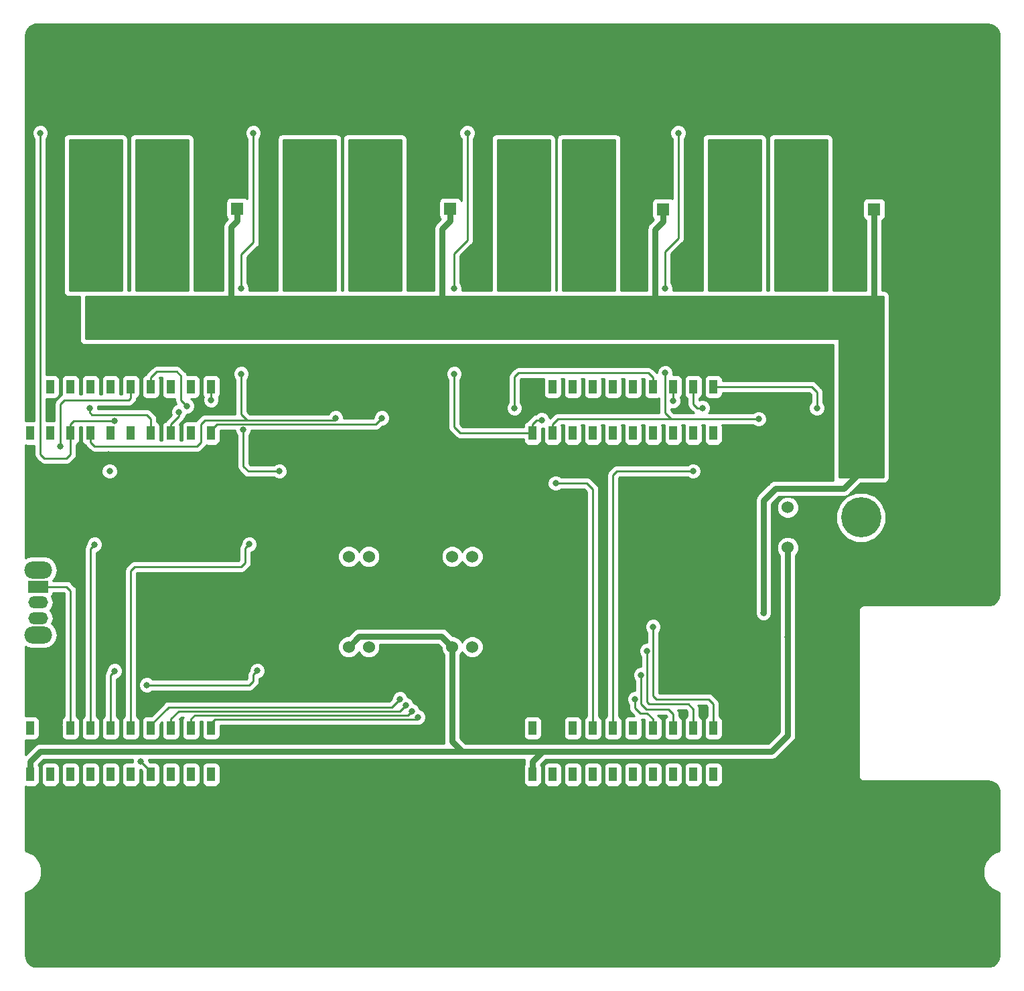
<source format=gbr>
G04 #@! TF.GenerationSoftware,KiCad,Pcbnew,(5.0.0)*
G04 #@! TF.CreationDate,2019-12-13T16:41:55-06:00*
G04 #@! TF.ProjectId,ScienceMotorController_Hardware,536369656E63654D6F746F72436F6E74,rev?*
G04 #@! TF.SameCoordinates,Original*
G04 #@! TF.FileFunction,Copper,L2,Bot,Signal*
G04 #@! TF.FilePolarity,Positive*
%FSLAX46Y46*%
G04 Gerber Fmt 4.6, Leading zero omitted, Abs format (unit mm)*
G04 Created by KiCad (PCBNEW (5.0.0)) date 12/13/19 16:41:55*
%MOMM*%
%LPD*%
G01*
G04 APERTURE LIST*
G04 #@! TA.AperFunction,ComponentPad*
%ADD10C,1.600000*%
G04 #@! TD*
G04 #@! TA.AperFunction,ComponentPad*
%ADD11R,1.600000X1.600000*%
G04 #@! TD*
G04 #@! TA.AperFunction,ComponentPad*
%ADD12C,5.080000*%
G04 #@! TD*
G04 #@! TA.AperFunction,ComponentPad*
%ADD13C,1.524000*%
G04 #@! TD*
G04 #@! TA.AperFunction,SMDPad,CuDef*
%ADD14R,0.990600X1.778000*%
G04 #@! TD*
G04 #@! TA.AperFunction,ComponentPad*
%ADD15R,2.500000X1.500000*%
G04 #@! TD*
G04 #@! TA.AperFunction,ComponentPad*
%ADD16O,2.500000X1.500000*%
G04 #@! TD*
G04 #@! TA.AperFunction,ComponentPad*
%ADD17O,3.500000X2.200000*%
G04 #@! TD*
G04 #@! TA.AperFunction,ViaPad*
%ADD18C,0.800000*%
G04 #@! TD*
G04 #@! TA.AperFunction,Conductor*
%ADD19C,0.762000*%
G04 #@! TD*
G04 #@! TA.AperFunction,Conductor*
%ADD20C,0.254000*%
G04 #@! TD*
G04 #@! TA.AperFunction,Conductor*
%ADD21C,0.250000*%
G04 #@! TD*
G04 APERTURE END LIST*
D10*
G04 #@! TO.P,C3,2*
G04 #@! TO.N,GND*
X119888000Y-64826000D03*
D11*
G04 #@! TO.P,C3,1*
G04 #@! TO.N,+12VA*
X119888000Y-68326000D03*
G04 #@! TD*
D12*
G04 #@! TO.P,Conn1,1*
G04 #@! TO.N,GND*
X144907000Y-115189000D03*
G04 #@! TO.P,Conn1,2*
G04 #@! TO.N,+12L*
X144907000Y-107315000D03*
G04 #@! TO.P,Conn1,3*
G04 #@! TO.N,+12VA*
X144907000Y-99441000D03*
G04 #@! TD*
G04 #@! TO.P,Conn2,2*
G04 #@! TO.N,M1_OUT_B*
X56261000Y-62382400D03*
G04 #@! TO.P,Conn2,1*
G04 #@! TO.N,M1_OUT_A*
X48387000Y-62382400D03*
G04 #@! TD*
G04 #@! TO.P,Conn3,2*
G04 #@! TO.N,M2_OUT_B*
X83185000Y-62382400D03*
G04 #@! TO.P,Conn3,1*
G04 #@! TO.N,M2_OUT_A*
X75311000Y-62382400D03*
G04 #@! TD*
G04 #@! TO.P,Conn4,2*
G04 #@! TO.N,M3_OUT_B*
X110363000Y-62382400D03*
G04 #@! TO.P,Conn4,1*
G04 #@! TO.N,M3_OUT_A*
X102489000Y-62382400D03*
G04 #@! TD*
G04 #@! TO.P,Conn5,1*
G04 #@! TO.N,M4_OUT_A*
X129159000Y-62382400D03*
G04 #@! TO.P,Conn5,2*
G04 #@! TO.N,M4_OUT_B*
X137033000Y-62382400D03*
G04 #@! TD*
D13*
G04 #@! TO.P,U2,3*
G04 #@! TO.N,+3V3*
X135645019Y-111151584D03*
G04 #@! TO.P,U2,2*
G04 #@! TO.N,GND*
X135645019Y-108611584D03*
G04 #@! TO.P,U2,1*
G04 #@! TO.N,+12L*
X135645019Y-106071584D03*
G04 #@! TD*
G04 #@! TO.P,Conn8,2*
G04 #@! TO.N,LS_3*
X82677000Y-123698000D03*
G04 #@! TO.P,Conn8,1*
G04 #@! TO.N,+3V3*
X80137000Y-123698000D03*
G04 #@! TD*
G04 #@! TO.P,Conn9,1*
G04 #@! TO.N,+3V3*
X93218000Y-123698000D03*
G04 #@! TO.P,Conn9,2*
G04 #@! TO.N,LS_4*
X95758000Y-123698000D03*
G04 #@! TD*
G04 #@! TO.P,Conn6,1*
G04 #@! TO.N,+3V3*
X80137000Y-112268000D03*
G04 #@! TO.P,Conn6,2*
G04 #@! TO.N,LS_1*
X82677000Y-112268000D03*
G04 #@! TD*
G04 #@! TO.P,Conn7,2*
G04 #@! TO.N,LS_2*
X95758000Y-112268000D03*
G04 #@! TO.P,Conn7,1*
G04 #@! TO.N,+3V3*
X93218000Y-112268000D03*
G04 #@! TD*
D14*
G04 #@! TO.P,U1,+3V3'*
G04 #@! TO.N,+3V3*
X103378000Y-139852400D03*
G04 #@! TO.P,U1,PM6*
G04 #@! TO.N,M4_IN_B*
X126238000Y-90779600D03*
G04 #@! TO.P,U1,PQ1*
G04 #@! TO.N,M4_IN_A*
X123698000Y-90779600D03*
G04 #@! TO.P,U1,PQ2*
G04 #@! TO.N,Net-(U1-PadPQ2)*
X116078000Y-90779600D03*
G04 #@! TO.P,U1,PK0*
G04 #@! TO.N,M4_CS*
X113538000Y-133959600D03*
G04 #@! TO.P,U1,PQ3*
G04 #@! TO.N,M3_IN_A*
X118618000Y-90779600D03*
G04 #@! TO.P,U1,PP3*
G04 #@! TO.N,M3_IN_B*
X121158000Y-90779600D03*
G04 #@! TO.P,U1,PQ0*
G04 #@! TO.N,Net-(U1-PadPQ0)*
X118618000Y-139852400D03*
G04 #@! TO.P,U1,PA4*
G04 #@! TO.N,SW_IND_2*
X123698000Y-133959600D03*
G04 #@! TO.P,U1,Rese'*
G04 #@! TO.N,N/C*
X113538000Y-90779600D03*
G04 #@! TO.P,U1,PA7*
G04 #@! TO.N,Net-(U1-PadPA7)*
X110998000Y-90779600D03*
G04 #@! TO.P,U1,PN5*
G04 #@! TO.N,Net-(U1-PadPN5)*
X123698000Y-139852400D03*
G04 #@! TO.P,U1,PK2*
G04 #@! TO.N,SW_ERR*
X118618000Y-133959600D03*
G04 #@! TO.P,U1,PK1*
G04 #@! TO.N,Net-(U1-PadPK1)*
X116078000Y-133959600D03*
G04 #@! TO.P,U1,+5V'*
G04 #@! TO.N,N/C*
X103378000Y-133959600D03*
G04 #@! TO.P,U1,GND*
G04 #@! TO.N,GND*
X105918000Y-133959600D03*
G04 #@! TO.P,U1,PB4*
G04 #@! TO.N,Net-(U1-PadPB4)*
X108458000Y-133959600D03*
G04 #@! TO.P,U1,PB5*
G04 #@! TO.N,M3_CS*
X110998000Y-133959600D03*
G04 #@! TO.P,U1,PK3*
G04 #@! TO.N,SW_IND_3*
X121158000Y-133959600D03*
G04 #@! TO.P,U1,PA5*
G04 #@! TO.N,SW_IND_1*
X126238000Y-133959600D03*
G04 #@! TO.P,U1,PD2*
G04 #@! TO.N,Net-(U1-PadPD2)*
X105918000Y-139852400D03*
G04 #@! TO.P,U1,PP0*
G04 #@! TO.N,Net-(U1-PadPP0)*
X108458000Y-139852400D03*
G04 #@! TO.P,U1,PP1*
G04 #@! TO.N,Net-(U1-PadPP1)*
X110998000Y-139852400D03*
G04 #@! TO.P,U1,PD4*
G04 #@! TO.N,Net-(U1-PadPD4)*
X113538000Y-139852400D03*
G04 #@! TO.P,U1,PD5*
G04 #@! TO.N,Net-(U1-PadPD5)*
X116078000Y-139852400D03*
G04 #@! TO.P,U1,PP4*
G04 #@! TO.N,Net-(U1-PadPP4)*
X121158000Y-139852400D03*
G04 #@! TO.P,U1,PN4*
G04 #@! TO.N,Net-(U1-PadPN4)*
X126238000Y-139852400D03*
G04 #@! TO.P,U1,PG1*
G04 #@! TO.N,M3_PWM*
X103378000Y-96672400D03*
G04 #@! TO.P,U1,PK4*
G04 #@! TO.N,M4_PWM*
X105918000Y-96672400D03*
G04 #@! TO.P,U1,PK5*
G04 #@! TO.N,Net-(U1-PadPK5)*
X108458000Y-96672400D03*
G04 #@! TO.P,U1,PM0*
G04 #@! TO.N,Net-(U1-PadPM0)*
X110998000Y-96672400D03*
G04 #@! TO.P,U1,PM1*
G04 #@! TO.N,Net-(U1-PadPM1)*
X113538000Y-96672400D03*
G04 #@! TO.P,U1,PM2*
G04 #@! TO.N,Net-(U1-PadPM2)*
X116078000Y-96672400D03*
G04 #@! TO.P,U1,PH0*
G04 #@! TO.N,Net-(U1-PadPH0)*
X118618000Y-96672400D03*
G04 #@! TO.P,U1,PH1*
G04 #@! TO.N,Net-(U1-PadPH1)*
X121158000Y-96672400D03*
G04 #@! TO.P,U1,PK6*
G04 #@! TO.N,Net-(U1-PadPK6)*
X123698000Y-96672400D03*
G04 #@! TO.P,U1,PK7*
G04 #@! TO.N,Net-(U1-PadPK7)*
X126238000Y-96672400D03*
G04 #@! TO.P,U1,GND*
G04 #@! TO.N,GND*
X103378000Y-90779600D03*
G04 #@! TO.P,U1,PM7*
G04 #@! TO.N,Net-(U1-PadPM7)*
X105918000Y-90779600D03*
G04 #@! TO.P,U1,PP5*
G04 #@! TO.N,Net-(U1-PadPP5)*
X108458000Y-90779600D03*
G04 #@! TO.P,U1,+5V*
G04 #@! TO.N,Net-(U1-Pad+5V)*
X39878000Y-133959600D03*
G04 #@! TO.P,U1,GND*
G04 #@! TO.N,GND*
X42418000Y-133959600D03*
G04 #@! TO.P,U1,PE0*
G04 #@! TO.N,MSW_5*
X44958000Y-133959600D03*
G04 #@! TO.P,U1,PE1*
G04 #@! TO.N,MSW_1*
X47498000Y-133959600D03*
G04 #@! TO.P,U1,PE2*
G04 #@! TO.N,MSW_3*
X50038000Y-133959600D03*
G04 #@! TO.P,U1,PE3*
G04 #@! TO.N,MSW_2*
X52578000Y-133959600D03*
G04 #@! TO.P,U1,PD7*
G04 #@! TO.N,LS_3*
X55118000Y-133959600D03*
G04 #@! TO.P,U1,PA6*
G04 #@! TO.N,LS_1*
X57658000Y-133959600D03*
G04 #@! TO.P,U1,PM4*
G04 #@! TO.N,LS_2*
X60198000Y-133959600D03*
G04 #@! TO.P,U1,PM5*
G04 #@! TO.N,LS_4*
X62738000Y-133959600D03*
G04 #@! TO.P,U1,+3V3*
G04 #@! TO.N,+3V3*
X39878000Y-139852400D03*
G04 #@! TO.P,U1,PE4*
G04 #@! TO.N,Net-(U1-PadPE4)*
X42418000Y-139852400D03*
G04 #@! TO.P,U1,PC4*
G04 #@! TO.N,Net-(U1-PadPC4)*
X44958000Y-139852400D03*
G04 #@! TO.P,U1,PC5*
G04 #@! TO.N,Net-(U1-PadPC5)*
X47498000Y-139852400D03*
G04 #@! TO.P,U1,PC6*
G04 #@! TO.N,Net-(U1-PadPC6)*
X50038000Y-139852400D03*
G04 #@! TO.P,U1,PE5*
G04 #@! TO.N,Net-(U1-PadPE5)*
X52578000Y-139852400D03*
G04 #@! TO.P,U1,PD3*
G04 #@! TO.N,MSW_4*
X55118000Y-139852400D03*
G04 #@! TO.P,U1,PC7*
G04 #@! TO.N,Net-(U1-PadPC7)*
X57658000Y-139852400D03*
G04 #@! TO.P,U1,PB2*
G04 #@! TO.N,Net-(U1-PadPB2)*
X60198000Y-139852400D03*
G04 #@! TO.P,U1,PB3*
G04 #@! TO.N,Net-(U1-PadPB3)*
X62738000Y-139852400D03*
G04 #@! TO.P,U1,PF1*
G04 #@! TO.N,Net-(U1-PadPF1)*
X39878000Y-96672400D03*
G04 #@! TO.P,U1,PF2*
G04 #@! TO.N,Net-(U1-PadPF2)*
X42418000Y-96672400D03*
G04 #@! TO.P,U1,PF3*
G04 #@! TO.N,M1_PWM*
X44958000Y-96672400D03*
G04 #@! TO.P,U1,PG0*
G04 #@! TO.N,M2_PWM*
X47498000Y-96672400D03*
G04 #@! TO.P,U1,PL4*
G04 #@! TO.N,Net-(U1-PadPL4)*
X50038000Y-96672400D03*
G04 #@! TO.P,U1,PL5*
G04 #@! TO.N,Net-(U1-PadPL5)*
X52578000Y-96672400D03*
G04 #@! TO.P,U1,PL0*
G04 #@! TO.N,M1_IN_A*
X55118000Y-96672400D03*
G04 #@! TO.P,U1,PL1*
G04 #@! TO.N,M1_IN_B*
X57658000Y-96672400D03*
G04 #@! TO.P,U1,PL2*
G04 #@! TO.N,Net-(U1-PadPL2)*
X60198000Y-96672400D03*
G04 #@! TO.P,U1,PL3*
G04 #@! TO.N,M2_IN_B*
X62738000Y-96672400D03*
G04 #@! TO.P,U1,GND*
G04 #@! TO.N,GND*
X39878000Y-90779600D03*
G04 #@! TO.P,U1,PM3*
G04 #@! TO.N,Net-(U1-PadPM3)*
X42418000Y-90779600D03*
G04 #@! TO.P,U1,PH2*
G04 #@! TO.N,Net-(U1-PadPH2)*
X44958000Y-90779600D03*
G04 #@! TO.P,U1,PH3*
G04 #@! TO.N,Net-(U1-PadPH3)*
X47498000Y-90779600D03*
G04 #@! TO.P,U1,Rese*
G04 #@! TO.N,Net-(U1-PadRese)*
X50038000Y-90779600D03*
G04 #@! TO.P,U1,PD1*
G04 #@! TO.N,M1_CS*
X52578000Y-90779600D03*
G04 #@! TO.P,U1,PD0*
G04 #@! TO.N,M2_CS*
X55118000Y-90779600D03*
G04 #@! TO.P,U1,PN2*
G04 #@! TO.N,Net-(U1-PadPN2)*
X57658000Y-90779600D03*
G04 #@! TO.P,U1,PN3*
G04 #@! TO.N,Net-(U1-PadPN3)*
X60198000Y-90779600D03*
G04 #@! TO.P,U1,PP2*
G04 #@! TO.N,M2_IN_A*
X62738000Y-90779600D03*
G04 #@! TD*
D11*
G04 #@! TO.P,C4,1*
G04 #@! TO.N,+12VA*
X146558000Y-68326000D03*
D10*
G04 #@! TO.P,C4,2*
G04 #@! TO.N,GND*
X146558000Y-64826000D03*
G04 #@! TD*
G04 #@! TO.P,C9,2*
G04 #@! TO.N,GND*
X92964000Y-64770000D03*
D11*
G04 #@! TO.P,C9,1*
G04 #@! TO.N,+12VA*
X92964000Y-68270000D03*
G04 #@! TD*
G04 #@! TO.P,C10,1*
G04 #@! TO.N,+12VA*
X66040000Y-68270000D03*
D10*
G04 #@! TO.P,C10,2*
G04 #@! TO.N,GND*
X66040000Y-64770000D03*
G04 #@! TD*
D15*
G04 #@! TO.P,SW5,1*
G04 #@! TO.N,MSW_5*
X40894000Y-116078000D03*
D16*
G04 #@! TO.P,SW5,2*
G04 #@! TO.N,+3V3*
X40894000Y-118078000D03*
G04 #@! TO.P,SW5,3*
G04 #@! TO.N,Net-(SW5-Pad3)*
X40894000Y-120078000D03*
D17*
G04 #@! TO.P,SW5,*
G04 #@! TO.N,*
X40894000Y-113978000D03*
X40894000Y-122178000D03*
G04 #@! TD*
D18*
G04 #@! TO.N,GND*
X87376000Y-113538000D03*
X89662000Y-113538000D03*
X87376000Y-115570000D03*
X89662000Y-115570000D03*
X46990000Y-99314000D03*
X49784000Y-99314000D03*
X45466000Y-104394000D03*
X47244000Y-104394000D03*
X49022000Y-104394000D03*
X89154000Y-98298000D03*
X90932000Y-98298000D03*
X89154000Y-100076000D03*
X90932000Y-100076000D03*
X92710000Y-100076000D03*
X92710000Y-98298000D03*
X89154000Y-101854000D03*
X90932000Y-101854000D03*
X92710000Y-101854000D03*
X77724000Y-104140000D03*
X79502000Y-104140000D03*
X77724000Y-105918000D03*
X79502000Y-105918000D03*
X127508000Y-104140000D03*
X129794000Y-104140000D03*
X127508000Y-106172000D03*
X129794000Y-106172000D03*
X138430000Y-115316000D03*
X140716000Y-115316000D03*
X138430000Y-117348000D03*
X140716000Y-117348000D03*
X103124000Y-120396000D03*
X103124000Y-123698000D03*
X103124000Y-126746000D03*
X103124000Y-129794000D03*
X120396000Y-122174000D03*
X120396000Y-125222000D03*
X89916000Y-130048000D03*
X75438000Y-128778000D03*
X56642000Y-126492000D03*
X40640000Y-129286000D03*
X41148000Y-107950000D03*
X56642000Y-110744000D03*
X50800000Y-104394000D03*
X52832000Y-104394000D03*
X75438000Y-104140000D03*
X75438000Y-105918000D03*
X43180000Y-80772000D03*
X42418000Y-47244000D03*
X69088000Y-46736000D03*
X96520000Y-46482000D03*
X122936000Y-46736000D03*
X62230000Y-73660000D03*
X69342000Y-74930000D03*
X96266000Y-76200000D03*
X116332000Y-73406000D03*
X122936000Y-75692000D03*
X142748000Y-73152000D03*
X152908000Y-77724000D03*
X89154000Y-73152000D03*
G04 #@! TO.N,+3V3*
X135636000Y-122428000D03*
G04 #@! TO.N,M1_CS*
X49911000Y-101473000D03*
X43688000Y-98298000D03*
G04 #@! TO.N,M2_CS*
X71374000Y-101473000D03*
X66802000Y-96231000D03*
X59690000Y-93218000D03*
G04 #@! TO.N,M3_CS*
X106299000Y-102997000D03*
G04 #@! TO.N,M4_CS*
X123684000Y-101459000D03*
G04 #@! TO.N,+12VA*
X55997277Y-79756000D03*
X49538145Y-79756000D03*
X47385101Y-83185000D03*
X47385101Y-79756000D03*
X49538145Y-83185000D03*
X49538145Y-82042000D03*
X49538145Y-80899000D03*
X48461623Y-83185000D03*
X48461623Y-80899000D03*
X51691189Y-84328000D03*
X52767711Y-80899000D03*
X52767711Y-82042000D03*
X52767711Y-83185000D03*
X52767711Y-84328000D03*
X50614667Y-84328000D03*
X49538145Y-84328000D03*
X48461623Y-82042000D03*
X48461623Y-84328000D03*
X47385101Y-84328000D03*
X47385101Y-82042000D03*
X50614667Y-79756000D03*
X47385101Y-80899000D03*
X48461623Y-79756000D03*
X52767711Y-79756000D03*
X50614667Y-82042000D03*
X50614667Y-80899000D03*
X50614667Y-83185000D03*
X51691189Y-80899000D03*
X51691189Y-82042000D03*
X51691189Y-83185000D03*
X51691189Y-79756000D03*
X53844233Y-83185000D03*
X53844233Y-79756000D03*
X55997277Y-83185000D03*
X55997277Y-82042000D03*
X55997277Y-80899000D03*
X54920755Y-83185000D03*
X54920755Y-80899000D03*
X57073800Y-84328000D03*
X55997277Y-84328000D03*
X54920755Y-82042000D03*
X54920755Y-84328000D03*
X53844233Y-84328000D03*
X53844233Y-82042000D03*
X57073800Y-79756000D03*
X53844233Y-80899000D03*
X54920755Y-79756000D03*
X57073800Y-82042000D03*
X57073800Y-80899000D03*
X57073800Y-83185000D03*
X83048277Y-79756000D03*
X76589145Y-79756000D03*
X74436101Y-83185000D03*
X74436101Y-79756000D03*
X76589145Y-83185000D03*
X76589145Y-82042000D03*
X76589145Y-80899000D03*
X75512623Y-83185000D03*
X75512623Y-80899000D03*
X78742189Y-84328000D03*
X79818711Y-80899000D03*
X79818711Y-82042000D03*
X79818711Y-83185000D03*
X79818711Y-84328000D03*
X77665667Y-84328000D03*
X76589145Y-84328000D03*
X75512623Y-82042000D03*
X75512623Y-84328000D03*
X74436101Y-84328000D03*
X74436101Y-82042000D03*
X77665667Y-79756000D03*
X74436101Y-80899000D03*
X75512623Y-79756000D03*
X79818711Y-79756000D03*
X77665667Y-82042000D03*
X77665667Y-80899000D03*
X77665667Y-83185000D03*
X78742189Y-80899000D03*
X78742189Y-82042000D03*
X78742189Y-83185000D03*
X78742189Y-79756000D03*
X80895233Y-83185000D03*
X80895233Y-79756000D03*
X83048277Y-83185000D03*
X83048277Y-82042000D03*
X83048277Y-80899000D03*
X81971755Y-83185000D03*
X81971755Y-80899000D03*
X84124800Y-84328000D03*
X83048277Y-84328000D03*
X81971755Y-82042000D03*
X81971755Y-84328000D03*
X80895233Y-84328000D03*
X80895233Y-82042000D03*
X84124800Y-79756000D03*
X80895233Y-80899000D03*
X81971755Y-79756000D03*
X84124800Y-82042000D03*
X84124800Y-80899000D03*
X84124800Y-83185000D03*
X136769277Y-79756000D03*
X130310145Y-79756000D03*
X128157101Y-83185000D03*
X128157101Y-79756000D03*
X130310145Y-83185000D03*
X130310145Y-82042000D03*
X130310145Y-80899000D03*
X129233623Y-83185000D03*
X129233623Y-80899000D03*
X132463189Y-84328000D03*
X133539711Y-80899000D03*
X133539711Y-82042000D03*
X133539711Y-83185000D03*
X133539711Y-84328000D03*
X131386667Y-84328000D03*
X130310145Y-84328000D03*
X129233623Y-82042000D03*
X129233623Y-84328000D03*
X128157101Y-84328000D03*
X128157101Y-82042000D03*
X131386667Y-79756000D03*
X128157101Y-80899000D03*
X129233623Y-79756000D03*
X133539711Y-79756000D03*
X131386667Y-82042000D03*
X131386667Y-80899000D03*
X131386667Y-83185000D03*
X132463189Y-80899000D03*
X132463189Y-82042000D03*
X132463189Y-83185000D03*
X132463189Y-79756000D03*
X134616233Y-83185000D03*
X134616233Y-79756000D03*
X136769277Y-83185000D03*
X136769277Y-82042000D03*
X136769277Y-80899000D03*
X135692755Y-83185000D03*
X135692755Y-80899000D03*
X137845800Y-84328000D03*
X136769277Y-84328000D03*
X135692755Y-82042000D03*
X135692755Y-84328000D03*
X134616233Y-84328000D03*
X134616233Y-82042000D03*
X137845800Y-79756000D03*
X134616233Y-80899000D03*
X135692755Y-79756000D03*
X137845800Y-82042000D03*
X137845800Y-80899000D03*
X137845800Y-83185000D03*
X110099277Y-79756000D03*
X107946233Y-83185000D03*
X107946233Y-79756000D03*
X110099277Y-83185000D03*
X110099277Y-82042000D03*
X110099277Y-80899000D03*
X109022755Y-83185000D03*
X109022755Y-80899000D03*
X111175800Y-84328000D03*
X110099277Y-84328000D03*
X109022755Y-82042000D03*
X109022755Y-84328000D03*
X107946233Y-84328000D03*
X107946233Y-82042000D03*
X111175800Y-79756000D03*
X107946233Y-80899000D03*
X109022755Y-79756000D03*
X111175800Y-82042000D03*
X111175800Y-80899000D03*
X111175800Y-83185000D03*
X101487101Y-83185000D03*
X103640145Y-79756000D03*
X101487101Y-79756000D03*
X103640145Y-83185000D03*
X103640145Y-82042000D03*
X103640145Y-80899000D03*
X102563623Y-83185000D03*
X102563623Y-80899000D03*
X105793189Y-84328000D03*
X106869711Y-80899000D03*
X106869711Y-82042000D03*
X106869711Y-83185000D03*
X106869711Y-84328000D03*
X104716667Y-84328000D03*
X103640145Y-84328000D03*
X102563623Y-82042000D03*
X102563623Y-84328000D03*
X101487101Y-84328000D03*
X101487101Y-82042000D03*
X104716667Y-79756000D03*
X101487101Y-80899000D03*
X102563623Y-79756000D03*
X106869711Y-79756000D03*
X104716667Y-82042000D03*
X104716667Y-80899000D03*
X104716667Y-83185000D03*
X105793189Y-80899000D03*
X105793189Y-82042000D03*
X105793189Y-83185000D03*
X105793189Y-79756000D03*
X132588000Y-119380000D03*
G04 #@! TO.N,M1_OUT_B*
X55905400Y-74803000D03*
X55905400Y-75946000D03*
X55905400Y-77089000D03*
X53670200Y-73660000D03*
X53670200Y-77089000D03*
X55905400Y-73660000D03*
X54787800Y-74803000D03*
X54787800Y-77089000D03*
X58140600Y-73660000D03*
X58140600Y-77089000D03*
X58140600Y-75946000D03*
X58140600Y-74803000D03*
X57023000Y-77089000D03*
X57023000Y-74803000D03*
X57023000Y-75946000D03*
X59258200Y-73660000D03*
X54787800Y-73660000D03*
X53670200Y-74803000D03*
X57023000Y-73660000D03*
X53670200Y-75946000D03*
X53670200Y-78232000D03*
X54787800Y-78232000D03*
X54787800Y-75946000D03*
X55905400Y-78232000D03*
X57023000Y-78232000D03*
X59258200Y-78232000D03*
X59258200Y-77089000D03*
X59258200Y-75946000D03*
X59258200Y-74803000D03*
X58140600Y-78232000D03*
G04 #@! TO.N,M1_OUT_A*
X45339000Y-77089000D03*
X47574200Y-73660000D03*
X45339000Y-73660000D03*
X47574200Y-77089000D03*
X47574200Y-75946000D03*
X47574200Y-74803000D03*
X46456600Y-77089000D03*
X46456600Y-74803000D03*
X49809400Y-78232000D03*
X50927000Y-74803000D03*
X50927000Y-75946000D03*
X50927000Y-77089000D03*
X50927000Y-78232000D03*
X48691800Y-78232000D03*
X47574200Y-78232000D03*
X46456600Y-75946000D03*
X46456600Y-78232000D03*
X45339000Y-78232000D03*
X45339000Y-75946000D03*
X48691800Y-73660000D03*
X45339000Y-74803000D03*
X46456600Y-73660000D03*
X50927000Y-73660000D03*
X48691800Y-75946000D03*
X48691800Y-74803000D03*
X48691800Y-77089000D03*
X49809400Y-74803000D03*
X49809400Y-75946000D03*
X49809400Y-77089000D03*
X49809400Y-73660000D03*
G04 #@! TO.N,M2_OUT_A*
X72390000Y-77089000D03*
X74625200Y-73660000D03*
X72390000Y-73660000D03*
X74625200Y-77089000D03*
X74625200Y-75946000D03*
X74625200Y-74803000D03*
X73507600Y-77089000D03*
X73507600Y-74803000D03*
X76860400Y-78232000D03*
X77978000Y-74803000D03*
X77978000Y-75946000D03*
X77978000Y-77089000D03*
X77978000Y-78232000D03*
X75742800Y-78232000D03*
X74625200Y-78232000D03*
X73507600Y-75946000D03*
X73507600Y-78232000D03*
X72390000Y-78232000D03*
X72390000Y-75946000D03*
X75742800Y-73660000D03*
X72390000Y-74803000D03*
X73507600Y-73660000D03*
X77978000Y-73660000D03*
X75742800Y-75946000D03*
X75742800Y-74803000D03*
X75742800Y-77089000D03*
X76860400Y-74803000D03*
X76860400Y-75946000D03*
X76860400Y-77089000D03*
X76860400Y-73660000D03*
G04 #@! TO.N,M2_OUT_B*
X82956400Y-74803000D03*
X82956400Y-75946000D03*
X82956400Y-77089000D03*
X80721200Y-73660000D03*
X80721200Y-77089000D03*
X82956400Y-73660000D03*
X81838800Y-74803000D03*
X81838800Y-77089000D03*
X85191600Y-73660000D03*
X85191600Y-77089000D03*
X85191600Y-75946000D03*
X85191600Y-74803000D03*
X84074000Y-77089000D03*
X84074000Y-74803000D03*
X84074000Y-75946000D03*
X86309200Y-73660000D03*
X81838800Y-73660000D03*
X80721200Y-74803000D03*
X84074000Y-73660000D03*
X80721200Y-75946000D03*
X80721200Y-78232000D03*
X81838800Y-78232000D03*
X81838800Y-75946000D03*
X82956400Y-78232000D03*
X84074000Y-78232000D03*
X86309200Y-78232000D03*
X86309200Y-77089000D03*
X86309200Y-75946000D03*
X86309200Y-74803000D03*
X85191600Y-78232000D03*
G04 #@! TO.N,M3_OUT_A*
X103911400Y-73660000D03*
X102793800Y-74803000D03*
X102793800Y-75946000D03*
X102793800Y-77089000D03*
X103911400Y-74803000D03*
X103911400Y-75946000D03*
X103911400Y-77089000D03*
X100558600Y-74803000D03*
X100558600Y-75946000D03*
X100558600Y-77089000D03*
X101676200Y-74803000D03*
X101676200Y-75946000D03*
X101676200Y-77089000D03*
X103911400Y-78232000D03*
X105029000Y-74803000D03*
X105029000Y-75946000D03*
X105029000Y-77089000D03*
X105029000Y-78232000D03*
X102793800Y-78232000D03*
X101676200Y-78232000D03*
X100558600Y-78232000D03*
X99441000Y-78232000D03*
X99441000Y-77089000D03*
X99441000Y-75946000D03*
X99441000Y-74803000D03*
X105029000Y-73660000D03*
X102793800Y-73660000D03*
X101676200Y-73660000D03*
X99441000Y-73660000D03*
X100558600Y-73660000D03*
G04 #@! TO.N,M3_OUT_B*
X107772200Y-77089000D03*
X110007400Y-73660000D03*
X107772200Y-73660000D03*
X110007400Y-77089000D03*
X110007400Y-75946000D03*
X110007400Y-74803000D03*
X108889800Y-77089000D03*
X108889800Y-74803000D03*
X112242600Y-78232000D03*
X113360200Y-74803000D03*
X113360200Y-75946000D03*
X113360200Y-77089000D03*
X113360200Y-78232000D03*
X111125000Y-78232000D03*
X110007400Y-78232000D03*
X108889800Y-75946000D03*
X108889800Y-78232000D03*
X107772200Y-78232000D03*
X107772200Y-75946000D03*
X111125000Y-73660000D03*
X107772200Y-74803000D03*
X108889800Y-73660000D03*
X113360200Y-73660000D03*
X111125000Y-75946000D03*
X111125000Y-74803000D03*
X111125000Y-77089000D03*
X112242600Y-74803000D03*
X112242600Y-75946000D03*
X112242600Y-77089000D03*
X112242600Y-73660000D03*
G04 #@! TO.N,M4_OUT_B*
X136677400Y-74803000D03*
X136677400Y-75946000D03*
X136677400Y-77089000D03*
X134442200Y-73660000D03*
X134442200Y-77089000D03*
X136677400Y-73660000D03*
X135559800Y-74803000D03*
X135559800Y-77089000D03*
X138912600Y-73660000D03*
X138912600Y-77089000D03*
X138912600Y-75946000D03*
X138912600Y-74803000D03*
X137795000Y-77089000D03*
X137795000Y-74803000D03*
X137795000Y-75946000D03*
X140030200Y-73660000D03*
X135559800Y-73660000D03*
X134442200Y-74803000D03*
X137795000Y-73660000D03*
X134442200Y-75946000D03*
X134442200Y-78232000D03*
X135559800Y-78232000D03*
X135559800Y-75946000D03*
X136677400Y-78232000D03*
X137795000Y-78232000D03*
X140030200Y-78232000D03*
X140030200Y-77089000D03*
X140030200Y-75946000D03*
X140030200Y-74803000D03*
X138912600Y-78232000D03*
G04 #@! TO.N,M4_OUT_A*
X126111000Y-77089000D03*
X128346200Y-73660000D03*
X126111000Y-73660000D03*
X128346200Y-77089000D03*
X128346200Y-75946000D03*
X128346200Y-74803000D03*
X127228600Y-77089000D03*
X127228600Y-74803000D03*
X130581400Y-78232000D03*
X131699000Y-74803000D03*
X131699000Y-75946000D03*
X131699000Y-77089000D03*
X131699000Y-78232000D03*
X129463800Y-78232000D03*
X128346200Y-78232000D03*
X127228600Y-75946000D03*
X127228600Y-78232000D03*
X126111000Y-78232000D03*
X126111000Y-75946000D03*
X129463800Y-73660000D03*
X126111000Y-74803000D03*
X127228600Y-73660000D03*
X131699000Y-73660000D03*
X129463800Y-75946000D03*
X129463800Y-74803000D03*
X129463800Y-77089000D03*
X130581400Y-74803000D03*
X130581400Y-75946000D03*
X130581400Y-77089000D03*
X130581400Y-73660000D03*
G04 #@! TO.N,LS_1*
X87376000Y-131064000D03*
G04 #@! TO.N,LS_2*
X88138000Y-131826000D03*
G04 #@! TO.N,M1_IN_A*
X47371000Y-93472000D03*
G04 #@! TO.N,M1_PWM*
X50546000Y-95088000D03*
X41148000Y-58674000D03*
G04 #@! TO.N,M1_IN_B*
X58674000Y-93980000D03*
G04 #@! TO.N,M2_IN_A*
X62738000Y-92456000D03*
G04 #@! TO.N,M2_PWM*
X78486000Y-94742000D03*
X68072000Y-58674000D03*
X66548000Y-89154000D03*
X66548000Y-78359000D03*
G04 #@! TO.N,M2_IN_B*
X84328000Y-94742000D03*
G04 #@! TO.N,M3_IN_A*
X101092000Y-93472000D03*
G04 #@! TO.N,M3_PWM*
X104521000Y-94996000D03*
X95123000Y-58674000D03*
X93472000Y-89154000D03*
X93472000Y-78359000D03*
G04 #@! TO.N,M3_IN_B*
X121158000Y-92583000D03*
G04 #@! TO.N,M4_IN_A*
X124841000Y-93472000D03*
G04 #@! TO.N,M4_PWM*
X131953000Y-94869000D03*
X121793000Y-58674000D03*
X120142000Y-89027000D03*
X120142000Y-78359000D03*
G04 #@! TO.N,M4_IN_B*
X139319000Y-93472000D03*
G04 #@! TO.N,MSW_1*
X48006000Y-110744000D03*
G04 #@! TO.N,MSW_2*
X67564000Y-110720000D03*
G04 #@! TO.N,MSW_3*
X50546000Y-126746000D03*
G04 #@! TO.N,MSW_4*
X68580000Y-126722000D03*
X53848000Y-138176000D03*
X54610000Y-128524000D03*
G04 #@! TO.N,SW_IND_1*
X118618000Y-121158000D03*
G04 #@! TO.N,SW_IND_2*
X117856000Y-124206000D03*
G04 #@! TO.N,SW_IND_3*
X117094000Y-127254000D03*
G04 #@! TO.N,LS_3*
X86614000Y-130302000D03*
G04 #@! TO.N,LS_4*
X88900000Y-132588000D03*
G04 #@! TO.N,SW_ERR*
X116332000Y-130302000D03*
G04 #@! TD*
D19*
G04 #@! TO.N,+3V3*
X39878000Y-139852400D02*
X39878000Y-139458700D01*
X93218000Y-135636000D02*
X93218000Y-123698000D01*
X94488000Y-136906000D02*
X93218000Y-135636000D01*
X101854000Y-136906000D02*
X94488000Y-136906000D01*
X39878000Y-138201400D02*
X39878000Y-139852400D01*
X94488000Y-136906000D02*
X41173400Y-136906000D01*
X41173400Y-136906000D02*
X39878000Y-138201400D01*
X103378000Y-138176000D02*
X104648000Y-136906000D01*
X103378000Y-139852400D02*
X103378000Y-138176000D01*
X101854000Y-136906000D02*
X104648000Y-136906000D01*
X92456001Y-122936001D02*
X93218000Y-123698000D01*
X91874999Y-122354999D02*
X92456001Y-122936001D01*
X81480001Y-122354999D02*
X91874999Y-122354999D01*
X80137000Y-123698000D02*
X81480001Y-122354999D01*
X133613019Y-136906000D02*
X135645019Y-134874000D01*
X133604000Y-136906000D02*
X133613019Y-136906000D01*
X135645019Y-134874000D02*
X135645019Y-111151584D01*
X104648000Y-136906000D02*
X133604000Y-136906000D01*
D20*
G04 #@! TO.N,M1_CS*
X52578000Y-90779600D02*
X52578000Y-91922600D01*
X52578000Y-91922600D02*
X52578000Y-92202000D01*
X52578000Y-92202000D02*
X52324000Y-92456000D01*
X43688000Y-92964000D02*
X44196000Y-92456000D01*
X43688000Y-98298000D02*
X43688000Y-92964000D01*
X52324000Y-92456000D02*
X44196000Y-92456000D01*
G04 #@! TO.N,M2_CS*
X55118000Y-90779600D02*
X55118000Y-89636600D01*
X71374000Y-101473000D02*
X67691000Y-101473000D01*
X67691000Y-101473000D02*
X67437000Y-101473000D01*
X67437000Y-101473000D02*
X66802000Y-100838000D01*
X66802000Y-100838000D02*
X66802000Y-96231000D01*
X58394600Y-88874600D02*
X55880000Y-88874600D01*
X58928000Y-89408000D02*
X58394600Y-88874600D01*
X58928000Y-92456000D02*
X58928000Y-89408000D01*
X59690000Y-93218000D02*
X58928000Y-92456000D01*
X55118000Y-89636600D02*
X55880000Y-88874600D01*
G04 #@! TO.N,M3_CS*
X110998000Y-133959600D02*
X110998000Y-132816600D01*
X110998000Y-132816600D02*
X110998000Y-126238000D01*
X110998000Y-126238000D02*
X110998000Y-125222000D01*
X110998000Y-125222000D02*
X110998000Y-103759000D01*
X110998000Y-103759000D02*
X110236000Y-102997000D01*
X110236000Y-102997000D02*
X106299000Y-102997000D01*
G04 #@! TO.N,M4_CS*
X114060000Y-101459000D02*
X117362000Y-101459000D01*
X113538000Y-133959600D02*
X113538000Y-101981000D01*
X113538000Y-101981000D02*
X114060000Y-101459000D01*
X117362000Y-101459000D02*
X123684000Y-101459000D01*
D19*
G04 #@! TO.N,+12VA*
X144907000Y-101473000D02*
X144907000Y-99441000D01*
X142748000Y-103632000D02*
X144907000Y-101473000D01*
X134112000Y-103632000D02*
X142748000Y-103632000D01*
X132588000Y-119380000D02*
X132588000Y-105156000D01*
X132588000Y-105156000D02*
X134112000Y-103632000D01*
X146558000Y-68326000D02*
X146558000Y-80010000D01*
X119888000Y-69888000D02*
X118872000Y-70904000D01*
X119888000Y-68326000D02*
X119888000Y-69888000D01*
X118872000Y-70904000D02*
X118872000Y-80010000D01*
X92964000Y-69832000D02*
X91948000Y-70848000D01*
X92964000Y-68270000D02*
X92964000Y-69832000D01*
X91948000Y-70848000D02*
X91948000Y-80010000D01*
X66040000Y-69832000D02*
X65278000Y-70594000D01*
X66040000Y-68270000D02*
X66040000Y-69832000D01*
X65278000Y-70594000D02*
X65278000Y-80264000D01*
D20*
G04 #@! TO.N,LS_1*
X57658000Y-132816600D02*
X58648600Y-131826000D01*
X57658000Y-133959600D02*
X57658000Y-132816600D01*
X58648600Y-131826000D02*
X66802000Y-131826000D01*
X66802000Y-131826000D02*
X86614000Y-131826000D01*
X86614000Y-131826000D02*
X87376000Y-131064000D01*
G04 #@! TO.N,LS_2*
X95631000Y-112268000D02*
X95758000Y-112268000D01*
X60198000Y-132816600D02*
X60680600Y-132334000D01*
X60198000Y-133959600D02*
X60198000Y-132816600D01*
X60680600Y-132334000D02*
X66802000Y-132334000D01*
X66802000Y-132334000D02*
X84836000Y-132334000D01*
X84836000Y-132334000D02*
X87630000Y-132334000D01*
X87630000Y-132334000D02*
X88138000Y-131826000D01*
G04 #@! TO.N,M1_IN_A*
X47371000Y-94037685D02*
X47371000Y-93472000D01*
X47694315Y-94361000D02*
X47371000Y-94037685D01*
X54610000Y-94361000D02*
X47694315Y-94361000D01*
X55118000Y-94869000D02*
X54610000Y-94361000D01*
X55118000Y-94869000D02*
X55118000Y-96672400D01*
G04 #@! TO.N,M1_PWM*
X50546000Y-95088000D02*
X45374000Y-95088000D01*
X44958000Y-95504000D02*
X44958000Y-96672400D01*
X45374000Y-95088000D02*
X44958000Y-95504000D01*
X41148000Y-58674000D02*
X41148000Y-58674000D01*
X41148000Y-68326000D02*
X41148000Y-58674000D01*
X41148000Y-99314000D02*
X41148000Y-68326000D01*
X41656000Y-99822000D02*
X41148000Y-99314000D01*
X44450000Y-99822000D02*
X41656000Y-99822000D01*
X44958000Y-96672400D02*
X44958000Y-99314000D01*
X44958000Y-99314000D02*
X44450000Y-99822000D01*
G04 #@! TO.N,M1_IN_B*
X57658000Y-95529400D02*
X58674000Y-94513400D01*
X57658000Y-95529400D02*
X57658000Y-96672400D01*
X58674000Y-94513400D02*
X58674000Y-93980000D01*
G04 #@! TO.N,M2_IN_A*
X62738000Y-90779600D02*
X62738000Y-91922600D01*
X62738000Y-91922600D02*
X62738000Y-92456000D01*
G04 #@! TO.N,M2_PWM*
X47498000Y-97790000D02*
X48006000Y-98298000D01*
X47498000Y-96672400D02*
X47498000Y-97790000D01*
X48006000Y-98298000D02*
X60960000Y-98298000D01*
X60960000Y-98298000D02*
X61468000Y-97790000D01*
X61468000Y-97790000D02*
X61468000Y-95504000D01*
X61468000Y-95504000D02*
X61976000Y-94996000D01*
X78232000Y-94996000D02*
X78486000Y-94742000D01*
X67818000Y-94996000D02*
X68072000Y-94996000D01*
X67818000Y-94996000D02*
X78232000Y-94996000D01*
X68072000Y-69088000D02*
X68072000Y-58928000D01*
X68072000Y-58928000D02*
X68072000Y-58674000D01*
D21*
X67437000Y-94996000D02*
X67310000Y-94996000D01*
D20*
X67437000Y-94996000D02*
X67818000Y-94996000D01*
X61976000Y-94996000D02*
X67437000Y-94996000D01*
D21*
X67310000Y-94996000D02*
X66548000Y-94234000D01*
X66548000Y-94234000D02*
X66548000Y-89154000D01*
X66548000Y-74041000D02*
X68072000Y-72517000D01*
X66548000Y-78359000D02*
X66548000Y-74041000D01*
D20*
X68072000Y-72517000D02*
X68072000Y-69088000D01*
G04 #@! TO.N,M2_IN_B*
X62738000Y-96278700D02*
X62738000Y-96672400D01*
X63512700Y-95504000D02*
X62738000Y-96278700D01*
X83566000Y-95504000D02*
X63512700Y-95504000D01*
X84328000Y-94742000D02*
X83566000Y-95504000D01*
G04 #@! TO.N,M3_IN_A*
X118618000Y-89636600D02*
X118008400Y-89027000D01*
X118618000Y-90779600D02*
X118618000Y-89636600D01*
X118008400Y-89027000D02*
X101600000Y-89027000D01*
X101600000Y-89027000D02*
X101092000Y-89535000D01*
X101092000Y-89535000D02*
X101092000Y-93472000D01*
G04 #@! TO.N,M3_PWM*
X103378000Y-95529400D02*
X103911400Y-94996000D01*
X103378000Y-96672400D02*
X103378000Y-95529400D01*
X103911400Y-94996000D02*
X104521000Y-94996000D01*
X103378000Y-97066100D02*
X103378000Y-96672400D01*
X103378000Y-96672400D02*
X102628700Y-96672400D01*
X102628700Y-96672400D02*
X95910400Y-96672400D01*
X95123000Y-59817000D02*
X95123000Y-58674000D01*
D21*
X95910400Y-96672400D02*
X94259400Y-96672400D01*
X94259400Y-96672400D02*
X93472000Y-95885000D01*
X93472000Y-95885000D02*
X93472000Y-89154000D01*
X93472000Y-73914000D02*
X95123000Y-72263000D01*
X93472000Y-78359000D02*
X93472000Y-73914000D01*
D20*
X95123000Y-72263000D02*
X95123000Y-59817000D01*
G04 #@! TO.N,M3_IN_B*
X121158000Y-92583000D02*
X121158000Y-90779600D01*
G04 #@! TO.N,M4_IN_A*
X123698000Y-90779600D02*
X123698000Y-92964000D01*
X123698000Y-92964000D02*
X124206000Y-93472000D01*
X124206000Y-93472000D02*
X124841000Y-93472000D01*
G04 #@! TO.N,M4_PWM*
X105918000Y-95529400D02*
X106578400Y-94869000D01*
X105918000Y-96672400D02*
X105918000Y-95529400D01*
X131064000Y-94869000D02*
X131953000Y-94869000D01*
X123190000Y-94869000D02*
X131064000Y-94869000D01*
X121793000Y-71120000D02*
X121793000Y-59563000D01*
X121793000Y-59563000D02*
X121793000Y-58674000D01*
D21*
X120904000Y-94869000D02*
X120269000Y-94234000D01*
D20*
X120904000Y-94869000D02*
X123190000Y-94869000D01*
X106578400Y-94869000D02*
X120904000Y-94869000D01*
D21*
X120269000Y-94234000D02*
X120142000Y-94107000D01*
X120142000Y-94107000D02*
X120142000Y-89027000D01*
X120142000Y-73660000D02*
X121793000Y-72009000D01*
X120142000Y-78359000D02*
X120142000Y-73660000D01*
D20*
X121793000Y-72009000D02*
X121793000Y-71120000D01*
G04 #@! TO.N,M4_IN_B*
X126987300Y-90779600D02*
X127000000Y-90766900D01*
X126238000Y-90779600D02*
X126987300Y-90779600D01*
X127000000Y-90766900D02*
X138645900Y-90766900D01*
X138645900Y-90766900D02*
X139319000Y-91440000D01*
X139319000Y-91440000D02*
X139319000Y-93472000D01*
G04 #@! TO.N,MSW_1*
X47498000Y-111252000D02*
X48006000Y-110744000D01*
X47498000Y-133959600D02*
X47498000Y-111252000D01*
G04 #@! TO.N,MSW_2*
X52578000Y-114046000D02*
X53086000Y-113538000D01*
X52578000Y-133959600D02*
X52578000Y-114046000D01*
X53086000Y-113538000D02*
X66548000Y-113538000D01*
X66548000Y-113538000D02*
X67056000Y-113030000D01*
X67056000Y-111228000D02*
X67564000Y-110720000D01*
X67056000Y-113030000D02*
X67056000Y-111228000D01*
G04 #@! TO.N,MSW_3*
X50038000Y-127254000D02*
X50546000Y-126746000D01*
X50038000Y-133959600D02*
X50038000Y-127254000D01*
G04 #@! TO.N,MSW_4*
X55118000Y-139852400D02*
X55118000Y-139446000D01*
X55118000Y-139446000D02*
X53848000Y-138176000D01*
X68580000Y-126722000D02*
X68072000Y-127230000D01*
X68072000Y-128016000D02*
X67564000Y-128524000D01*
X68072000Y-127230000D02*
X68072000Y-128016000D01*
X67564000Y-128524000D02*
X54610000Y-128524000D01*
G04 #@! TO.N,SW_IND_1*
X126238000Y-133959600D02*
X126238000Y-130937000D01*
X126238000Y-130937000D02*
X125603000Y-130302000D01*
X118618000Y-129921000D02*
X118999000Y-130302000D01*
X118618000Y-121158000D02*
X118618000Y-129921000D01*
X125603000Y-130302000D02*
X118999000Y-130302000D01*
G04 #@! TO.N,SW_IND_2*
X117856000Y-130683000D02*
X117856000Y-124206000D01*
X118110000Y-130937000D02*
X117856000Y-130683000D01*
X123063000Y-130937000D02*
X118110000Y-130937000D01*
X123698000Y-133959600D02*
X123698000Y-131572000D01*
X123698000Y-131572000D02*
X123063000Y-130937000D01*
G04 #@! TO.N,SW_IND_3*
X117094000Y-129159000D02*
X117094000Y-127254000D01*
X121158000Y-133959600D02*
X121158000Y-132207000D01*
X121158000Y-132207000D02*
X120523000Y-131572000D01*
X120523000Y-131572000D02*
X117729000Y-131572000D01*
X117729000Y-131572000D02*
X117094000Y-130937000D01*
X117094000Y-130937000D02*
X117094000Y-129159000D01*
G04 #@! TO.N,Net-(U1-PadPN2)*
X57658000Y-90779600D02*
X57658000Y-91173300D01*
G04 #@! TO.N,MSW_5*
X44577000Y-133578600D02*
X44958000Y-133959600D01*
X42398000Y-116078000D02*
X40894000Y-116078000D01*
X44450000Y-116078000D02*
X42398000Y-116078000D01*
X44958000Y-133959600D02*
X44958000Y-116586000D01*
X44958000Y-116586000D02*
X44450000Y-116078000D01*
G04 #@! TO.N,LS_3*
X82550000Y-123698000D02*
X82677000Y-123698000D01*
X55118000Y-133565900D02*
X57365900Y-131318000D01*
X55118000Y-133959600D02*
X55118000Y-133565900D01*
X57365900Y-131318000D02*
X66802000Y-131318000D01*
X66802000Y-131318000D02*
X85598000Y-131318000D01*
X85598000Y-131318000D02*
X86614000Y-130302000D01*
G04 #@! TO.N,LS_4*
X95631000Y-123698000D02*
X95758000Y-123698000D01*
X62738000Y-133959600D02*
X62738000Y-133350000D01*
X62738000Y-133350000D02*
X63246000Y-132842000D01*
X63246000Y-132842000D02*
X66802000Y-132842000D01*
X66802000Y-132842000D02*
X86360000Y-132842000D01*
X86360000Y-132842000D02*
X88646000Y-132842000D01*
X88646000Y-132842000D02*
X88900000Y-132588000D01*
G04 #@! TO.N,SW_ERR*
X118618000Y-133959600D02*
X118618000Y-133565900D01*
X116332000Y-131445000D02*
X116332000Y-130302000D01*
X116967000Y-132080000D02*
X116332000Y-131445000D01*
X117881400Y-132080000D02*
X116967000Y-132080000D01*
X118618000Y-133959600D02*
X118618000Y-132816600D01*
X118618000Y-132816600D02*
X117881400Y-132080000D01*
G04 #@! TD*
G04 #@! TO.N,M4_OUT_B*
G36*
X140589000Y-78613000D02*
X133985000Y-78613000D01*
X133985000Y-59563000D01*
X140589000Y-59563000D01*
X140589000Y-78613000D01*
X140589000Y-78613000D01*
G37*
X140589000Y-78613000D02*
X133985000Y-78613000D01*
X133985000Y-59563000D01*
X140589000Y-59563000D01*
X140589000Y-78613000D01*
G04 #@! TO.N,M3_OUT_A*
G36*
X105537000Y-78613000D02*
X98933000Y-78613000D01*
X98933000Y-59563000D01*
X105537000Y-59563000D01*
X105537000Y-78613000D01*
X105537000Y-78613000D01*
G37*
X105537000Y-78613000D02*
X98933000Y-78613000D01*
X98933000Y-59563000D01*
X105537000Y-59563000D01*
X105537000Y-78613000D01*
G04 #@! TO.N,M3_OUT_B*
G36*
X113792000Y-78613000D02*
X107188000Y-78613000D01*
X107188000Y-59563000D01*
X113792000Y-59563000D01*
X113792000Y-78613000D01*
X113792000Y-78613000D01*
G37*
X113792000Y-78613000D02*
X107188000Y-78613000D01*
X107188000Y-59563000D01*
X113792000Y-59563000D01*
X113792000Y-78613000D01*
G04 #@! TO.N,M2_OUT_A*
G36*
X78486000Y-78613000D02*
X71882000Y-78613000D01*
X71882000Y-59563000D01*
X78486000Y-59563000D01*
X78486000Y-78613000D01*
X78486000Y-78613000D01*
G37*
X78486000Y-78613000D02*
X71882000Y-78613000D01*
X71882000Y-59563000D01*
X78486000Y-59563000D01*
X78486000Y-78613000D01*
G04 #@! TO.N,M2_OUT_B*
G36*
X86741000Y-78613000D02*
X80137000Y-78613000D01*
X80137000Y-59563000D01*
X86741000Y-59563000D01*
X86741000Y-78613000D01*
X86741000Y-78613000D01*
G37*
X86741000Y-78613000D02*
X80137000Y-78613000D01*
X80137000Y-59563000D01*
X86741000Y-59563000D01*
X86741000Y-78613000D01*
G04 #@! TO.N,M1_OUT_B*
G36*
X59817000Y-78613000D02*
X53213000Y-78613000D01*
X53213000Y-59563000D01*
X59817000Y-59563000D01*
X59817000Y-78613000D01*
X59817000Y-78613000D01*
G37*
X59817000Y-78613000D02*
X53213000Y-78613000D01*
X53213000Y-59563000D01*
X59817000Y-59563000D01*
X59817000Y-78613000D01*
G04 #@! TO.N,M1_OUT_A*
G36*
X51435000Y-78613000D02*
X44831000Y-78613000D01*
X44831000Y-59563000D01*
X51435000Y-59563000D01*
X51435000Y-78613000D01*
X51435000Y-78613000D01*
G37*
X51435000Y-78613000D02*
X44831000Y-78613000D01*
X44831000Y-59563000D01*
X51435000Y-59563000D01*
X51435000Y-78613000D01*
G04 #@! TO.N,M4_OUT_A*
G36*
X132207000Y-78613000D02*
X125603000Y-78613000D01*
X125603000Y-59563000D01*
X132207000Y-59563000D01*
X132207000Y-78613000D01*
X132207000Y-78613000D01*
G37*
X132207000Y-78613000D02*
X125603000Y-78613000D01*
X125603000Y-59563000D01*
X132207000Y-59563000D01*
X132207000Y-78613000D01*
G04 #@! TO.N,+12VA*
G36*
X66342126Y-79394000D02*
X66753874Y-79394000D01*
X66799744Y-79375000D01*
X93220256Y-79375000D01*
X93266126Y-79394000D01*
X93677874Y-79394000D01*
X93723744Y-79375000D01*
X119890256Y-79375000D01*
X119936126Y-79394000D01*
X120347874Y-79394000D01*
X120393744Y-79375000D01*
X147701000Y-79375000D01*
X147701000Y-102235000D01*
X142113000Y-102235000D01*
X142113000Y-84836000D01*
X142103333Y-84787399D01*
X142075803Y-84746197D01*
X142034601Y-84718667D01*
X141986000Y-84709000D01*
X46863000Y-84709000D01*
X46863000Y-79375000D01*
X66296256Y-79375000D01*
X66342126Y-79394000D01*
X66342126Y-79394000D01*
G37*
X66342126Y-79394000D02*
X66753874Y-79394000D01*
X66799744Y-79375000D01*
X93220256Y-79375000D01*
X93266126Y-79394000D01*
X93677874Y-79394000D01*
X93723744Y-79375000D01*
X119890256Y-79375000D01*
X119936126Y-79394000D01*
X120347874Y-79394000D01*
X120393744Y-79375000D01*
X147701000Y-79375000D01*
X147701000Y-102235000D01*
X142113000Y-102235000D01*
X142113000Y-84836000D01*
X142103333Y-84787399D01*
X142075803Y-84746197D01*
X142034601Y-84718667D01*
X141986000Y-84709000D01*
X46863000Y-84709000D01*
X46863000Y-79375000D01*
X66296256Y-79375000D01*
X66342126Y-79394000D01*
G04 #@! TO.N,GND*
G36*
X161405009Y-44991490D02*
X161744352Y-45145781D01*
X162026752Y-45389112D01*
X162229506Y-45701923D01*
X162343348Y-46082584D01*
X162358001Y-46279763D01*
X162358000Y-62045925D01*
X162358001Y-62045930D01*
X162358000Y-83635925D01*
X162358001Y-83635930D01*
X162358000Y-117043419D01*
X162297910Y-117463009D01*
X162143619Y-117802352D01*
X161900288Y-118084752D01*
X161587479Y-118287506D01*
X161206815Y-118401348D01*
X161009649Y-118416000D01*
X145357926Y-118416000D01*
X145288000Y-118402091D01*
X145218075Y-118416000D01*
X145218074Y-118416000D01*
X145010972Y-118457195D01*
X144776119Y-118614119D01*
X144619195Y-118848972D01*
X144564091Y-119126000D01*
X144578001Y-119195931D01*
X144578000Y-139884074D01*
X144564091Y-139954000D01*
X144619195Y-140231028D01*
X144776119Y-140465881D01*
X145010972Y-140622805D01*
X145170571Y-140654551D01*
X145288000Y-140677909D01*
X145357925Y-140664000D01*
X160985419Y-140664000D01*
X161405009Y-140724090D01*
X161744352Y-140878381D01*
X162026752Y-141121712D01*
X162229506Y-141434523D01*
X162343348Y-141815184D01*
X162358001Y-142012363D01*
X162358000Y-149503281D01*
X162272491Y-149529423D01*
X162180033Y-149556460D01*
X162172159Y-149560098D01*
X161650644Y-149804948D01*
X161570075Y-149857872D01*
X161488927Y-149909768D01*
X161482390Y-149915470D01*
X161050558Y-150296851D01*
X160988096Y-150370244D01*
X160924760Y-150442847D01*
X160920087Y-150450154D01*
X160612654Y-150937407D01*
X160573298Y-151025387D01*
X160532889Y-151112840D01*
X160530457Y-151121160D01*
X160530454Y-151121166D01*
X160530453Y-151121173D01*
X160372134Y-151675118D01*
X160359056Y-151770586D01*
X160344813Y-151865890D01*
X160344813Y-151874564D01*
X160348333Y-152450687D01*
X160362588Y-152546068D01*
X160375654Y-152641455D01*
X160378088Y-152649781D01*
X160543164Y-153201758D01*
X160583591Y-153289250D01*
X160622930Y-153377194D01*
X160627603Y-153384501D01*
X160940966Y-153867961D01*
X161004328Y-153940594D01*
X161066763Y-154013955D01*
X161073296Y-154019654D01*
X161073300Y-154019658D01*
X161073305Y-154019661D01*
X161509759Y-154395734D01*
X161590942Y-154447653D01*
X161671475Y-154500554D01*
X161679346Y-154504190D01*
X161679349Y-154504192D01*
X161679352Y-154504193D01*
X162203817Y-154742653D01*
X162296309Y-154769700D01*
X162358001Y-154788561D01*
X162358000Y-162763418D01*
X162297910Y-163183009D01*
X162143619Y-163522352D01*
X161900288Y-163804752D01*
X161587479Y-164007506D01*
X161206815Y-164121348D01*
X161009649Y-164136000D01*
X40690581Y-164136000D01*
X40270991Y-164075910D01*
X39931648Y-163921619D01*
X39649248Y-163678288D01*
X39446494Y-163365479D01*
X39332652Y-162984815D01*
X39318000Y-162787649D01*
X39318000Y-154788719D01*
X39403509Y-154762577D01*
X39495967Y-154735540D01*
X39503841Y-154731902D01*
X40025356Y-154487052D01*
X40105925Y-154434128D01*
X40187073Y-154382232D01*
X40193610Y-154376530D01*
X40625442Y-153995149D01*
X40687887Y-153921776D01*
X40751240Y-153849153D01*
X40755913Y-153841846D01*
X41063346Y-153354593D01*
X41102687Y-153266645D01*
X41143111Y-153179160D01*
X41145545Y-153170835D01*
X41303866Y-152616882D01*
X41316943Y-152521421D01*
X41331187Y-152426111D01*
X41331187Y-152417436D01*
X41327667Y-151841313D01*
X41313414Y-151745943D01*
X41300346Y-151650544D01*
X41297912Y-151642219D01*
X41132836Y-151090241D01*
X41092418Y-151002769D01*
X41053071Y-150914806D01*
X41048397Y-150907499D01*
X40735034Y-150424040D01*
X40671707Y-150351447D01*
X40609237Y-150278045D01*
X40602700Y-150272343D01*
X40166241Y-149896266D01*
X40085058Y-149844347D01*
X40004525Y-149791446D01*
X39996654Y-149787810D01*
X39996651Y-149787808D01*
X39996648Y-149787807D01*
X39472183Y-149549347D01*
X39379691Y-149522300D01*
X39318000Y-149503439D01*
X39318000Y-141375971D01*
X39382700Y-141388840D01*
X40373300Y-141388840D01*
X40621065Y-141339557D01*
X40831109Y-141199209D01*
X40971457Y-140989165D01*
X41020740Y-140741400D01*
X41020740Y-138963400D01*
X41275260Y-138963400D01*
X41275260Y-140741400D01*
X41324543Y-140989165D01*
X41464891Y-141199209D01*
X41674935Y-141339557D01*
X41922700Y-141388840D01*
X42913300Y-141388840D01*
X43161065Y-141339557D01*
X43371109Y-141199209D01*
X43511457Y-140989165D01*
X43560740Y-140741400D01*
X43560740Y-138963400D01*
X43815260Y-138963400D01*
X43815260Y-140741400D01*
X43864543Y-140989165D01*
X44004891Y-141199209D01*
X44214935Y-141339557D01*
X44462700Y-141388840D01*
X45453300Y-141388840D01*
X45701065Y-141339557D01*
X45911109Y-141199209D01*
X46051457Y-140989165D01*
X46100740Y-140741400D01*
X46100740Y-138963400D01*
X46355260Y-138963400D01*
X46355260Y-140741400D01*
X46404543Y-140989165D01*
X46544891Y-141199209D01*
X46754935Y-141339557D01*
X47002700Y-141388840D01*
X47993300Y-141388840D01*
X48241065Y-141339557D01*
X48451109Y-141199209D01*
X48591457Y-140989165D01*
X48640740Y-140741400D01*
X48640740Y-138963400D01*
X48895260Y-138963400D01*
X48895260Y-140741400D01*
X48944543Y-140989165D01*
X49084891Y-141199209D01*
X49294935Y-141339557D01*
X49542700Y-141388840D01*
X50533300Y-141388840D01*
X50781065Y-141339557D01*
X50991109Y-141199209D01*
X51131457Y-140989165D01*
X51180740Y-140741400D01*
X51180740Y-138963400D01*
X51131457Y-138715635D01*
X50991109Y-138505591D01*
X50781065Y-138365243D01*
X50533300Y-138315960D01*
X49542700Y-138315960D01*
X49294935Y-138365243D01*
X49084891Y-138505591D01*
X48944543Y-138715635D01*
X48895260Y-138963400D01*
X48640740Y-138963400D01*
X48591457Y-138715635D01*
X48451109Y-138505591D01*
X48241065Y-138365243D01*
X47993300Y-138315960D01*
X47002700Y-138315960D01*
X46754935Y-138365243D01*
X46544891Y-138505591D01*
X46404543Y-138715635D01*
X46355260Y-138963400D01*
X46100740Y-138963400D01*
X46051457Y-138715635D01*
X45911109Y-138505591D01*
X45701065Y-138365243D01*
X45453300Y-138315960D01*
X44462700Y-138315960D01*
X44214935Y-138365243D01*
X44004891Y-138505591D01*
X43864543Y-138715635D01*
X43815260Y-138963400D01*
X43560740Y-138963400D01*
X43511457Y-138715635D01*
X43371109Y-138505591D01*
X43161065Y-138365243D01*
X42913300Y-138315960D01*
X41922700Y-138315960D01*
X41674935Y-138365243D01*
X41464891Y-138505591D01*
X41324543Y-138715635D01*
X41275260Y-138963400D01*
X41020740Y-138963400D01*
X40971457Y-138715635D01*
X40903023Y-138613217D01*
X41594241Y-137922000D01*
X52832934Y-137922000D01*
X52813000Y-137970126D01*
X52813000Y-138315960D01*
X52082700Y-138315960D01*
X51834935Y-138365243D01*
X51624891Y-138505591D01*
X51484543Y-138715635D01*
X51435260Y-138963400D01*
X51435260Y-140741400D01*
X51484543Y-140989165D01*
X51624891Y-141199209D01*
X51834935Y-141339557D01*
X52082700Y-141388840D01*
X53073300Y-141388840D01*
X53321065Y-141339557D01*
X53531109Y-141199209D01*
X53671457Y-140989165D01*
X53720740Y-140741400D01*
X53720740Y-139211000D01*
X53805370Y-139211000D01*
X53975260Y-139380891D01*
X53975260Y-140741400D01*
X54024543Y-140989165D01*
X54164891Y-141199209D01*
X54374935Y-141339557D01*
X54622700Y-141388840D01*
X55613300Y-141388840D01*
X55861065Y-141339557D01*
X56071109Y-141199209D01*
X56211457Y-140989165D01*
X56260740Y-140741400D01*
X56260740Y-138963400D01*
X56515260Y-138963400D01*
X56515260Y-140741400D01*
X56564543Y-140989165D01*
X56704891Y-141199209D01*
X56914935Y-141339557D01*
X57162700Y-141388840D01*
X58153300Y-141388840D01*
X58401065Y-141339557D01*
X58611109Y-141199209D01*
X58751457Y-140989165D01*
X58800740Y-140741400D01*
X58800740Y-138963400D01*
X59055260Y-138963400D01*
X59055260Y-140741400D01*
X59104543Y-140989165D01*
X59244891Y-141199209D01*
X59454935Y-141339557D01*
X59702700Y-141388840D01*
X60693300Y-141388840D01*
X60941065Y-141339557D01*
X61151109Y-141199209D01*
X61291457Y-140989165D01*
X61340740Y-140741400D01*
X61340740Y-138963400D01*
X61595260Y-138963400D01*
X61595260Y-140741400D01*
X61644543Y-140989165D01*
X61784891Y-141199209D01*
X61994935Y-141339557D01*
X62242700Y-141388840D01*
X63233300Y-141388840D01*
X63481065Y-141339557D01*
X63691109Y-141199209D01*
X63831457Y-140989165D01*
X63880740Y-140741400D01*
X63880740Y-138963400D01*
X63831457Y-138715635D01*
X63691109Y-138505591D01*
X63481065Y-138365243D01*
X63233300Y-138315960D01*
X62242700Y-138315960D01*
X61994935Y-138365243D01*
X61784891Y-138505591D01*
X61644543Y-138715635D01*
X61595260Y-138963400D01*
X61340740Y-138963400D01*
X61291457Y-138715635D01*
X61151109Y-138505591D01*
X60941065Y-138365243D01*
X60693300Y-138315960D01*
X59702700Y-138315960D01*
X59454935Y-138365243D01*
X59244891Y-138505591D01*
X59104543Y-138715635D01*
X59055260Y-138963400D01*
X58800740Y-138963400D01*
X58751457Y-138715635D01*
X58611109Y-138505591D01*
X58401065Y-138365243D01*
X58153300Y-138315960D01*
X57162700Y-138315960D01*
X56914935Y-138365243D01*
X56704891Y-138505591D01*
X56564543Y-138715635D01*
X56515260Y-138963400D01*
X56260740Y-138963400D01*
X56211457Y-138715635D01*
X56071109Y-138505591D01*
X55861065Y-138365243D01*
X55613300Y-138315960D01*
X55065591Y-138315960D01*
X54883000Y-138133370D01*
X54883000Y-137970126D01*
X54863066Y-137922000D01*
X94387935Y-137922000D01*
X94487999Y-137941904D01*
X94588063Y-137922000D01*
X102392620Y-137922000D01*
X102342096Y-138176000D01*
X102362001Y-138276068D01*
X102362001Y-138599712D01*
X102284543Y-138715635D01*
X102235260Y-138963400D01*
X102235260Y-140741400D01*
X102284543Y-140989165D01*
X102424891Y-141199209D01*
X102634935Y-141339557D01*
X102882700Y-141388840D01*
X103873300Y-141388840D01*
X104121065Y-141339557D01*
X104331109Y-141199209D01*
X104471457Y-140989165D01*
X104520740Y-140741400D01*
X104520740Y-138963400D01*
X104775260Y-138963400D01*
X104775260Y-140741400D01*
X104824543Y-140989165D01*
X104964891Y-141199209D01*
X105174935Y-141339557D01*
X105422700Y-141388840D01*
X106413300Y-141388840D01*
X106661065Y-141339557D01*
X106871109Y-141199209D01*
X107011457Y-140989165D01*
X107060740Y-140741400D01*
X107060740Y-138963400D01*
X107315260Y-138963400D01*
X107315260Y-140741400D01*
X107364543Y-140989165D01*
X107504891Y-141199209D01*
X107714935Y-141339557D01*
X107962700Y-141388840D01*
X108953300Y-141388840D01*
X109201065Y-141339557D01*
X109411109Y-141199209D01*
X109551457Y-140989165D01*
X109600740Y-140741400D01*
X109600740Y-138963400D01*
X109855260Y-138963400D01*
X109855260Y-140741400D01*
X109904543Y-140989165D01*
X110044891Y-141199209D01*
X110254935Y-141339557D01*
X110502700Y-141388840D01*
X111493300Y-141388840D01*
X111741065Y-141339557D01*
X111951109Y-141199209D01*
X112091457Y-140989165D01*
X112140740Y-140741400D01*
X112140740Y-138963400D01*
X112395260Y-138963400D01*
X112395260Y-140741400D01*
X112444543Y-140989165D01*
X112584891Y-141199209D01*
X112794935Y-141339557D01*
X113042700Y-141388840D01*
X114033300Y-141388840D01*
X114281065Y-141339557D01*
X114491109Y-141199209D01*
X114631457Y-140989165D01*
X114680740Y-140741400D01*
X114680740Y-138963400D01*
X114935260Y-138963400D01*
X114935260Y-140741400D01*
X114984543Y-140989165D01*
X115124891Y-141199209D01*
X115334935Y-141339557D01*
X115582700Y-141388840D01*
X116573300Y-141388840D01*
X116821065Y-141339557D01*
X117031109Y-141199209D01*
X117171457Y-140989165D01*
X117220740Y-140741400D01*
X117220740Y-138963400D01*
X117475260Y-138963400D01*
X117475260Y-140741400D01*
X117524543Y-140989165D01*
X117664891Y-141199209D01*
X117874935Y-141339557D01*
X118122700Y-141388840D01*
X119113300Y-141388840D01*
X119361065Y-141339557D01*
X119571109Y-141199209D01*
X119711457Y-140989165D01*
X119760740Y-140741400D01*
X119760740Y-138963400D01*
X120015260Y-138963400D01*
X120015260Y-140741400D01*
X120064543Y-140989165D01*
X120204891Y-141199209D01*
X120414935Y-141339557D01*
X120662700Y-141388840D01*
X121653300Y-141388840D01*
X121901065Y-141339557D01*
X122111109Y-141199209D01*
X122251457Y-140989165D01*
X122300740Y-140741400D01*
X122300740Y-138963400D01*
X122555260Y-138963400D01*
X122555260Y-140741400D01*
X122604543Y-140989165D01*
X122744891Y-141199209D01*
X122954935Y-141339557D01*
X123202700Y-141388840D01*
X124193300Y-141388840D01*
X124441065Y-141339557D01*
X124651109Y-141199209D01*
X124791457Y-140989165D01*
X124840740Y-140741400D01*
X124840740Y-138963400D01*
X125095260Y-138963400D01*
X125095260Y-140741400D01*
X125144543Y-140989165D01*
X125284891Y-141199209D01*
X125494935Y-141339557D01*
X125742700Y-141388840D01*
X126733300Y-141388840D01*
X126981065Y-141339557D01*
X127191109Y-141199209D01*
X127331457Y-140989165D01*
X127380740Y-140741400D01*
X127380740Y-138963400D01*
X127331457Y-138715635D01*
X127191109Y-138505591D01*
X126981065Y-138365243D01*
X126733300Y-138315960D01*
X125742700Y-138315960D01*
X125494935Y-138365243D01*
X125284891Y-138505591D01*
X125144543Y-138715635D01*
X125095260Y-138963400D01*
X124840740Y-138963400D01*
X124791457Y-138715635D01*
X124651109Y-138505591D01*
X124441065Y-138365243D01*
X124193300Y-138315960D01*
X123202700Y-138315960D01*
X122954935Y-138365243D01*
X122744891Y-138505591D01*
X122604543Y-138715635D01*
X122555260Y-138963400D01*
X122300740Y-138963400D01*
X122251457Y-138715635D01*
X122111109Y-138505591D01*
X121901065Y-138365243D01*
X121653300Y-138315960D01*
X120662700Y-138315960D01*
X120414935Y-138365243D01*
X120204891Y-138505591D01*
X120064543Y-138715635D01*
X120015260Y-138963400D01*
X119760740Y-138963400D01*
X119711457Y-138715635D01*
X119571109Y-138505591D01*
X119361065Y-138365243D01*
X119113300Y-138315960D01*
X118122700Y-138315960D01*
X117874935Y-138365243D01*
X117664891Y-138505591D01*
X117524543Y-138715635D01*
X117475260Y-138963400D01*
X117220740Y-138963400D01*
X117171457Y-138715635D01*
X117031109Y-138505591D01*
X116821065Y-138365243D01*
X116573300Y-138315960D01*
X115582700Y-138315960D01*
X115334935Y-138365243D01*
X115124891Y-138505591D01*
X114984543Y-138715635D01*
X114935260Y-138963400D01*
X114680740Y-138963400D01*
X114631457Y-138715635D01*
X114491109Y-138505591D01*
X114281065Y-138365243D01*
X114033300Y-138315960D01*
X113042700Y-138315960D01*
X112794935Y-138365243D01*
X112584891Y-138505591D01*
X112444543Y-138715635D01*
X112395260Y-138963400D01*
X112140740Y-138963400D01*
X112091457Y-138715635D01*
X111951109Y-138505591D01*
X111741065Y-138365243D01*
X111493300Y-138315960D01*
X110502700Y-138315960D01*
X110254935Y-138365243D01*
X110044891Y-138505591D01*
X109904543Y-138715635D01*
X109855260Y-138963400D01*
X109600740Y-138963400D01*
X109551457Y-138715635D01*
X109411109Y-138505591D01*
X109201065Y-138365243D01*
X108953300Y-138315960D01*
X107962700Y-138315960D01*
X107714935Y-138365243D01*
X107504891Y-138505591D01*
X107364543Y-138715635D01*
X107315260Y-138963400D01*
X107060740Y-138963400D01*
X107011457Y-138715635D01*
X106871109Y-138505591D01*
X106661065Y-138365243D01*
X106413300Y-138315960D01*
X105422700Y-138315960D01*
X105174935Y-138365243D01*
X104964891Y-138505591D01*
X104824543Y-138715635D01*
X104775260Y-138963400D01*
X104520740Y-138963400D01*
X104471457Y-138715635D01*
X104394000Y-138599713D01*
X104394000Y-138596840D01*
X105068841Y-137922000D01*
X133512956Y-137922000D01*
X133613019Y-137941904D01*
X133713082Y-137922000D01*
X133713084Y-137922000D01*
X134009442Y-137863051D01*
X134345514Y-137638495D01*
X134402199Y-137553660D01*
X136292683Y-135663177D01*
X136377514Y-135606495D01*
X136602070Y-135270423D01*
X136661019Y-134974065D01*
X136661019Y-134974064D01*
X136680923Y-134874000D01*
X136661019Y-134773937D01*
X136661019Y-122657970D01*
X136671000Y-122633874D01*
X136671000Y-122222126D01*
X136661019Y-122198030D01*
X136661019Y-112111241D01*
X136829339Y-111942921D01*
X137042019Y-111429465D01*
X137042019Y-110873703D01*
X136829339Y-110360247D01*
X136436356Y-109967264D01*
X135922900Y-109754584D01*
X135367138Y-109754584D01*
X134853682Y-109967264D01*
X134460699Y-110360247D01*
X134248019Y-110873703D01*
X134248019Y-111429465D01*
X134460699Y-111942921D01*
X134629020Y-112111242D01*
X134629020Y-122154481D01*
X134601000Y-122222126D01*
X134601000Y-122633874D01*
X134629020Y-122701519D01*
X134629019Y-134453159D01*
X133192179Y-135890000D01*
X104748063Y-135890000D01*
X104647999Y-135870096D01*
X104547935Y-135890000D01*
X94908841Y-135890000D01*
X94234000Y-135215160D01*
X94234000Y-133070600D01*
X102235260Y-133070600D01*
X102235260Y-134848600D01*
X102284543Y-135096365D01*
X102424891Y-135306409D01*
X102634935Y-135446757D01*
X102882700Y-135496040D01*
X103873300Y-135496040D01*
X104121065Y-135446757D01*
X104331109Y-135306409D01*
X104471457Y-135096365D01*
X104520740Y-134848600D01*
X104520740Y-133070600D01*
X107315260Y-133070600D01*
X107315260Y-134848600D01*
X107364543Y-135096365D01*
X107504891Y-135306409D01*
X107714935Y-135446757D01*
X107962700Y-135496040D01*
X108953300Y-135496040D01*
X109201065Y-135446757D01*
X109411109Y-135306409D01*
X109551457Y-135096365D01*
X109600740Y-134848600D01*
X109600740Y-133070600D01*
X109551457Y-132822835D01*
X109411109Y-132612791D01*
X109201065Y-132472443D01*
X108953300Y-132423160D01*
X107962700Y-132423160D01*
X107714935Y-132472443D01*
X107504891Y-132612791D01*
X107364543Y-132822835D01*
X107315260Y-133070600D01*
X104520740Y-133070600D01*
X104471457Y-132822835D01*
X104331109Y-132612791D01*
X104121065Y-132472443D01*
X103873300Y-132423160D01*
X102882700Y-132423160D01*
X102634935Y-132472443D01*
X102424891Y-132612791D01*
X102284543Y-132822835D01*
X102235260Y-133070600D01*
X94234000Y-133070600D01*
X94234000Y-124657657D01*
X94402320Y-124489337D01*
X94488000Y-124282487D01*
X94573680Y-124489337D01*
X94966663Y-124882320D01*
X95480119Y-125095000D01*
X96035881Y-125095000D01*
X96549337Y-124882320D01*
X96942320Y-124489337D01*
X97155000Y-123975881D01*
X97155000Y-123420119D01*
X96942320Y-122906663D01*
X96549337Y-122513680D01*
X96035881Y-122301000D01*
X95480119Y-122301000D01*
X94966663Y-122513680D01*
X94573680Y-122906663D01*
X94488000Y-123113513D01*
X94402320Y-122906663D01*
X94009337Y-122513680D01*
X93495881Y-122301000D01*
X93257840Y-122301000D01*
X92664179Y-121707339D01*
X92607494Y-121622504D01*
X92271422Y-121397948D01*
X91975064Y-121338999D01*
X91975062Y-121338999D01*
X91874999Y-121319095D01*
X91774936Y-121338999D01*
X81580064Y-121338999D01*
X81480000Y-121319095D01*
X81379936Y-121338999D01*
X81083578Y-121397948D01*
X81083577Y-121397949D01*
X81083576Y-121397949D01*
X80989376Y-121460892D01*
X80747506Y-121622504D01*
X80690823Y-121707336D01*
X80097159Y-122301000D01*
X79859119Y-122301000D01*
X79345663Y-122513680D01*
X78952680Y-122906663D01*
X78740000Y-123420119D01*
X78740000Y-123975881D01*
X78952680Y-124489337D01*
X79345663Y-124882320D01*
X79859119Y-125095000D01*
X80414881Y-125095000D01*
X80928337Y-124882320D01*
X81321320Y-124489337D01*
X81407000Y-124282487D01*
X81492680Y-124489337D01*
X81885663Y-124882320D01*
X82399119Y-125095000D01*
X82954881Y-125095000D01*
X83468337Y-124882320D01*
X83861320Y-124489337D01*
X84074000Y-123975881D01*
X84074000Y-123420119D01*
X84053654Y-123370999D01*
X91454159Y-123370999D01*
X91821000Y-123737840D01*
X91821000Y-123975881D01*
X92033680Y-124489337D01*
X92202001Y-124657658D01*
X92202000Y-135535936D01*
X92182096Y-135636000D01*
X92202000Y-135736063D01*
X92202000Y-135736064D01*
X92232620Y-135890000D01*
X41273463Y-135890000D01*
X41173399Y-135870096D01*
X41073335Y-135890000D01*
X40776977Y-135948949D01*
X40776976Y-135948950D01*
X40776975Y-135948950D01*
X40682775Y-136011893D01*
X40440905Y-136173505D01*
X40384222Y-136258337D01*
X39318000Y-137324560D01*
X39318000Y-135483171D01*
X39382700Y-135496040D01*
X40373300Y-135496040D01*
X40621065Y-135446757D01*
X40831109Y-135306409D01*
X40971457Y-135096365D01*
X41020740Y-134848600D01*
X41020740Y-133070600D01*
X40971457Y-132822835D01*
X40831109Y-132612791D01*
X40621065Y-132472443D01*
X40373300Y-132423160D01*
X39382700Y-132423160D01*
X39318000Y-132436029D01*
X39318000Y-123645933D01*
X39567037Y-123812334D01*
X40073120Y-123913000D01*
X41714880Y-123913000D01*
X42220963Y-123812334D01*
X42794865Y-123428865D01*
X43178334Y-122854963D01*
X43312990Y-122178000D01*
X43178334Y-121501037D01*
X42794865Y-120927135D01*
X42585724Y-120787392D01*
X42698641Y-120618400D01*
X42806133Y-120078000D01*
X42698641Y-119537600D01*
X42392529Y-119079471D01*
X42390327Y-119078000D01*
X42392529Y-119076529D01*
X42698641Y-118618400D01*
X42806133Y-118078000D01*
X42698641Y-117537600D01*
X42552441Y-117318796D01*
X42601809Y-117285809D01*
X42742157Y-117075765D01*
X42789053Y-116840000D01*
X44134370Y-116840000D01*
X44196001Y-116901631D01*
X44196000Y-132485095D01*
X44004891Y-132612791D01*
X43864543Y-132822835D01*
X43815260Y-133070600D01*
X43815260Y-133502250D01*
X43800073Y-133578600D01*
X43815260Y-133654950D01*
X43815260Y-134848600D01*
X43864543Y-135096365D01*
X44004891Y-135306409D01*
X44214935Y-135446757D01*
X44462700Y-135496040D01*
X45453300Y-135496040D01*
X45701065Y-135446757D01*
X45911109Y-135306409D01*
X46051457Y-135096365D01*
X46100740Y-134848600D01*
X46100740Y-133070600D01*
X46355260Y-133070600D01*
X46355260Y-134848600D01*
X46404543Y-135096365D01*
X46544891Y-135306409D01*
X46754935Y-135446757D01*
X47002700Y-135496040D01*
X47993300Y-135496040D01*
X48241065Y-135446757D01*
X48451109Y-135306409D01*
X48591457Y-135096365D01*
X48640740Y-134848600D01*
X48640740Y-133070600D01*
X48895260Y-133070600D01*
X48895260Y-134848600D01*
X48944543Y-135096365D01*
X49084891Y-135306409D01*
X49294935Y-135446757D01*
X49542700Y-135496040D01*
X50533300Y-135496040D01*
X50781065Y-135446757D01*
X50991109Y-135306409D01*
X51131457Y-135096365D01*
X51180740Y-134848600D01*
X51180740Y-133070600D01*
X51435260Y-133070600D01*
X51435260Y-134848600D01*
X51484543Y-135096365D01*
X51624891Y-135306409D01*
X51834935Y-135446757D01*
X52082700Y-135496040D01*
X53073300Y-135496040D01*
X53321065Y-135446757D01*
X53531109Y-135306409D01*
X53671457Y-135096365D01*
X53720740Y-134848600D01*
X53720740Y-133070600D01*
X53975260Y-133070600D01*
X53975260Y-134848600D01*
X54024543Y-135096365D01*
X54164891Y-135306409D01*
X54374935Y-135446757D01*
X54622700Y-135496040D01*
X55613300Y-135496040D01*
X55861065Y-135446757D01*
X56071109Y-135306409D01*
X56211457Y-135096365D01*
X56260740Y-134848600D01*
X56260740Y-133500790D01*
X56515260Y-133246270D01*
X56515260Y-134848600D01*
X56564543Y-135096365D01*
X56704891Y-135306409D01*
X56914935Y-135446757D01*
X57162700Y-135496040D01*
X58153300Y-135496040D01*
X58401065Y-135446757D01*
X58611109Y-135306409D01*
X58751457Y-135096365D01*
X58800740Y-134848600D01*
X58800740Y-133070600D01*
X58751457Y-132822835D01*
X58742620Y-132809610D01*
X58964231Y-132588000D01*
X59281993Y-132588000D01*
X59244891Y-132612791D01*
X59104543Y-132822835D01*
X59055260Y-133070600D01*
X59055260Y-134848600D01*
X59104543Y-135096365D01*
X59244891Y-135306409D01*
X59454935Y-135446757D01*
X59702700Y-135496040D01*
X60693300Y-135496040D01*
X60941065Y-135446757D01*
X61151109Y-135306409D01*
X61291457Y-135096365D01*
X61340740Y-134848600D01*
X61340740Y-133096000D01*
X61595260Y-133096000D01*
X61595260Y-134848600D01*
X61644543Y-135096365D01*
X61784891Y-135306409D01*
X61994935Y-135446757D01*
X62242700Y-135496040D01*
X63233300Y-135496040D01*
X63481065Y-135446757D01*
X63691109Y-135306409D01*
X63831457Y-135096365D01*
X63880740Y-134848600D01*
X63880740Y-133604000D01*
X88570957Y-133604000D01*
X88646000Y-133618927D01*
X88671870Y-133613781D01*
X88694126Y-133623000D01*
X89105874Y-133623000D01*
X89486280Y-133465431D01*
X89777431Y-133174280D01*
X89935000Y-132793874D01*
X89935000Y-132382126D01*
X89777431Y-132001720D01*
X89486280Y-131710569D01*
X89153339Y-131572661D01*
X89015431Y-131239720D01*
X88724280Y-130948569D01*
X88391339Y-130810661D01*
X88253431Y-130477720D01*
X87962280Y-130186569D01*
X87629339Y-130048661D01*
X87491431Y-129715720D01*
X87200280Y-129424569D01*
X86819874Y-129267000D01*
X86408126Y-129267000D01*
X86027720Y-129424569D01*
X85736569Y-129715720D01*
X85579000Y-130096126D01*
X85579000Y-130259369D01*
X85282370Y-130556000D01*
X57440947Y-130556000D01*
X57365900Y-130541072D01*
X57290853Y-130556000D01*
X57290852Y-130556000D01*
X57068583Y-130600212D01*
X56816529Y-130768629D01*
X56774018Y-130832251D01*
X55183110Y-132423160D01*
X54622700Y-132423160D01*
X54374935Y-132472443D01*
X54164891Y-132612791D01*
X54024543Y-132822835D01*
X53975260Y-133070600D01*
X53720740Y-133070600D01*
X53671457Y-132822835D01*
X53531109Y-132612791D01*
X53340000Y-132485095D01*
X53340000Y-128318126D01*
X53575000Y-128318126D01*
X53575000Y-128729874D01*
X53732569Y-129110280D01*
X54023720Y-129401431D01*
X54404126Y-129559000D01*
X54815874Y-129559000D01*
X55196280Y-129401431D01*
X55311711Y-129286000D01*
X67488957Y-129286000D01*
X67564000Y-129300927D01*
X67639043Y-129286000D01*
X67639048Y-129286000D01*
X67861317Y-129241788D01*
X68113371Y-129073371D01*
X68155884Y-129009746D01*
X68557746Y-128607884D01*
X68621371Y-128565371D01*
X68789788Y-128313317D01*
X68834000Y-128091048D01*
X68834000Y-128091044D01*
X68848927Y-128016001D01*
X68834000Y-127940958D01*
X68834000Y-127737066D01*
X69166280Y-127599431D01*
X69457431Y-127308280D01*
X69615000Y-126927874D01*
X69615000Y-126516126D01*
X69457431Y-126135720D01*
X69166280Y-125844569D01*
X68785874Y-125687000D01*
X68374126Y-125687000D01*
X67993720Y-125844569D01*
X67702569Y-126135720D01*
X67545000Y-126516126D01*
X67545000Y-126665681D01*
X67522629Y-126680629D01*
X67354212Y-126932684D01*
X67310000Y-127154953D01*
X67310000Y-127154957D01*
X67295073Y-127230000D01*
X67310000Y-127305043D01*
X67310000Y-127700370D01*
X67248370Y-127762000D01*
X55311711Y-127762000D01*
X55196280Y-127646569D01*
X54815874Y-127489000D01*
X54404126Y-127489000D01*
X54023720Y-127646569D01*
X53732569Y-127937720D01*
X53575000Y-128318126D01*
X53340000Y-128318126D01*
X53340000Y-114361630D01*
X53401630Y-114300000D01*
X66472957Y-114300000D01*
X66548000Y-114314927D01*
X66623043Y-114300000D01*
X66623048Y-114300000D01*
X66845317Y-114255788D01*
X67097371Y-114087371D01*
X67139884Y-114023746D01*
X67541747Y-113621883D01*
X67605371Y-113579371D01*
X67773788Y-113327317D01*
X67818000Y-113105048D01*
X67818000Y-113105044D01*
X67832927Y-113030001D01*
X67818000Y-112954958D01*
X67818000Y-111990119D01*
X78740000Y-111990119D01*
X78740000Y-112545881D01*
X78952680Y-113059337D01*
X79345663Y-113452320D01*
X79859119Y-113665000D01*
X80414881Y-113665000D01*
X80928337Y-113452320D01*
X81321320Y-113059337D01*
X81407000Y-112852487D01*
X81492680Y-113059337D01*
X81885663Y-113452320D01*
X82399119Y-113665000D01*
X82954881Y-113665000D01*
X83468337Y-113452320D01*
X83861320Y-113059337D01*
X84074000Y-112545881D01*
X84074000Y-111990119D01*
X91821000Y-111990119D01*
X91821000Y-112545881D01*
X92033680Y-113059337D01*
X92426663Y-113452320D01*
X92940119Y-113665000D01*
X93495881Y-113665000D01*
X94009337Y-113452320D01*
X94402320Y-113059337D01*
X94488000Y-112852487D01*
X94573680Y-113059337D01*
X94966663Y-113452320D01*
X95480119Y-113665000D01*
X96035881Y-113665000D01*
X96549337Y-113452320D01*
X96942320Y-113059337D01*
X97155000Y-112545881D01*
X97155000Y-111990119D01*
X96942320Y-111476663D01*
X96549337Y-111083680D01*
X96035881Y-110871000D01*
X95480119Y-110871000D01*
X94966663Y-111083680D01*
X94573680Y-111476663D01*
X94488000Y-111683513D01*
X94402320Y-111476663D01*
X94009337Y-111083680D01*
X93495881Y-110871000D01*
X92940119Y-110871000D01*
X92426663Y-111083680D01*
X92033680Y-111476663D01*
X91821000Y-111990119D01*
X84074000Y-111990119D01*
X83861320Y-111476663D01*
X83468337Y-111083680D01*
X82954881Y-110871000D01*
X82399119Y-110871000D01*
X81885663Y-111083680D01*
X81492680Y-111476663D01*
X81407000Y-111683513D01*
X81321320Y-111476663D01*
X80928337Y-111083680D01*
X80414881Y-110871000D01*
X79859119Y-110871000D01*
X79345663Y-111083680D01*
X78952680Y-111476663D01*
X78740000Y-111990119D01*
X67818000Y-111990119D01*
X67818000Y-111735066D01*
X68150280Y-111597431D01*
X68441431Y-111306280D01*
X68599000Y-110925874D01*
X68599000Y-110514126D01*
X68441431Y-110133720D01*
X68150280Y-109842569D01*
X67769874Y-109685000D01*
X67358126Y-109685000D01*
X66977720Y-109842569D01*
X66686569Y-110133720D01*
X66529000Y-110514126D01*
X66529000Y-110663682D01*
X66506630Y-110678629D01*
X66464119Y-110742251D01*
X66464118Y-110742252D01*
X66338213Y-110930683D01*
X66279073Y-111228000D01*
X66294001Y-111303048D01*
X66294000Y-112714370D01*
X66232370Y-112776000D01*
X53161042Y-112776000D01*
X53085999Y-112761073D01*
X53010956Y-112776000D01*
X53010952Y-112776000D01*
X52788683Y-112820212D01*
X52788682Y-112820213D01*
X52788681Y-112820213D01*
X52734641Y-112856322D01*
X52536629Y-112988629D01*
X52494116Y-113052254D01*
X52092252Y-113454118D01*
X52028630Y-113496629D01*
X51986119Y-113560251D01*
X51986118Y-113560252D01*
X51860213Y-113748683D01*
X51801073Y-114046000D01*
X51816001Y-114121048D01*
X51816000Y-132485095D01*
X51624891Y-132612791D01*
X51484543Y-132822835D01*
X51435260Y-133070600D01*
X51180740Y-133070600D01*
X51131457Y-132822835D01*
X50991109Y-132612791D01*
X50800000Y-132485095D01*
X50800000Y-127761066D01*
X51132280Y-127623431D01*
X51423431Y-127332280D01*
X51581000Y-126951874D01*
X51581000Y-126540126D01*
X51423431Y-126159720D01*
X51132280Y-125868569D01*
X50751874Y-125711000D01*
X50340126Y-125711000D01*
X49959720Y-125868569D01*
X49668569Y-126159720D01*
X49511000Y-126540126D01*
X49511000Y-126689682D01*
X49488630Y-126704629D01*
X49446119Y-126768251D01*
X49446118Y-126768252D01*
X49320213Y-126956683D01*
X49261073Y-127254000D01*
X49276001Y-127329048D01*
X49276000Y-132485095D01*
X49084891Y-132612791D01*
X48944543Y-132822835D01*
X48895260Y-133070600D01*
X48640740Y-133070600D01*
X48591457Y-132822835D01*
X48451109Y-132612791D01*
X48260000Y-132485095D01*
X48260000Y-111759066D01*
X48592280Y-111621431D01*
X48883431Y-111330280D01*
X49041000Y-110949874D01*
X49041000Y-110538126D01*
X48883431Y-110157720D01*
X48592280Y-109866569D01*
X48211874Y-109709000D01*
X47800126Y-109709000D01*
X47419720Y-109866569D01*
X47128569Y-110157720D01*
X46971000Y-110538126D01*
X46971000Y-110687682D01*
X46948630Y-110702629D01*
X46906119Y-110766251D01*
X46906118Y-110766252D01*
X46780213Y-110954683D01*
X46721073Y-111252000D01*
X46736001Y-111327048D01*
X46736000Y-132485095D01*
X46544891Y-132612791D01*
X46404543Y-132822835D01*
X46355260Y-133070600D01*
X46100740Y-133070600D01*
X46051457Y-132822835D01*
X45911109Y-132612791D01*
X45720000Y-132485095D01*
X45720000Y-116661042D01*
X45734927Y-116585999D01*
X45720000Y-116510956D01*
X45720000Y-116510952D01*
X45675788Y-116288683D01*
X45507371Y-116036629D01*
X45443746Y-115994116D01*
X45041884Y-115592254D01*
X44999371Y-115528629D01*
X44747317Y-115360212D01*
X44525048Y-115316000D01*
X44525043Y-115316000D01*
X44450000Y-115301073D01*
X44374957Y-115316000D01*
X42789053Y-115316000D01*
X42774436Y-115242515D01*
X42794865Y-115228865D01*
X43178334Y-114654963D01*
X43312990Y-113978000D01*
X43178334Y-113301037D01*
X42794865Y-112727135D01*
X42220963Y-112343666D01*
X41714880Y-112243000D01*
X40073120Y-112243000D01*
X39567037Y-112343666D01*
X39318000Y-112510067D01*
X39318000Y-102791126D01*
X105264000Y-102791126D01*
X105264000Y-103202874D01*
X105421569Y-103583280D01*
X105712720Y-103874431D01*
X106093126Y-104032000D01*
X106504874Y-104032000D01*
X106885280Y-103874431D01*
X107000711Y-103759000D01*
X109920370Y-103759000D01*
X110236001Y-104074632D01*
X110236000Y-125297047D01*
X110236001Y-125297051D01*
X110236000Y-126313047D01*
X110236001Y-126313052D01*
X110236000Y-132485095D01*
X110044891Y-132612791D01*
X109904543Y-132822835D01*
X109855260Y-133070600D01*
X109855260Y-134848600D01*
X109904543Y-135096365D01*
X110044891Y-135306409D01*
X110254935Y-135446757D01*
X110502700Y-135496040D01*
X111493300Y-135496040D01*
X111741065Y-135446757D01*
X111951109Y-135306409D01*
X112091457Y-135096365D01*
X112140740Y-134848600D01*
X112140740Y-133070600D01*
X112395260Y-133070600D01*
X112395260Y-134848600D01*
X112444543Y-135096365D01*
X112584891Y-135306409D01*
X112794935Y-135446757D01*
X113042700Y-135496040D01*
X114033300Y-135496040D01*
X114281065Y-135446757D01*
X114491109Y-135306409D01*
X114631457Y-135096365D01*
X114680740Y-134848600D01*
X114680740Y-133070600D01*
X114935260Y-133070600D01*
X114935260Y-134848600D01*
X114984543Y-135096365D01*
X115124891Y-135306409D01*
X115334935Y-135446757D01*
X115582700Y-135496040D01*
X116573300Y-135496040D01*
X116821065Y-135446757D01*
X117031109Y-135306409D01*
X117171457Y-135096365D01*
X117220740Y-134848600D01*
X117220740Y-133070600D01*
X117175269Y-132842000D01*
X117520731Y-132842000D01*
X117475260Y-133070600D01*
X117475260Y-134848600D01*
X117524543Y-135096365D01*
X117664891Y-135306409D01*
X117874935Y-135446757D01*
X118122700Y-135496040D01*
X119113300Y-135496040D01*
X119361065Y-135446757D01*
X119571109Y-135306409D01*
X119711457Y-135096365D01*
X119760740Y-134848600D01*
X119760740Y-133070600D01*
X119711457Y-132822835D01*
X119571109Y-132612791D01*
X119361065Y-132472443D01*
X119295819Y-132459465D01*
X119226854Y-132356252D01*
X119211986Y-132334000D01*
X120207370Y-132334000D01*
X120373499Y-132500130D01*
X120204891Y-132612791D01*
X120064543Y-132822835D01*
X120015260Y-133070600D01*
X120015260Y-134848600D01*
X120064543Y-135096365D01*
X120204891Y-135306409D01*
X120414935Y-135446757D01*
X120662700Y-135496040D01*
X121653300Y-135496040D01*
X121901065Y-135446757D01*
X122111109Y-135306409D01*
X122251457Y-135096365D01*
X122300740Y-134848600D01*
X122300740Y-133070600D01*
X122251457Y-132822835D01*
X122111109Y-132612791D01*
X121920000Y-132485095D01*
X121920000Y-132282047D01*
X121934928Y-132207000D01*
X121920000Y-132131952D01*
X121875788Y-131909683D01*
X121735014Y-131699000D01*
X122747370Y-131699000D01*
X122936001Y-131887631D01*
X122936001Y-132485095D01*
X122744891Y-132612791D01*
X122604543Y-132822835D01*
X122555260Y-133070600D01*
X122555260Y-134848600D01*
X122604543Y-135096365D01*
X122744891Y-135306409D01*
X122954935Y-135446757D01*
X123202700Y-135496040D01*
X124193300Y-135496040D01*
X124441065Y-135446757D01*
X124651109Y-135306409D01*
X124791457Y-135096365D01*
X124840740Y-134848600D01*
X124840740Y-133070600D01*
X124791457Y-132822835D01*
X124651109Y-132612791D01*
X124460000Y-132485095D01*
X124460000Y-131647047D01*
X124474928Y-131572000D01*
X124449666Y-131445000D01*
X124415788Y-131274683D01*
X124275014Y-131064000D01*
X125287370Y-131064000D01*
X125476001Y-131252632D01*
X125476000Y-132485095D01*
X125284891Y-132612791D01*
X125144543Y-132822835D01*
X125095260Y-133070600D01*
X125095260Y-134848600D01*
X125144543Y-135096365D01*
X125284891Y-135306409D01*
X125494935Y-135446757D01*
X125742700Y-135496040D01*
X126733300Y-135496040D01*
X126981065Y-135446757D01*
X127191109Y-135306409D01*
X127331457Y-135096365D01*
X127380740Y-134848600D01*
X127380740Y-133070600D01*
X127331457Y-132822835D01*
X127191109Y-132612791D01*
X127000000Y-132485095D01*
X127000000Y-131012047D01*
X127014928Y-130937000D01*
X126999239Y-130858126D01*
X126955788Y-130639683D01*
X126843825Y-130472118D01*
X126829882Y-130451251D01*
X126787371Y-130387629D01*
X126723749Y-130345118D01*
X126194883Y-129816253D01*
X126152371Y-129752629D01*
X125900317Y-129584212D01*
X125678048Y-129540000D01*
X125678043Y-129540000D01*
X125603000Y-129525073D01*
X125527957Y-129540000D01*
X119380000Y-129540000D01*
X119380000Y-121859711D01*
X119495431Y-121744280D01*
X119653000Y-121363874D01*
X119653000Y-120952126D01*
X119495431Y-120571720D01*
X119204280Y-120280569D01*
X118823874Y-120123000D01*
X118412126Y-120123000D01*
X118031720Y-120280569D01*
X117740569Y-120571720D01*
X117583000Y-120952126D01*
X117583000Y-121363874D01*
X117740569Y-121744280D01*
X117856000Y-121859711D01*
X117856000Y-123171000D01*
X117650126Y-123171000D01*
X117269720Y-123328569D01*
X116978569Y-123619720D01*
X116821000Y-124000126D01*
X116821000Y-124411874D01*
X116978569Y-124792280D01*
X117094001Y-124907712D01*
X117094001Y-126219000D01*
X116888126Y-126219000D01*
X116507720Y-126376569D01*
X116216569Y-126667720D01*
X116059000Y-127048126D01*
X116059000Y-127459874D01*
X116216569Y-127840280D01*
X116332001Y-127955712D01*
X116332000Y-129234047D01*
X116332001Y-129234052D01*
X116332001Y-129267000D01*
X116126126Y-129267000D01*
X115745720Y-129424569D01*
X115454569Y-129715720D01*
X115297000Y-130096126D01*
X115297000Y-130507874D01*
X115454569Y-130888280D01*
X115570000Y-131003711D01*
X115570000Y-131369956D01*
X115555073Y-131445000D01*
X115570000Y-131520043D01*
X115570000Y-131520047D01*
X115614212Y-131742316D01*
X115782629Y-131994371D01*
X115846253Y-132036883D01*
X116232529Y-132423160D01*
X115582700Y-132423160D01*
X115334935Y-132472443D01*
X115124891Y-132612791D01*
X114984543Y-132822835D01*
X114935260Y-133070600D01*
X114680740Y-133070600D01*
X114631457Y-132822835D01*
X114491109Y-132612791D01*
X114300000Y-132485095D01*
X114300000Y-102296630D01*
X114375630Y-102221000D01*
X122982289Y-102221000D01*
X123097720Y-102336431D01*
X123478126Y-102494000D01*
X123889874Y-102494000D01*
X124270280Y-102336431D01*
X124561431Y-102045280D01*
X124719000Y-101664874D01*
X124719000Y-101253126D01*
X124561431Y-100872720D01*
X124270280Y-100581569D01*
X123889874Y-100424000D01*
X123478126Y-100424000D01*
X123097720Y-100581569D01*
X122982289Y-100697000D01*
X114135042Y-100697000D01*
X114059999Y-100682073D01*
X113984956Y-100697000D01*
X113984952Y-100697000D01*
X113762683Y-100741212D01*
X113762682Y-100741213D01*
X113762681Y-100741213D01*
X113708641Y-100777322D01*
X113510629Y-100909629D01*
X113468116Y-100973254D01*
X113052252Y-101389118D01*
X112988630Y-101431629D01*
X112946119Y-101495251D01*
X112946118Y-101495252D01*
X112820213Y-101683683D01*
X112761073Y-101981000D01*
X112776001Y-102056048D01*
X112776000Y-132485095D01*
X112584891Y-132612791D01*
X112444543Y-132822835D01*
X112395260Y-133070600D01*
X112140740Y-133070600D01*
X112091457Y-132822835D01*
X111951109Y-132612791D01*
X111760000Y-132485095D01*
X111760000Y-103834047D01*
X111774928Y-103759000D01*
X111732633Y-103546371D01*
X111715788Y-103461683D01*
X111547371Y-103209629D01*
X111483749Y-103167118D01*
X110827883Y-102511253D01*
X110785371Y-102447629D01*
X110533317Y-102279212D01*
X110311048Y-102235000D01*
X110311043Y-102235000D01*
X110236000Y-102220073D01*
X110160957Y-102235000D01*
X107000711Y-102235000D01*
X106885280Y-102119569D01*
X106504874Y-101962000D01*
X106093126Y-101962000D01*
X105712720Y-102119569D01*
X105421569Y-102410720D01*
X105264000Y-102791126D01*
X39318000Y-102791126D01*
X39318000Y-101267126D01*
X48876000Y-101267126D01*
X48876000Y-101678874D01*
X49033569Y-102059280D01*
X49324720Y-102350431D01*
X49705126Y-102508000D01*
X50116874Y-102508000D01*
X50497280Y-102350431D01*
X50788431Y-102059280D01*
X50946000Y-101678874D01*
X50946000Y-101267126D01*
X50788431Y-100886720D01*
X50497280Y-100595569D01*
X50116874Y-100438000D01*
X49705126Y-100438000D01*
X49324720Y-100595569D01*
X49033569Y-100886720D01*
X48876000Y-101267126D01*
X39318000Y-101267126D01*
X39318000Y-98195971D01*
X39382700Y-98208840D01*
X40373300Y-98208840D01*
X40386000Y-98206314D01*
X40386000Y-99238957D01*
X40371073Y-99314000D01*
X40386000Y-99389043D01*
X40386000Y-99389047D01*
X40430212Y-99611316D01*
X40598629Y-99863371D01*
X40662254Y-99905884D01*
X41064116Y-100307746D01*
X41106629Y-100371371D01*
X41304641Y-100503678D01*
X41358681Y-100539787D01*
X41358682Y-100539787D01*
X41358683Y-100539788D01*
X41580952Y-100584000D01*
X41580956Y-100584000D01*
X41655999Y-100598927D01*
X41731042Y-100584000D01*
X44374957Y-100584000D01*
X44450000Y-100598927D01*
X44525043Y-100584000D01*
X44525048Y-100584000D01*
X44747317Y-100539788D01*
X44999371Y-100371371D01*
X45041884Y-100307746D01*
X45443746Y-99905884D01*
X45507371Y-99863371D01*
X45675788Y-99611317D01*
X45720000Y-99389048D01*
X45720000Y-99389044D01*
X45734927Y-99314001D01*
X45720000Y-99238958D01*
X45720000Y-98146905D01*
X45911109Y-98019209D01*
X46051457Y-97809165D01*
X46100740Y-97561400D01*
X46100740Y-95850000D01*
X46355260Y-95850000D01*
X46355260Y-97561400D01*
X46404543Y-97809165D01*
X46544891Y-98019209D01*
X46754935Y-98159557D01*
X46839755Y-98176429D01*
X46948630Y-98339371D01*
X47012252Y-98381882D01*
X47414116Y-98783746D01*
X47456629Y-98847371D01*
X47654641Y-98979678D01*
X47708681Y-99015787D01*
X47708682Y-99015787D01*
X47708683Y-99015788D01*
X47930952Y-99060000D01*
X47930956Y-99060000D01*
X48005999Y-99074927D01*
X48081042Y-99060000D01*
X60884957Y-99060000D01*
X60960000Y-99074927D01*
X61035043Y-99060000D01*
X61035048Y-99060000D01*
X61257317Y-99015788D01*
X61509371Y-98847371D01*
X61551884Y-98783746D01*
X61953747Y-98381883D01*
X62017371Y-98339371D01*
X62120792Y-98184591D01*
X62242700Y-98208840D01*
X63233300Y-98208840D01*
X63481065Y-98159557D01*
X63691109Y-98019209D01*
X63831457Y-97809165D01*
X63880740Y-97561400D01*
X63880740Y-96266000D01*
X65767000Y-96266000D01*
X65767000Y-96436874D01*
X65924569Y-96817280D01*
X66040001Y-96932712D01*
X66040000Y-100762957D01*
X66025073Y-100838000D01*
X66040000Y-100913043D01*
X66040000Y-100913047D01*
X66084212Y-101135316D01*
X66252629Y-101387371D01*
X66316253Y-101429883D01*
X66845118Y-101958749D01*
X66887629Y-102022371D01*
X67139683Y-102190788D01*
X67361952Y-102235000D01*
X67361953Y-102235000D01*
X67437000Y-102249928D01*
X67512047Y-102235000D01*
X70672289Y-102235000D01*
X70787720Y-102350431D01*
X71168126Y-102508000D01*
X71579874Y-102508000D01*
X71960280Y-102350431D01*
X72251431Y-102059280D01*
X72409000Y-101678874D01*
X72409000Y-101267126D01*
X72251431Y-100886720D01*
X71960280Y-100595569D01*
X71579874Y-100438000D01*
X71168126Y-100438000D01*
X70787720Y-100595569D01*
X70672289Y-100711000D01*
X67752631Y-100711000D01*
X67564000Y-100522370D01*
X67564000Y-96932711D01*
X67679431Y-96817280D01*
X67837000Y-96436874D01*
X67837000Y-96266000D01*
X83490957Y-96266000D01*
X83566000Y-96280927D01*
X83641043Y-96266000D01*
X83641048Y-96266000D01*
X83863317Y-96221788D01*
X84115371Y-96053371D01*
X84157883Y-95989747D01*
X84370630Y-95777000D01*
X84533874Y-95777000D01*
X84914280Y-95619431D01*
X85205431Y-95328280D01*
X85363000Y-94947874D01*
X85363000Y-94536126D01*
X85205431Y-94155720D01*
X84914280Y-93864569D01*
X84533874Y-93707000D01*
X84122126Y-93707000D01*
X83741720Y-93864569D01*
X83450569Y-94155720D01*
X83293000Y-94536126D01*
X83293000Y-94699370D01*
X83250370Y-94742000D01*
X79521000Y-94742000D01*
X79521000Y-94536126D01*
X79363431Y-94155720D01*
X79072280Y-93864569D01*
X78691874Y-93707000D01*
X78280126Y-93707000D01*
X77899720Y-93864569D01*
X77608569Y-94155720D01*
X77576144Y-94234000D01*
X67622802Y-94234000D01*
X67308000Y-93919199D01*
X67308000Y-89857711D01*
X67425431Y-89740280D01*
X67583000Y-89359874D01*
X67583000Y-88948126D01*
X92437000Y-88948126D01*
X92437000Y-89359874D01*
X92594569Y-89740280D01*
X92712001Y-89857712D01*
X92712000Y-95810153D01*
X92697112Y-95885000D01*
X92712000Y-95959847D01*
X92712000Y-95959851D01*
X92756096Y-96181536D01*
X92924071Y-96432929D01*
X92987530Y-96475331D01*
X93669071Y-97156873D01*
X93711471Y-97220329D01*
X93774927Y-97262729D01*
X93962862Y-97388304D01*
X93972334Y-97390188D01*
X94184548Y-97432400D01*
X94184552Y-97432400D01*
X94259400Y-97447288D01*
X94334248Y-97432400D01*
X95825297Y-97432400D01*
X95835352Y-97434400D01*
X102235260Y-97434400D01*
X102235260Y-97561400D01*
X102284543Y-97809165D01*
X102424891Y-98019209D01*
X102634935Y-98159557D01*
X102882700Y-98208840D01*
X103873300Y-98208840D01*
X104121065Y-98159557D01*
X104331109Y-98019209D01*
X104471457Y-97809165D01*
X104520740Y-97561400D01*
X104520740Y-96031000D01*
X104726874Y-96031000D01*
X104775260Y-96010958D01*
X104775260Y-97561400D01*
X104824543Y-97809165D01*
X104964891Y-98019209D01*
X105174935Y-98159557D01*
X105422700Y-98208840D01*
X106413300Y-98208840D01*
X106661065Y-98159557D01*
X106871109Y-98019209D01*
X107011457Y-97809165D01*
X107060740Y-97561400D01*
X107060740Y-95783400D01*
X107030426Y-95631000D01*
X107345574Y-95631000D01*
X107315260Y-95783400D01*
X107315260Y-97561400D01*
X107364543Y-97809165D01*
X107504891Y-98019209D01*
X107714935Y-98159557D01*
X107962700Y-98208840D01*
X108953300Y-98208840D01*
X109201065Y-98159557D01*
X109411109Y-98019209D01*
X109551457Y-97809165D01*
X109600740Y-97561400D01*
X109600740Y-95783400D01*
X109570426Y-95631000D01*
X109885574Y-95631000D01*
X109855260Y-95783400D01*
X109855260Y-97561400D01*
X109904543Y-97809165D01*
X110044891Y-98019209D01*
X110254935Y-98159557D01*
X110502700Y-98208840D01*
X111493300Y-98208840D01*
X111741065Y-98159557D01*
X111951109Y-98019209D01*
X112091457Y-97809165D01*
X112140740Y-97561400D01*
X112140740Y-95783400D01*
X112110426Y-95631000D01*
X112425574Y-95631000D01*
X112395260Y-95783400D01*
X112395260Y-97561400D01*
X112444543Y-97809165D01*
X112584891Y-98019209D01*
X112794935Y-98159557D01*
X113042700Y-98208840D01*
X114033300Y-98208840D01*
X114281065Y-98159557D01*
X114491109Y-98019209D01*
X114631457Y-97809165D01*
X114680740Y-97561400D01*
X114680740Y-95783400D01*
X114650426Y-95631000D01*
X114965574Y-95631000D01*
X114935260Y-95783400D01*
X114935260Y-97561400D01*
X114984543Y-97809165D01*
X115124891Y-98019209D01*
X115334935Y-98159557D01*
X115582700Y-98208840D01*
X116573300Y-98208840D01*
X116821065Y-98159557D01*
X117031109Y-98019209D01*
X117171457Y-97809165D01*
X117220740Y-97561400D01*
X117220740Y-95783400D01*
X117190426Y-95631000D01*
X117505574Y-95631000D01*
X117475260Y-95783400D01*
X117475260Y-97561400D01*
X117524543Y-97809165D01*
X117664891Y-98019209D01*
X117874935Y-98159557D01*
X118122700Y-98208840D01*
X119113300Y-98208840D01*
X119361065Y-98159557D01*
X119571109Y-98019209D01*
X119711457Y-97809165D01*
X119760740Y-97561400D01*
X119760740Y-95783400D01*
X119730426Y-95631000D01*
X120045574Y-95631000D01*
X120015260Y-95783400D01*
X120015260Y-97561400D01*
X120064543Y-97809165D01*
X120204891Y-98019209D01*
X120414935Y-98159557D01*
X120662700Y-98208840D01*
X121653300Y-98208840D01*
X121901065Y-98159557D01*
X122111109Y-98019209D01*
X122251457Y-97809165D01*
X122300740Y-97561400D01*
X122300740Y-95783400D01*
X122270426Y-95631000D01*
X122585574Y-95631000D01*
X122555260Y-95783400D01*
X122555260Y-97561400D01*
X122604543Y-97809165D01*
X122744891Y-98019209D01*
X122954935Y-98159557D01*
X123202700Y-98208840D01*
X124193300Y-98208840D01*
X124441065Y-98159557D01*
X124651109Y-98019209D01*
X124791457Y-97809165D01*
X124840740Y-97561400D01*
X124840740Y-95783400D01*
X124810426Y-95631000D01*
X125125574Y-95631000D01*
X125095260Y-95783400D01*
X125095260Y-97561400D01*
X125144543Y-97809165D01*
X125284891Y-98019209D01*
X125494935Y-98159557D01*
X125742700Y-98208840D01*
X126733300Y-98208840D01*
X126981065Y-98159557D01*
X127191109Y-98019209D01*
X127331457Y-97809165D01*
X127380740Y-97561400D01*
X127380740Y-95783400D01*
X127350426Y-95631000D01*
X131251289Y-95631000D01*
X131366720Y-95746431D01*
X131747126Y-95904000D01*
X132158874Y-95904000D01*
X132539280Y-95746431D01*
X132830431Y-95455280D01*
X132988000Y-95074874D01*
X132988000Y-94663126D01*
X132830431Y-94282720D01*
X132539280Y-93991569D01*
X132158874Y-93834000D01*
X131747126Y-93834000D01*
X131366720Y-93991569D01*
X131251289Y-94107000D01*
X125669711Y-94107000D01*
X125718431Y-94058280D01*
X125876000Y-93677874D01*
X125876000Y-93266126D01*
X125718431Y-92885720D01*
X125427280Y-92594569D01*
X125046874Y-92437000D01*
X124635126Y-92437000D01*
X124460000Y-92509539D01*
X124460000Y-92254105D01*
X124651109Y-92126409D01*
X124791457Y-91916365D01*
X124840740Y-91668600D01*
X124840740Y-89890600D01*
X125095260Y-89890600D01*
X125095260Y-91668600D01*
X125144543Y-91916365D01*
X125284891Y-92126409D01*
X125494935Y-92266757D01*
X125742700Y-92316040D01*
X126733300Y-92316040D01*
X126981065Y-92266757D01*
X127191109Y-92126409D01*
X127331457Y-91916365D01*
X127380740Y-91668600D01*
X127380740Y-91528900D01*
X138330270Y-91528900D01*
X138557000Y-91755631D01*
X138557001Y-92770288D01*
X138441569Y-92885720D01*
X138284000Y-93266126D01*
X138284000Y-93677874D01*
X138441569Y-94058280D01*
X138732720Y-94349431D01*
X139113126Y-94507000D01*
X139524874Y-94507000D01*
X139905280Y-94349431D01*
X140196431Y-94058280D01*
X140354000Y-93677874D01*
X140354000Y-93266126D01*
X140196431Y-92885720D01*
X140081000Y-92770289D01*
X140081000Y-91515042D01*
X140095927Y-91439999D01*
X140081000Y-91364956D01*
X140081000Y-91364952D01*
X140036788Y-91142683D01*
X139868371Y-90890629D01*
X139804750Y-90848119D01*
X139237783Y-90281153D01*
X139195271Y-90217529D01*
X138943217Y-90049112D01*
X138720948Y-90004900D01*
X138720943Y-90004900D01*
X138645900Y-89989973D01*
X138570857Y-90004900D01*
X127380740Y-90004900D01*
X127380740Y-89890600D01*
X127331457Y-89642835D01*
X127191109Y-89432791D01*
X126981065Y-89292443D01*
X126733300Y-89243160D01*
X125742700Y-89243160D01*
X125494935Y-89292443D01*
X125284891Y-89432791D01*
X125144543Y-89642835D01*
X125095260Y-89890600D01*
X124840740Y-89890600D01*
X124791457Y-89642835D01*
X124651109Y-89432791D01*
X124441065Y-89292443D01*
X124193300Y-89243160D01*
X123202700Y-89243160D01*
X122954935Y-89292443D01*
X122744891Y-89432791D01*
X122604543Y-89642835D01*
X122555260Y-89890600D01*
X122555260Y-91668600D01*
X122604543Y-91916365D01*
X122744891Y-92126409D01*
X122936001Y-92254105D01*
X122936001Y-92888952D01*
X122921073Y-92964000D01*
X122980213Y-93261317D01*
X123103483Y-93445803D01*
X123148630Y-93513371D01*
X123212252Y-93555882D01*
X123614116Y-93957746D01*
X123656629Y-94021371D01*
X123784782Y-94107000D01*
X121216802Y-94107000D01*
X120902000Y-93792199D01*
X120902000Y-93597237D01*
X120952126Y-93618000D01*
X121363874Y-93618000D01*
X121744280Y-93460431D01*
X122035431Y-93169280D01*
X122193000Y-92788874D01*
X122193000Y-92377126D01*
X122093910Y-92137901D01*
X122111109Y-92126409D01*
X122251457Y-91916365D01*
X122300740Y-91668600D01*
X122300740Y-89890600D01*
X122251457Y-89642835D01*
X122111109Y-89432791D01*
X121901065Y-89292443D01*
X121653300Y-89243160D01*
X121172739Y-89243160D01*
X121177000Y-89232874D01*
X121177000Y-88821126D01*
X121019431Y-88440720D01*
X120728280Y-88149569D01*
X120347874Y-87992000D01*
X119936126Y-87992000D01*
X119555720Y-88149569D01*
X119264569Y-88440720D01*
X119107000Y-88821126D01*
X119107000Y-89046890D01*
X119103749Y-89044718D01*
X118600283Y-88541253D01*
X118557771Y-88477629D01*
X118305717Y-88309212D01*
X118083448Y-88265000D01*
X118083443Y-88265000D01*
X118008400Y-88250073D01*
X117933357Y-88265000D01*
X101675042Y-88265000D01*
X101599999Y-88250073D01*
X101524956Y-88265000D01*
X101524952Y-88265000D01*
X101302683Y-88309212D01*
X101302682Y-88309213D01*
X101302681Y-88309213D01*
X101299863Y-88311096D01*
X101050629Y-88477629D01*
X101008116Y-88541254D01*
X100606254Y-88943116D01*
X100542629Y-88985629D01*
X100374212Y-89237684D01*
X100330000Y-89459953D01*
X100330000Y-89459957D01*
X100315073Y-89535000D01*
X100330000Y-89610043D01*
X100330001Y-92770288D01*
X100214569Y-92885720D01*
X100057000Y-93266126D01*
X100057000Y-93677874D01*
X100214569Y-94058280D01*
X100505720Y-94349431D01*
X100886126Y-94507000D01*
X101297874Y-94507000D01*
X101678280Y-94349431D01*
X101969431Y-94058280D01*
X102127000Y-93677874D01*
X102127000Y-93266126D01*
X101969431Y-92885720D01*
X101854000Y-92770289D01*
X101854000Y-89850630D01*
X101915630Y-89789000D01*
X104795469Y-89789000D01*
X104775260Y-89890600D01*
X104775260Y-91668600D01*
X104824543Y-91916365D01*
X104964891Y-92126409D01*
X105174935Y-92266757D01*
X105422700Y-92316040D01*
X106413300Y-92316040D01*
X106661065Y-92266757D01*
X106871109Y-92126409D01*
X107011457Y-91916365D01*
X107060740Y-91668600D01*
X107060740Y-89890600D01*
X107040531Y-89789000D01*
X107335469Y-89789000D01*
X107315260Y-89890600D01*
X107315260Y-91668600D01*
X107364543Y-91916365D01*
X107504891Y-92126409D01*
X107714935Y-92266757D01*
X107962700Y-92316040D01*
X108953300Y-92316040D01*
X109201065Y-92266757D01*
X109411109Y-92126409D01*
X109551457Y-91916365D01*
X109600740Y-91668600D01*
X109600740Y-89890600D01*
X109580531Y-89789000D01*
X109875469Y-89789000D01*
X109855260Y-89890600D01*
X109855260Y-91668600D01*
X109904543Y-91916365D01*
X110044891Y-92126409D01*
X110254935Y-92266757D01*
X110502700Y-92316040D01*
X111493300Y-92316040D01*
X111741065Y-92266757D01*
X111951109Y-92126409D01*
X112091457Y-91916365D01*
X112140740Y-91668600D01*
X112140740Y-89890600D01*
X112120531Y-89789000D01*
X112415469Y-89789000D01*
X112395260Y-89890600D01*
X112395260Y-91668600D01*
X112444543Y-91916365D01*
X112584891Y-92126409D01*
X112794935Y-92266757D01*
X113042700Y-92316040D01*
X114033300Y-92316040D01*
X114281065Y-92266757D01*
X114491109Y-92126409D01*
X114631457Y-91916365D01*
X114680740Y-91668600D01*
X114680740Y-89890600D01*
X114660531Y-89789000D01*
X114955469Y-89789000D01*
X114935260Y-89890600D01*
X114935260Y-91668600D01*
X114984543Y-91916365D01*
X115124891Y-92126409D01*
X115334935Y-92266757D01*
X115582700Y-92316040D01*
X116573300Y-92316040D01*
X116821065Y-92266757D01*
X117031109Y-92126409D01*
X117171457Y-91916365D01*
X117220740Y-91668600D01*
X117220740Y-89890600D01*
X117200531Y-89789000D01*
X117495469Y-89789000D01*
X117475260Y-89890600D01*
X117475260Y-91668600D01*
X117524543Y-91916365D01*
X117664891Y-92126409D01*
X117874935Y-92266757D01*
X118122700Y-92316040D01*
X119113300Y-92316040D01*
X119361065Y-92266757D01*
X119382000Y-92252768D01*
X119382000Y-94032153D01*
X119367112Y-94107000D01*
X106653447Y-94107000D01*
X106578400Y-94092072D01*
X106503353Y-94107000D01*
X106503352Y-94107000D01*
X106281083Y-94151212D01*
X106029029Y-94319629D01*
X105986518Y-94383251D01*
X105556000Y-94813770D01*
X105556000Y-94790126D01*
X105398431Y-94409720D01*
X105107280Y-94118569D01*
X104726874Y-93961000D01*
X104315126Y-93961000D01*
X103934720Y-94118569D01*
X103815052Y-94238237D01*
X103614083Y-94278212D01*
X103362029Y-94446629D01*
X103319518Y-94510251D01*
X102892251Y-94937519D01*
X102828630Y-94980029D01*
X102786119Y-95043651D01*
X102786118Y-95043652D01*
X102700182Y-95172265D01*
X102634935Y-95185243D01*
X102424891Y-95325591D01*
X102284543Y-95535635D01*
X102235260Y-95783400D01*
X102235260Y-95910400D01*
X95835352Y-95910400D01*
X95825297Y-95912400D01*
X94574202Y-95912400D01*
X94232000Y-95570199D01*
X94232000Y-89857711D01*
X94349431Y-89740280D01*
X94507000Y-89359874D01*
X94507000Y-88948126D01*
X94349431Y-88567720D01*
X94058280Y-88276569D01*
X93677874Y-88119000D01*
X93266126Y-88119000D01*
X92885720Y-88276569D01*
X92594569Y-88567720D01*
X92437000Y-88948126D01*
X67583000Y-88948126D01*
X67425431Y-88567720D01*
X67134280Y-88276569D01*
X66753874Y-88119000D01*
X66342126Y-88119000D01*
X65961720Y-88276569D01*
X65670569Y-88567720D01*
X65513000Y-88948126D01*
X65513000Y-89359874D01*
X65670569Y-89740280D01*
X65788001Y-89857712D01*
X65788000Y-94159153D01*
X65773112Y-94234000D01*
X62051042Y-94234000D01*
X61975999Y-94219073D01*
X61900956Y-94234000D01*
X61900952Y-94234000D01*
X61678683Y-94278212D01*
X61678682Y-94278213D01*
X61678681Y-94278213D01*
X61624641Y-94314322D01*
X61426629Y-94446629D01*
X61384116Y-94510254D01*
X60982252Y-94912118D01*
X60918630Y-94954629D01*
X60876119Y-95018251D01*
X60876118Y-95018252D01*
X60785248Y-95154249D01*
X60693300Y-95135960D01*
X59702700Y-95135960D01*
X59454935Y-95185243D01*
X59244891Y-95325591D01*
X59104543Y-95535635D01*
X59055260Y-95783400D01*
X59055260Y-97536000D01*
X58800740Y-97536000D01*
X58800740Y-95783400D01*
X58751457Y-95535635D01*
X58742620Y-95522410D01*
X59159750Y-95105281D01*
X59223371Y-95062771D01*
X59278658Y-94980029D01*
X59344232Y-94881889D01*
X59391788Y-94810717D01*
X59412843Y-94704868D01*
X59551431Y-94566280D01*
X59681196Y-94253000D01*
X59895874Y-94253000D01*
X60276280Y-94095431D01*
X60567431Y-93804280D01*
X60725000Y-93423874D01*
X60725000Y-93012126D01*
X60567431Y-92631720D01*
X60276280Y-92340569D01*
X60217062Y-92316040D01*
X60693300Y-92316040D01*
X60941065Y-92266757D01*
X61151109Y-92126409D01*
X61291457Y-91916365D01*
X61340740Y-91668600D01*
X61340740Y-89890600D01*
X61595260Y-89890600D01*
X61595260Y-91668600D01*
X61644543Y-91916365D01*
X61765973Y-92098096D01*
X61703000Y-92250126D01*
X61703000Y-92661874D01*
X61860569Y-93042280D01*
X62151720Y-93333431D01*
X62532126Y-93491000D01*
X62943874Y-93491000D01*
X63324280Y-93333431D01*
X63615431Y-93042280D01*
X63773000Y-92661874D01*
X63773000Y-92250126D01*
X63710027Y-92098096D01*
X63831457Y-91916365D01*
X63880740Y-91668600D01*
X63880740Y-89890600D01*
X63831457Y-89642835D01*
X63691109Y-89432791D01*
X63481065Y-89292443D01*
X63233300Y-89243160D01*
X62242700Y-89243160D01*
X61994935Y-89292443D01*
X61784891Y-89432791D01*
X61644543Y-89642835D01*
X61595260Y-89890600D01*
X61340740Y-89890600D01*
X61291457Y-89642835D01*
X61151109Y-89432791D01*
X60941065Y-89292443D01*
X60693300Y-89243160D01*
X59702700Y-89243160D01*
X59673302Y-89249008D01*
X59671050Y-89237684D01*
X59645788Y-89110683D01*
X59477371Y-88858629D01*
X59413749Y-88816118D01*
X58986483Y-88388853D01*
X58943971Y-88325229D01*
X58691917Y-88156812D01*
X58469648Y-88112600D01*
X58469643Y-88112600D01*
X58394600Y-88097673D01*
X58319557Y-88112600D01*
X55955047Y-88112600D01*
X55880000Y-88097672D01*
X55804953Y-88112600D01*
X55804952Y-88112600D01*
X55582683Y-88156812D01*
X55330629Y-88325229D01*
X55288118Y-88388851D01*
X54632251Y-89044719D01*
X54568630Y-89087229D01*
X54526119Y-89150851D01*
X54526118Y-89150852D01*
X54440182Y-89279465D01*
X54374935Y-89292443D01*
X54164891Y-89432791D01*
X54024543Y-89642835D01*
X53975260Y-89890600D01*
X53975260Y-91668600D01*
X54024543Y-91916365D01*
X54164891Y-92126409D01*
X54374935Y-92266757D01*
X54622700Y-92316040D01*
X55613300Y-92316040D01*
X55861065Y-92266757D01*
X56071109Y-92126409D01*
X56211457Y-91916365D01*
X56260740Y-91668600D01*
X56260740Y-89890600D01*
X56211457Y-89642835D01*
X56207291Y-89636600D01*
X56568709Y-89636600D01*
X56564543Y-89642835D01*
X56515260Y-89890600D01*
X56515260Y-91668600D01*
X56564543Y-91916365D01*
X56704891Y-92126409D01*
X56914935Y-92266757D01*
X57162700Y-92316040D01*
X58153300Y-92316040D01*
X58166000Y-92313514D01*
X58166000Y-92380957D01*
X58151073Y-92456000D01*
X58166000Y-92531043D01*
X58166000Y-92531047D01*
X58210212Y-92753316D01*
X58366435Y-92987122D01*
X58087720Y-93102569D01*
X57796569Y-93393720D01*
X57639000Y-93774126D01*
X57639000Y-94185874D01*
X57722444Y-94387326D01*
X57172253Y-94937517D01*
X57108629Y-94980029D01*
X56980182Y-95172265D01*
X56914935Y-95185243D01*
X56704891Y-95325591D01*
X56564543Y-95535635D01*
X56515260Y-95783400D01*
X56515260Y-97536000D01*
X56260740Y-97536000D01*
X56260740Y-95783400D01*
X56211457Y-95535635D01*
X56071109Y-95325591D01*
X55880000Y-95197895D01*
X55880000Y-94944042D01*
X55894927Y-94868999D01*
X55880000Y-94793956D01*
X55880000Y-94793952D01*
X55835788Y-94571683D01*
X55808295Y-94530536D01*
X55752230Y-94446630D01*
X55667371Y-94319629D01*
X55603747Y-94277117D01*
X55201884Y-93875254D01*
X55159371Y-93811629D01*
X54907317Y-93643212D01*
X54685048Y-93599000D01*
X54685043Y-93599000D01*
X54610000Y-93584073D01*
X54534957Y-93599000D01*
X48406000Y-93599000D01*
X48406000Y-93266126D01*
X48386066Y-93218000D01*
X52248957Y-93218000D01*
X52324000Y-93232927D01*
X52399043Y-93218000D01*
X52399048Y-93218000D01*
X52621317Y-93173788D01*
X52873371Y-93005371D01*
X52915884Y-92941746D01*
X53063746Y-92793884D01*
X53127371Y-92751371D01*
X53295788Y-92499317D01*
X53340000Y-92277047D01*
X53340000Y-92277044D01*
X53345262Y-92250589D01*
X53531109Y-92126409D01*
X53671457Y-91916365D01*
X53720740Y-91668600D01*
X53720740Y-89890600D01*
X53671457Y-89642835D01*
X53531109Y-89432791D01*
X53321065Y-89292443D01*
X53073300Y-89243160D01*
X52082700Y-89243160D01*
X51834935Y-89292443D01*
X51624891Y-89432791D01*
X51484543Y-89642835D01*
X51435260Y-89890600D01*
X51435260Y-91668600D01*
X51440312Y-91694000D01*
X51175688Y-91694000D01*
X51180740Y-91668600D01*
X51180740Y-89890600D01*
X51131457Y-89642835D01*
X50991109Y-89432791D01*
X50781065Y-89292443D01*
X50533300Y-89243160D01*
X49542700Y-89243160D01*
X49294935Y-89292443D01*
X49084891Y-89432791D01*
X48944543Y-89642835D01*
X48895260Y-89890600D01*
X48895260Y-91668600D01*
X48900312Y-91694000D01*
X48635688Y-91694000D01*
X48640740Y-91668600D01*
X48640740Y-89890600D01*
X48591457Y-89642835D01*
X48451109Y-89432791D01*
X48241065Y-89292443D01*
X47993300Y-89243160D01*
X47002700Y-89243160D01*
X46754935Y-89292443D01*
X46544891Y-89432791D01*
X46404543Y-89642835D01*
X46355260Y-89890600D01*
X46355260Y-91668600D01*
X46360312Y-91694000D01*
X46095688Y-91694000D01*
X46100740Y-91668600D01*
X46100740Y-89890600D01*
X46051457Y-89642835D01*
X45911109Y-89432791D01*
X45701065Y-89292443D01*
X45453300Y-89243160D01*
X44462700Y-89243160D01*
X44214935Y-89292443D01*
X44004891Y-89432791D01*
X43864543Y-89642835D01*
X43815260Y-89890600D01*
X43815260Y-91668600D01*
X43837269Y-91779248D01*
X43646629Y-91906629D01*
X43604116Y-91970254D01*
X43202252Y-92372118D01*
X43138630Y-92414629D01*
X43096119Y-92478251D01*
X43096118Y-92478252D01*
X42970213Y-92666683D01*
X42911073Y-92964000D01*
X42926001Y-93039048D01*
X42926001Y-95138486D01*
X42913300Y-95135960D01*
X41922700Y-95135960D01*
X41910000Y-95138486D01*
X41910000Y-92313514D01*
X41922700Y-92316040D01*
X42913300Y-92316040D01*
X43161065Y-92266757D01*
X43371109Y-92126409D01*
X43511457Y-91916365D01*
X43560740Y-91668600D01*
X43560740Y-89890600D01*
X43511457Y-89642835D01*
X43371109Y-89432791D01*
X43161065Y-89292443D01*
X42913300Y-89243160D01*
X41922700Y-89243160D01*
X41910000Y-89245686D01*
X41910000Y-59436000D01*
X44069000Y-59436000D01*
X44069000Y-78740000D01*
X44117336Y-78983004D01*
X44254987Y-79189013D01*
X44460996Y-79326664D01*
X44704000Y-79375000D01*
X46101000Y-79375000D01*
X46101000Y-84836000D01*
X46149336Y-85079004D01*
X46286987Y-85285013D01*
X46492996Y-85422664D01*
X46736000Y-85471000D01*
X141351000Y-85471000D01*
X141351000Y-102362000D01*
X141399336Y-102605004D01*
X141406683Y-102616000D01*
X134212063Y-102616000D01*
X134111999Y-102596096D01*
X134011935Y-102616000D01*
X133715577Y-102674949D01*
X133715576Y-102674950D01*
X133715575Y-102674950D01*
X133679901Y-102698787D01*
X133379505Y-102899505D01*
X133322822Y-102984337D01*
X131940337Y-104366822D01*
X131855506Y-104423505D01*
X131798823Y-104508337D01*
X131630950Y-104759577D01*
X131552096Y-105156000D01*
X131572001Y-105256068D01*
X131572000Y-119128256D01*
X131553000Y-119174126D01*
X131553000Y-119585874D01*
X131630045Y-119771878D01*
X131630949Y-119776422D01*
X131633523Y-119780275D01*
X131710569Y-119966280D01*
X131852930Y-120108641D01*
X131855505Y-120112495D01*
X131859359Y-120115070D01*
X132001720Y-120257431D01*
X132187723Y-120334476D01*
X132191577Y-120337051D01*
X132196123Y-120337955D01*
X132382126Y-120415000D01*
X132583455Y-120415000D01*
X132588000Y-120415904D01*
X132592545Y-120415000D01*
X132793874Y-120415000D01*
X132979878Y-120337955D01*
X132984422Y-120337051D01*
X132988275Y-120334477D01*
X133174280Y-120257431D01*
X133316641Y-120115070D01*
X133320495Y-120112495D01*
X133323070Y-120108641D01*
X133465431Y-119966280D01*
X133542476Y-119780277D01*
X133545051Y-119776423D01*
X133545955Y-119771877D01*
X133623000Y-119585874D01*
X133623000Y-119174126D01*
X133604000Y-119128256D01*
X133604000Y-105793703D01*
X134248019Y-105793703D01*
X134248019Y-106349465D01*
X134460699Y-106862921D01*
X134853682Y-107255904D01*
X135367138Y-107468584D01*
X135922900Y-107468584D01*
X136436356Y-107255904D01*
X136829339Y-106862921D01*
X136903676Y-106683453D01*
X141732000Y-106683453D01*
X141732000Y-107946547D01*
X142215365Y-109113493D01*
X143108507Y-110006635D01*
X144275453Y-110490000D01*
X145538547Y-110490000D01*
X146705493Y-110006635D01*
X147598635Y-109113493D01*
X148082000Y-107946547D01*
X148082000Y-106683453D01*
X147598635Y-105516507D01*
X146705493Y-104623365D01*
X145538547Y-104140000D01*
X144275453Y-104140000D01*
X143108507Y-104623365D01*
X142215365Y-105516507D01*
X141732000Y-106683453D01*
X136903676Y-106683453D01*
X137042019Y-106349465D01*
X137042019Y-105793703D01*
X136829339Y-105280247D01*
X136436356Y-104887264D01*
X135922900Y-104674584D01*
X135367138Y-104674584D01*
X134853682Y-104887264D01*
X134460699Y-105280247D01*
X134248019Y-105793703D01*
X133604000Y-105793703D01*
X133604000Y-105576840D01*
X134532841Y-104648000D01*
X142647937Y-104648000D01*
X142748000Y-104667904D01*
X142848063Y-104648000D01*
X142848065Y-104648000D01*
X143144423Y-104589051D01*
X143480495Y-104364495D01*
X143537180Y-104279660D01*
X144819841Y-102997000D01*
X147828000Y-102997000D01*
X148071004Y-102948664D01*
X148277013Y-102811013D01*
X148414664Y-102605004D01*
X148463000Y-102362000D01*
X148463000Y-79248000D01*
X148414664Y-79004996D01*
X148277013Y-78798987D01*
X148071004Y-78661336D01*
X147828000Y-78613000D01*
X147574000Y-78613000D01*
X147574000Y-69730475D01*
X147605765Y-69724157D01*
X147815809Y-69583809D01*
X147956157Y-69373765D01*
X148005440Y-69126000D01*
X148005440Y-67526000D01*
X147956157Y-67278235D01*
X147815809Y-67068191D01*
X147605765Y-66927843D01*
X147358000Y-66878560D01*
X145758000Y-66878560D01*
X145510235Y-66927843D01*
X145300191Y-67068191D01*
X145159843Y-67278235D01*
X145110560Y-67526000D01*
X145110560Y-69126000D01*
X145159843Y-69373765D01*
X145300191Y-69583809D01*
X145510235Y-69724157D01*
X145542000Y-69730475D01*
X145542001Y-78613000D01*
X141351000Y-78613000D01*
X141351000Y-59436000D01*
X141302664Y-59192996D01*
X141165013Y-58986987D01*
X140959004Y-58849336D01*
X140716000Y-58801000D01*
X133858000Y-58801000D01*
X133614996Y-58849336D01*
X133408987Y-58986987D01*
X133271336Y-59192996D01*
X133223000Y-59436000D01*
X133223000Y-78613000D01*
X132969000Y-78613000D01*
X132969000Y-59436000D01*
X132920664Y-59192996D01*
X132783013Y-58986987D01*
X132577004Y-58849336D01*
X132334000Y-58801000D01*
X125476000Y-58801000D01*
X125232996Y-58849336D01*
X125026987Y-58986987D01*
X124889336Y-59192996D01*
X124841000Y-59436000D01*
X124841000Y-78613000D01*
X121157066Y-78613000D01*
X121177000Y-78564874D01*
X121177000Y-78153126D01*
X121019431Y-77772720D01*
X120902000Y-77655289D01*
X120902000Y-73974801D01*
X122270224Y-72606578D01*
X122342371Y-72558371D01*
X122510788Y-72306317D01*
X122555000Y-72084048D01*
X122555000Y-72073793D01*
X122567888Y-72009000D01*
X122555000Y-71944207D01*
X122555000Y-59375711D01*
X122670431Y-59260280D01*
X122828000Y-58879874D01*
X122828000Y-58468126D01*
X122670431Y-58087720D01*
X122379280Y-57796569D01*
X121998874Y-57639000D01*
X121587126Y-57639000D01*
X121206720Y-57796569D01*
X120915569Y-58087720D01*
X120758000Y-58468126D01*
X120758000Y-58879874D01*
X120915569Y-59260280D01*
X121031000Y-59375711D01*
X121031000Y-59638047D01*
X121031001Y-59638052D01*
X121031000Y-66991478D01*
X120935765Y-66927843D01*
X120688000Y-66878560D01*
X119088000Y-66878560D01*
X118840235Y-66927843D01*
X118630191Y-67068191D01*
X118489843Y-67278235D01*
X118440560Y-67526000D01*
X118440560Y-69126000D01*
X118489843Y-69373765D01*
X118630191Y-69583809D01*
X118705218Y-69633941D01*
X118224339Y-70114821D01*
X118139505Y-70171505D01*
X117914949Y-70507578D01*
X117897759Y-70594000D01*
X117836096Y-70904000D01*
X117856000Y-71004064D01*
X117856001Y-78613000D01*
X114554000Y-78613000D01*
X114554000Y-59436000D01*
X114505664Y-59192996D01*
X114368013Y-58986987D01*
X114162004Y-58849336D01*
X113919000Y-58801000D01*
X107061000Y-58801000D01*
X106817996Y-58849336D01*
X106611987Y-58986987D01*
X106474336Y-59192996D01*
X106426000Y-59436000D01*
X106426000Y-78613000D01*
X106299000Y-78613000D01*
X106299000Y-59436000D01*
X106250664Y-59192996D01*
X106113013Y-58986987D01*
X105907004Y-58849336D01*
X105664000Y-58801000D01*
X98806000Y-58801000D01*
X98562996Y-58849336D01*
X98356987Y-58986987D01*
X98219336Y-59192996D01*
X98171000Y-59436000D01*
X98171000Y-78613000D01*
X94487066Y-78613000D01*
X94507000Y-78564874D01*
X94507000Y-78153126D01*
X94349431Y-77772720D01*
X94232000Y-77655289D01*
X94232000Y-74228801D01*
X95600224Y-72860578D01*
X95672371Y-72812371D01*
X95840788Y-72560317D01*
X95885000Y-72338048D01*
X95885000Y-72327793D01*
X95897888Y-72263000D01*
X95885000Y-72198207D01*
X95885000Y-59375711D01*
X96000431Y-59260280D01*
X96158000Y-58879874D01*
X96158000Y-58468126D01*
X96000431Y-58087720D01*
X95709280Y-57796569D01*
X95328874Y-57639000D01*
X94917126Y-57639000D01*
X94536720Y-57796569D01*
X94245569Y-58087720D01*
X94088000Y-58468126D01*
X94088000Y-58879874D01*
X94245569Y-59260280D01*
X94361000Y-59375711D01*
X94361000Y-59892047D01*
X94361001Y-59892052D01*
X94361000Y-67220504D01*
X94221809Y-67012191D01*
X94011765Y-66871843D01*
X93764000Y-66822560D01*
X92164000Y-66822560D01*
X91916235Y-66871843D01*
X91706191Y-67012191D01*
X91565843Y-67222235D01*
X91516560Y-67470000D01*
X91516560Y-69070000D01*
X91565843Y-69317765D01*
X91706191Y-69527809D01*
X91781218Y-69577941D01*
X91300339Y-70058821D01*
X91215505Y-70115505D01*
X90990949Y-70451578D01*
X90932000Y-70747935D01*
X90912096Y-70848000D01*
X90932000Y-70948064D01*
X90932001Y-78613000D01*
X87503000Y-78613000D01*
X87503000Y-59436000D01*
X87454664Y-59192996D01*
X87317013Y-58986987D01*
X87111004Y-58849336D01*
X86868000Y-58801000D01*
X80010000Y-58801000D01*
X79766996Y-58849336D01*
X79560987Y-58986987D01*
X79423336Y-59192996D01*
X79375000Y-59436000D01*
X79375000Y-78613000D01*
X79248000Y-78613000D01*
X79248000Y-59436000D01*
X79199664Y-59192996D01*
X79062013Y-58986987D01*
X78856004Y-58849336D01*
X78613000Y-58801000D01*
X71755000Y-58801000D01*
X71511996Y-58849336D01*
X71305987Y-58986987D01*
X71168336Y-59192996D01*
X71120000Y-59436000D01*
X71120000Y-78613000D01*
X67563066Y-78613000D01*
X67583000Y-78564874D01*
X67583000Y-78153126D01*
X67425431Y-77772720D01*
X67308000Y-77655289D01*
X67308000Y-74355801D01*
X68549227Y-73114576D01*
X68621371Y-73066371D01*
X68789788Y-72814317D01*
X68834000Y-72592048D01*
X68834000Y-72581793D01*
X68846888Y-72517001D01*
X68834000Y-72452209D01*
X68834000Y-59375711D01*
X68949431Y-59260280D01*
X69107000Y-58879874D01*
X69107000Y-58468126D01*
X68949431Y-58087720D01*
X68658280Y-57796569D01*
X68277874Y-57639000D01*
X67866126Y-57639000D01*
X67485720Y-57796569D01*
X67194569Y-58087720D01*
X67037000Y-58468126D01*
X67037000Y-58879874D01*
X67194569Y-59260280D01*
X67310001Y-59375712D01*
X67310000Y-67030436D01*
X67297809Y-67012191D01*
X67087765Y-66871843D01*
X66840000Y-66822560D01*
X65240000Y-66822560D01*
X64992235Y-66871843D01*
X64782191Y-67012191D01*
X64641843Y-67222235D01*
X64592560Y-67470000D01*
X64592560Y-69070000D01*
X64641843Y-69317765D01*
X64782191Y-69527809D01*
X64857218Y-69577941D01*
X64630339Y-69804821D01*
X64545505Y-69861505D01*
X64320949Y-70197578D01*
X64264839Y-70479664D01*
X64242096Y-70594000D01*
X64262000Y-70694064D01*
X64262001Y-78613000D01*
X60579000Y-78613000D01*
X60579000Y-59436000D01*
X60530664Y-59192996D01*
X60393013Y-58986987D01*
X60187004Y-58849336D01*
X59944000Y-58801000D01*
X53086000Y-58801000D01*
X52842996Y-58849336D01*
X52636987Y-58986987D01*
X52499336Y-59192996D01*
X52451000Y-59436000D01*
X52451000Y-78613000D01*
X52197000Y-78613000D01*
X52197000Y-59436000D01*
X52148664Y-59192996D01*
X52011013Y-58986987D01*
X51805004Y-58849336D01*
X51562000Y-58801000D01*
X44704000Y-58801000D01*
X44460996Y-58849336D01*
X44254987Y-58986987D01*
X44117336Y-59192996D01*
X44069000Y-59436000D01*
X41910000Y-59436000D01*
X41910000Y-59375711D01*
X42025431Y-59260280D01*
X42183000Y-58879874D01*
X42183000Y-58468126D01*
X42025431Y-58087720D01*
X41734280Y-57796569D01*
X41353874Y-57639000D01*
X40942126Y-57639000D01*
X40561720Y-57796569D01*
X40270569Y-58087720D01*
X40113000Y-58468126D01*
X40113000Y-58879874D01*
X40270569Y-59260280D01*
X40386001Y-59375712D01*
X40386000Y-68401047D01*
X40386001Y-68401052D01*
X40386000Y-95138486D01*
X40373300Y-95135960D01*
X39382700Y-95135960D01*
X39318000Y-95148829D01*
X39318000Y-46303981D01*
X39378090Y-45884391D01*
X39532381Y-45545048D01*
X39775712Y-45262648D01*
X40088523Y-45059894D01*
X40469184Y-44946052D01*
X40666350Y-44931400D01*
X160985419Y-44931400D01*
X161405009Y-44991490D01*
X161405009Y-44991490D01*
G37*
X161405009Y-44991490D02*
X161744352Y-45145781D01*
X162026752Y-45389112D01*
X162229506Y-45701923D01*
X162343348Y-46082584D01*
X162358001Y-46279763D01*
X162358000Y-62045925D01*
X162358001Y-62045930D01*
X162358000Y-83635925D01*
X162358001Y-83635930D01*
X162358000Y-117043419D01*
X162297910Y-117463009D01*
X162143619Y-117802352D01*
X161900288Y-118084752D01*
X161587479Y-118287506D01*
X161206815Y-118401348D01*
X161009649Y-118416000D01*
X145357926Y-118416000D01*
X145288000Y-118402091D01*
X145218075Y-118416000D01*
X145218074Y-118416000D01*
X145010972Y-118457195D01*
X144776119Y-118614119D01*
X144619195Y-118848972D01*
X144564091Y-119126000D01*
X144578001Y-119195931D01*
X144578000Y-139884074D01*
X144564091Y-139954000D01*
X144619195Y-140231028D01*
X144776119Y-140465881D01*
X145010972Y-140622805D01*
X145170571Y-140654551D01*
X145288000Y-140677909D01*
X145357925Y-140664000D01*
X160985419Y-140664000D01*
X161405009Y-140724090D01*
X161744352Y-140878381D01*
X162026752Y-141121712D01*
X162229506Y-141434523D01*
X162343348Y-141815184D01*
X162358001Y-142012363D01*
X162358000Y-149503281D01*
X162272491Y-149529423D01*
X162180033Y-149556460D01*
X162172159Y-149560098D01*
X161650644Y-149804948D01*
X161570075Y-149857872D01*
X161488927Y-149909768D01*
X161482390Y-149915470D01*
X161050558Y-150296851D01*
X160988096Y-150370244D01*
X160924760Y-150442847D01*
X160920087Y-150450154D01*
X160612654Y-150937407D01*
X160573298Y-151025387D01*
X160532889Y-151112840D01*
X160530457Y-151121160D01*
X160530454Y-151121166D01*
X160530453Y-151121173D01*
X160372134Y-151675118D01*
X160359056Y-151770586D01*
X160344813Y-151865890D01*
X160344813Y-151874564D01*
X160348333Y-152450687D01*
X160362588Y-152546068D01*
X160375654Y-152641455D01*
X160378088Y-152649781D01*
X160543164Y-153201758D01*
X160583591Y-153289250D01*
X160622930Y-153377194D01*
X160627603Y-153384501D01*
X160940966Y-153867961D01*
X161004328Y-153940594D01*
X161066763Y-154013955D01*
X161073296Y-154019654D01*
X161073300Y-154019658D01*
X161073305Y-154019661D01*
X161509759Y-154395734D01*
X161590942Y-154447653D01*
X161671475Y-154500554D01*
X161679346Y-154504190D01*
X161679349Y-154504192D01*
X161679352Y-154504193D01*
X162203817Y-154742653D01*
X162296309Y-154769700D01*
X162358001Y-154788561D01*
X162358000Y-162763418D01*
X162297910Y-163183009D01*
X162143619Y-163522352D01*
X161900288Y-163804752D01*
X161587479Y-164007506D01*
X161206815Y-164121348D01*
X161009649Y-164136000D01*
X40690581Y-164136000D01*
X40270991Y-164075910D01*
X39931648Y-163921619D01*
X39649248Y-163678288D01*
X39446494Y-163365479D01*
X39332652Y-162984815D01*
X39318000Y-162787649D01*
X39318000Y-154788719D01*
X39403509Y-154762577D01*
X39495967Y-154735540D01*
X39503841Y-154731902D01*
X40025356Y-154487052D01*
X40105925Y-154434128D01*
X40187073Y-154382232D01*
X40193610Y-154376530D01*
X40625442Y-153995149D01*
X40687887Y-153921776D01*
X40751240Y-153849153D01*
X40755913Y-153841846D01*
X41063346Y-153354593D01*
X41102687Y-153266645D01*
X41143111Y-153179160D01*
X41145545Y-153170835D01*
X41303866Y-152616882D01*
X41316943Y-152521421D01*
X41331187Y-152426111D01*
X41331187Y-152417436D01*
X41327667Y-151841313D01*
X41313414Y-151745943D01*
X41300346Y-151650544D01*
X41297912Y-151642219D01*
X41132836Y-151090241D01*
X41092418Y-151002769D01*
X41053071Y-150914806D01*
X41048397Y-150907499D01*
X40735034Y-150424040D01*
X40671707Y-150351447D01*
X40609237Y-150278045D01*
X40602700Y-150272343D01*
X40166241Y-149896266D01*
X40085058Y-149844347D01*
X40004525Y-149791446D01*
X39996654Y-149787810D01*
X39996651Y-149787808D01*
X39996648Y-149787807D01*
X39472183Y-149549347D01*
X39379691Y-149522300D01*
X39318000Y-149503439D01*
X39318000Y-141375971D01*
X39382700Y-141388840D01*
X40373300Y-141388840D01*
X40621065Y-141339557D01*
X40831109Y-141199209D01*
X40971457Y-140989165D01*
X41020740Y-140741400D01*
X41020740Y-138963400D01*
X41275260Y-138963400D01*
X41275260Y-140741400D01*
X41324543Y-140989165D01*
X41464891Y-141199209D01*
X41674935Y-141339557D01*
X41922700Y-141388840D01*
X42913300Y-141388840D01*
X43161065Y-141339557D01*
X43371109Y-141199209D01*
X43511457Y-140989165D01*
X43560740Y-140741400D01*
X43560740Y-138963400D01*
X43815260Y-138963400D01*
X43815260Y-140741400D01*
X43864543Y-140989165D01*
X44004891Y-141199209D01*
X44214935Y-141339557D01*
X44462700Y-141388840D01*
X45453300Y-141388840D01*
X45701065Y-141339557D01*
X45911109Y-141199209D01*
X46051457Y-140989165D01*
X46100740Y-140741400D01*
X46100740Y-138963400D01*
X46355260Y-138963400D01*
X46355260Y-140741400D01*
X46404543Y-140989165D01*
X46544891Y-141199209D01*
X46754935Y-141339557D01*
X47002700Y-141388840D01*
X47993300Y-141388840D01*
X48241065Y-141339557D01*
X48451109Y-141199209D01*
X48591457Y-140989165D01*
X48640740Y-140741400D01*
X48640740Y-138963400D01*
X48895260Y-138963400D01*
X48895260Y-140741400D01*
X48944543Y-140989165D01*
X49084891Y-141199209D01*
X49294935Y-141339557D01*
X49542700Y-141388840D01*
X50533300Y-141388840D01*
X50781065Y-141339557D01*
X50991109Y-141199209D01*
X51131457Y-140989165D01*
X51180740Y-140741400D01*
X51180740Y-138963400D01*
X51131457Y-138715635D01*
X50991109Y-138505591D01*
X50781065Y-138365243D01*
X50533300Y-138315960D01*
X49542700Y-138315960D01*
X49294935Y-138365243D01*
X49084891Y-138505591D01*
X48944543Y-138715635D01*
X48895260Y-138963400D01*
X48640740Y-138963400D01*
X48591457Y-138715635D01*
X48451109Y-138505591D01*
X48241065Y-138365243D01*
X47993300Y-138315960D01*
X47002700Y-138315960D01*
X46754935Y-138365243D01*
X46544891Y-138505591D01*
X46404543Y-138715635D01*
X46355260Y-138963400D01*
X46100740Y-138963400D01*
X46051457Y-138715635D01*
X45911109Y-138505591D01*
X45701065Y-138365243D01*
X45453300Y-138315960D01*
X44462700Y-138315960D01*
X44214935Y-138365243D01*
X44004891Y-138505591D01*
X43864543Y-138715635D01*
X43815260Y-138963400D01*
X43560740Y-138963400D01*
X43511457Y-138715635D01*
X43371109Y-138505591D01*
X43161065Y-138365243D01*
X42913300Y-138315960D01*
X41922700Y-138315960D01*
X41674935Y-138365243D01*
X41464891Y-138505591D01*
X41324543Y-138715635D01*
X41275260Y-138963400D01*
X41020740Y-138963400D01*
X40971457Y-138715635D01*
X40903023Y-138613217D01*
X41594241Y-137922000D01*
X52832934Y-137922000D01*
X52813000Y-137970126D01*
X52813000Y-138315960D01*
X52082700Y-138315960D01*
X51834935Y-138365243D01*
X51624891Y-138505591D01*
X51484543Y-138715635D01*
X51435260Y-138963400D01*
X51435260Y-140741400D01*
X51484543Y-140989165D01*
X51624891Y-141199209D01*
X51834935Y-141339557D01*
X52082700Y-141388840D01*
X53073300Y-141388840D01*
X53321065Y-141339557D01*
X53531109Y-141199209D01*
X53671457Y-140989165D01*
X53720740Y-140741400D01*
X53720740Y-139211000D01*
X53805370Y-139211000D01*
X53975260Y-139380891D01*
X53975260Y-140741400D01*
X54024543Y-140989165D01*
X54164891Y-141199209D01*
X54374935Y-141339557D01*
X54622700Y-141388840D01*
X55613300Y-141388840D01*
X55861065Y-141339557D01*
X56071109Y-141199209D01*
X56211457Y-140989165D01*
X56260740Y-140741400D01*
X56260740Y-138963400D01*
X56515260Y-138963400D01*
X56515260Y-140741400D01*
X56564543Y-140989165D01*
X56704891Y-141199209D01*
X56914935Y-141339557D01*
X57162700Y-141388840D01*
X58153300Y-141388840D01*
X58401065Y-141339557D01*
X58611109Y-141199209D01*
X58751457Y-140989165D01*
X58800740Y-140741400D01*
X58800740Y-138963400D01*
X59055260Y-138963400D01*
X59055260Y-140741400D01*
X59104543Y-140989165D01*
X59244891Y-141199209D01*
X59454935Y-141339557D01*
X59702700Y-141388840D01*
X60693300Y-141388840D01*
X60941065Y-141339557D01*
X61151109Y-141199209D01*
X61291457Y-140989165D01*
X61340740Y-140741400D01*
X61340740Y-138963400D01*
X61595260Y-138963400D01*
X61595260Y-140741400D01*
X61644543Y-140989165D01*
X61784891Y-141199209D01*
X61994935Y-141339557D01*
X62242700Y-141388840D01*
X63233300Y-141388840D01*
X63481065Y-141339557D01*
X63691109Y-141199209D01*
X63831457Y-140989165D01*
X63880740Y-140741400D01*
X63880740Y-138963400D01*
X63831457Y-138715635D01*
X63691109Y-138505591D01*
X63481065Y-138365243D01*
X63233300Y-138315960D01*
X62242700Y-138315960D01*
X61994935Y-138365243D01*
X61784891Y-138505591D01*
X61644543Y-138715635D01*
X61595260Y-138963400D01*
X61340740Y-138963400D01*
X61291457Y-138715635D01*
X61151109Y-138505591D01*
X60941065Y-138365243D01*
X60693300Y-138315960D01*
X59702700Y-138315960D01*
X59454935Y-138365243D01*
X59244891Y-138505591D01*
X59104543Y-138715635D01*
X59055260Y-138963400D01*
X58800740Y-138963400D01*
X58751457Y-138715635D01*
X58611109Y-138505591D01*
X58401065Y-138365243D01*
X58153300Y-138315960D01*
X57162700Y-138315960D01*
X56914935Y-138365243D01*
X56704891Y-138505591D01*
X56564543Y-138715635D01*
X56515260Y-138963400D01*
X56260740Y-138963400D01*
X56211457Y-138715635D01*
X56071109Y-138505591D01*
X55861065Y-138365243D01*
X55613300Y-138315960D01*
X55065591Y-138315960D01*
X54883000Y-138133370D01*
X54883000Y-137970126D01*
X54863066Y-137922000D01*
X94387935Y-137922000D01*
X94487999Y-137941904D01*
X94588063Y-137922000D01*
X102392620Y-137922000D01*
X102342096Y-138176000D01*
X102362001Y-138276068D01*
X102362001Y-138599712D01*
X102284543Y-138715635D01*
X102235260Y-138963400D01*
X102235260Y-140741400D01*
X102284543Y-140989165D01*
X102424891Y-141199209D01*
X102634935Y-141339557D01*
X102882700Y-141388840D01*
X103873300Y-141388840D01*
X104121065Y-141339557D01*
X104331109Y-141199209D01*
X104471457Y-140989165D01*
X104520740Y-140741400D01*
X104520740Y-138963400D01*
X104775260Y-138963400D01*
X104775260Y-140741400D01*
X104824543Y-140989165D01*
X104964891Y-141199209D01*
X105174935Y-141339557D01*
X105422700Y-141388840D01*
X106413300Y-141388840D01*
X106661065Y-141339557D01*
X106871109Y-141199209D01*
X107011457Y-140989165D01*
X107060740Y-140741400D01*
X107060740Y-138963400D01*
X107315260Y-138963400D01*
X107315260Y-140741400D01*
X107364543Y-140989165D01*
X107504891Y-141199209D01*
X107714935Y-141339557D01*
X107962700Y-141388840D01*
X108953300Y-141388840D01*
X109201065Y-141339557D01*
X109411109Y-141199209D01*
X109551457Y-140989165D01*
X109600740Y-140741400D01*
X109600740Y-138963400D01*
X109855260Y-138963400D01*
X109855260Y-140741400D01*
X109904543Y-140989165D01*
X110044891Y-141199209D01*
X110254935Y-141339557D01*
X110502700Y-141388840D01*
X111493300Y-141388840D01*
X111741065Y-141339557D01*
X111951109Y-141199209D01*
X112091457Y-140989165D01*
X112140740Y-140741400D01*
X112140740Y-138963400D01*
X112395260Y-138963400D01*
X112395260Y-140741400D01*
X112444543Y-140989165D01*
X112584891Y-141199209D01*
X112794935Y-141339557D01*
X113042700Y-141388840D01*
X114033300Y-141388840D01*
X114281065Y-141339557D01*
X114491109Y-141199209D01*
X114631457Y-140989165D01*
X114680740Y-140741400D01*
X114680740Y-138963400D01*
X114935260Y-138963400D01*
X114935260Y-140741400D01*
X114984543Y-140989165D01*
X115124891Y-141199209D01*
X115334935Y-141339557D01*
X115582700Y-141388840D01*
X116573300Y-141388840D01*
X116821065Y-141339557D01*
X117031109Y-141199209D01*
X117171457Y-140989165D01*
X117220740Y-140741400D01*
X117220740Y-138963400D01*
X117475260Y-138963400D01*
X117475260Y-140741400D01*
X117524543Y-140989165D01*
X117664891Y-141199209D01*
X117874935Y-141339557D01*
X118122700Y-141388840D01*
X119113300Y-141388840D01*
X119361065Y-141339557D01*
X119571109Y-141199209D01*
X119711457Y-140989165D01*
X119760740Y-140741400D01*
X119760740Y-138963400D01*
X120015260Y-138963400D01*
X120015260Y-140741400D01*
X120064543Y-140989165D01*
X120204891Y-141199209D01*
X120414935Y-141339557D01*
X120662700Y-141388840D01*
X121653300Y-141388840D01*
X121901065Y-141339557D01*
X122111109Y-141199209D01*
X122251457Y-140989165D01*
X122300740Y-140741400D01*
X122300740Y-138963400D01*
X122555260Y-138963400D01*
X122555260Y-140741400D01*
X122604543Y-140989165D01*
X122744891Y-141199209D01*
X122954935Y-141339557D01*
X123202700Y-141388840D01*
X124193300Y-141388840D01*
X124441065Y-141339557D01*
X124651109Y-141199209D01*
X124791457Y-140989165D01*
X124840740Y-140741400D01*
X124840740Y-138963400D01*
X125095260Y-138963400D01*
X125095260Y-140741400D01*
X125144543Y-140989165D01*
X125284891Y-141199209D01*
X125494935Y-141339557D01*
X125742700Y-141388840D01*
X126733300Y-141388840D01*
X126981065Y-141339557D01*
X127191109Y-141199209D01*
X127331457Y-140989165D01*
X127380740Y-140741400D01*
X127380740Y-138963400D01*
X127331457Y-138715635D01*
X127191109Y-138505591D01*
X126981065Y-138365243D01*
X126733300Y-138315960D01*
X125742700Y-138315960D01*
X125494935Y-138365243D01*
X125284891Y-138505591D01*
X125144543Y-138715635D01*
X125095260Y-138963400D01*
X124840740Y-138963400D01*
X124791457Y-138715635D01*
X124651109Y-138505591D01*
X124441065Y-138365243D01*
X124193300Y-138315960D01*
X123202700Y-138315960D01*
X122954935Y-138365243D01*
X122744891Y-138505591D01*
X122604543Y-138715635D01*
X122555260Y-138963400D01*
X122300740Y-138963400D01*
X122251457Y-138715635D01*
X122111109Y-138505591D01*
X121901065Y-138365243D01*
X121653300Y-138315960D01*
X120662700Y-138315960D01*
X120414935Y-138365243D01*
X120204891Y-138505591D01*
X120064543Y-138715635D01*
X120015260Y-138963400D01*
X119760740Y-138963400D01*
X119711457Y-138715635D01*
X119571109Y-138505591D01*
X119361065Y-138365243D01*
X119113300Y-138315960D01*
X118122700Y-138315960D01*
X117874935Y-138365243D01*
X117664891Y-138505591D01*
X117524543Y-138715635D01*
X117475260Y-138963400D01*
X117220740Y-138963400D01*
X117171457Y-138715635D01*
X117031109Y-138505591D01*
X116821065Y-138365243D01*
X116573300Y-138315960D01*
X115582700Y-138315960D01*
X115334935Y-138365243D01*
X115124891Y-138505591D01*
X114984543Y-138715635D01*
X114935260Y-138963400D01*
X114680740Y-138963400D01*
X114631457Y-138715635D01*
X114491109Y-138505591D01*
X114281065Y-138365243D01*
X114033300Y-138315960D01*
X113042700Y-138315960D01*
X112794935Y-138365243D01*
X112584891Y-138505591D01*
X112444543Y-138715635D01*
X112395260Y-138963400D01*
X112140740Y-138963400D01*
X112091457Y-138715635D01*
X111951109Y-138505591D01*
X111741065Y-138365243D01*
X111493300Y-138315960D01*
X110502700Y-138315960D01*
X110254935Y-138365243D01*
X110044891Y-138505591D01*
X109904543Y-138715635D01*
X109855260Y-138963400D01*
X109600740Y-138963400D01*
X109551457Y-138715635D01*
X109411109Y-138505591D01*
X109201065Y-138365243D01*
X108953300Y-138315960D01*
X107962700Y-138315960D01*
X107714935Y-138365243D01*
X107504891Y-138505591D01*
X107364543Y-138715635D01*
X107315260Y-138963400D01*
X107060740Y-138963400D01*
X107011457Y-138715635D01*
X106871109Y-138505591D01*
X106661065Y-138365243D01*
X106413300Y-138315960D01*
X105422700Y-138315960D01*
X105174935Y-138365243D01*
X104964891Y-138505591D01*
X104824543Y-138715635D01*
X104775260Y-138963400D01*
X104520740Y-138963400D01*
X104471457Y-138715635D01*
X104394000Y-138599713D01*
X104394000Y-138596840D01*
X105068841Y-137922000D01*
X133512956Y-137922000D01*
X133613019Y-137941904D01*
X133713082Y-137922000D01*
X133713084Y-137922000D01*
X134009442Y-137863051D01*
X134345514Y-137638495D01*
X134402199Y-137553660D01*
X136292683Y-135663177D01*
X136377514Y-135606495D01*
X136602070Y-135270423D01*
X136661019Y-134974065D01*
X136661019Y-134974064D01*
X136680923Y-134874000D01*
X136661019Y-134773937D01*
X136661019Y-122657970D01*
X136671000Y-122633874D01*
X136671000Y-122222126D01*
X136661019Y-122198030D01*
X136661019Y-112111241D01*
X136829339Y-111942921D01*
X137042019Y-111429465D01*
X137042019Y-110873703D01*
X136829339Y-110360247D01*
X136436356Y-109967264D01*
X135922900Y-109754584D01*
X135367138Y-109754584D01*
X134853682Y-109967264D01*
X134460699Y-110360247D01*
X134248019Y-110873703D01*
X134248019Y-111429465D01*
X134460699Y-111942921D01*
X134629020Y-112111242D01*
X134629020Y-122154481D01*
X134601000Y-122222126D01*
X134601000Y-122633874D01*
X134629020Y-122701519D01*
X134629019Y-134453159D01*
X133192179Y-135890000D01*
X104748063Y-135890000D01*
X104647999Y-135870096D01*
X104547935Y-135890000D01*
X94908841Y-135890000D01*
X94234000Y-135215160D01*
X94234000Y-133070600D01*
X102235260Y-133070600D01*
X102235260Y-134848600D01*
X102284543Y-135096365D01*
X102424891Y-135306409D01*
X102634935Y-135446757D01*
X102882700Y-135496040D01*
X103873300Y-135496040D01*
X104121065Y-135446757D01*
X104331109Y-135306409D01*
X104471457Y-135096365D01*
X104520740Y-134848600D01*
X104520740Y-133070600D01*
X107315260Y-133070600D01*
X107315260Y-134848600D01*
X107364543Y-135096365D01*
X107504891Y-135306409D01*
X107714935Y-135446757D01*
X107962700Y-135496040D01*
X108953300Y-135496040D01*
X109201065Y-135446757D01*
X109411109Y-135306409D01*
X109551457Y-135096365D01*
X109600740Y-134848600D01*
X109600740Y-133070600D01*
X109551457Y-132822835D01*
X109411109Y-132612791D01*
X109201065Y-132472443D01*
X108953300Y-132423160D01*
X107962700Y-132423160D01*
X107714935Y-132472443D01*
X107504891Y-132612791D01*
X107364543Y-132822835D01*
X107315260Y-133070600D01*
X104520740Y-133070600D01*
X104471457Y-132822835D01*
X104331109Y-132612791D01*
X104121065Y-132472443D01*
X103873300Y-132423160D01*
X102882700Y-132423160D01*
X102634935Y-132472443D01*
X102424891Y-132612791D01*
X102284543Y-132822835D01*
X102235260Y-133070600D01*
X94234000Y-133070600D01*
X94234000Y-124657657D01*
X94402320Y-124489337D01*
X94488000Y-124282487D01*
X94573680Y-124489337D01*
X94966663Y-124882320D01*
X95480119Y-125095000D01*
X96035881Y-125095000D01*
X96549337Y-124882320D01*
X96942320Y-124489337D01*
X97155000Y-123975881D01*
X97155000Y-123420119D01*
X96942320Y-122906663D01*
X96549337Y-122513680D01*
X96035881Y-122301000D01*
X95480119Y-122301000D01*
X94966663Y-122513680D01*
X94573680Y-122906663D01*
X94488000Y-123113513D01*
X94402320Y-122906663D01*
X94009337Y-122513680D01*
X93495881Y-122301000D01*
X93257840Y-122301000D01*
X92664179Y-121707339D01*
X92607494Y-121622504D01*
X92271422Y-121397948D01*
X91975064Y-121338999D01*
X91975062Y-121338999D01*
X91874999Y-121319095D01*
X91774936Y-121338999D01*
X81580064Y-121338999D01*
X81480000Y-121319095D01*
X81379936Y-121338999D01*
X81083578Y-121397948D01*
X81083577Y-121397949D01*
X81083576Y-121397949D01*
X80989376Y-121460892D01*
X80747506Y-121622504D01*
X80690823Y-121707336D01*
X80097159Y-122301000D01*
X79859119Y-122301000D01*
X79345663Y-122513680D01*
X78952680Y-122906663D01*
X78740000Y-123420119D01*
X78740000Y-123975881D01*
X78952680Y-124489337D01*
X79345663Y-124882320D01*
X79859119Y-125095000D01*
X80414881Y-125095000D01*
X80928337Y-124882320D01*
X81321320Y-124489337D01*
X81407000Y-124282487D01*
X81492680Y-124489337D01*
X81885663Y-124882320D01*
X82399119Y-125095000D01*
X82954881Y-125095000D01*
X83468337Y-124882320D01*
X83861320Y-124489337D01*
X84074000Y-123975881D01*
X84074000Y-123420119D01*
X84053654Y-123370999D01*
X91454159Y-123370999D01*
X91821000Y-123737840D01*
X91821000Y-123975881D01*
X92033680Y-124489337D01*
X92202001Y-124657658D01*
X92202000Y-135535936D01*
X92182096Y-135636000D01*
X92202000Y-135736063D01*
X92202000Y-135736064D01*
X92232620Y-135890000D01*
X41273463Y-135890000D01*
X41173399Y-135870096D01*
X41073335Y-135890000D01*
X40776977Y-135948949D01*
X40776976Y-135948950D01*
X40776975Y-135948950D01*
X40682775Y-136011893D01*
X40440905Y-136173505D01*
X40384222Y-136258337D01*
X39318000Y-137324560D01*
X39318000Y-135483171D01*
X39382700Y-135496040D01*
X40373300Y-135496040D01*
X40621065Y-135446757D01*
X40831109Y-135306409D01*
X40971457Y-135096365D01*
X41020740Y-134848600D01*
X41020740Y-133070600D01*
X40971457Y-132822835D01*
X40831109Y-132612791D01*
X40621065Y-132472443D01*
X40373300Y-132423160D01*
X39382700Y-132423160D01*
X39318000Y-132436029D01*
X39318000Y-123645933D01*
X39567037Y-123812334D01*
X40073120Y-123913000D01*
X41714880Y-123913000D01*
X42220963Y-123812334D01*
X42794865Y-123428865D01*
X43178334Y-122854963D01*
X43312990Y-122178000D01*
X43178334Y-121501037D01*
X42794865Y-120927135D01*
X42585724Y-120787392D01*
X42698641Y-120618400D01*
X42806133Y-120078000D01*
X42698641Y-119537600D01*
X42392529Y-119079471D01*
X42390327Y-119078000D01*
X42392529Y-119076529D01*
X42698641Y-118618400D01*
X42806133Y-118078000D01*
X42698641Y-117537600D01*
X42552441Y-117318796D01*
X42601809Y-117285809D01*
X42742157Y-117075765D01*
X42789053Y-116840000D01*
X44134370Y-116840000D01*
X44196001Y-116901631D01*
X44196000Y-132485095D01*
X44004891Y-132612791D01*
X43864543Y-132822835D01*
X43815260Y-133070600D01*
X43815260Y-133502250D01*
X43800073Y-133578600D01*
X43815260Y-133654950D01*
X43815260Y-134848600D01*
X43864543Y-135096365D01*
X44004891Y-135306409D01*
X44214935Y-135446757D01*
X44462700Y-135496040D01*
X45453300Y-135496040D01*
X45701065Y-135446757D01*
X45911109Y-135306409D01*
X46051457Y-135096365D01*
X46100740Y-134848600D01*
X46100740Y-133070600D01*
X46355260Y-133070600D01*
X46355260Y-134848600D01*
X46404543Y-135096365D01*
X46544891Y-135306409D01*
X46754935Y-135446757D01*
X47002700Y-135496040D01*
X47993300Y-135496040D01*
X48241065Y-135446757D01*
X48451109Y-135306409D01*
X48591457Y-135096365D01*
X48640740Y-134848600D01*
X48640740Y-133070600D01*
X48895260Y-133070600D01*
X48895260Y-134848600D01*
X48944543Y-135096365D01*
X49084891Y-135306409D01*
X49294935Y-135446757D01*
X49542700Y-135496040D01*
X50533300Y-135496040D01*
X50781065Y-135446757D01*
X50991109Y-135306409D01*
X51131457Y-135096365D01*
X51180740Y-134848600D01*
X51180740Y-133070600D01*
X51435260Y-133070600D01*
X51435260Y-134848600D01*
X51484543Y-135096365D01*
X51624891Y-135306409D01*
X51834935Y-135446757D01*
X52082700Y-135496040D01*
X53073300Y-135496040D01*
X53321065Y-135446757D01*
X53531109Y-135306409D01*
X53671457Y-135096365D01*
X53720740Y-134848600D01*
X53720740Y-133070600D01*
X53975260Y-133070600D01*
X53975260Y-134848600D01*
X54024543Y-135096365D01*
X54164891Y-135306409D01*
X54374935Y-135446757D01*
X54622700Y-135496040D01*
X55613300Y-135496040D01*
X55861065Y-135446757D01*
X56071109Y-135306409D01*
X56211457Y-135096365D01*
X56260740Y-134848600D01*
X56260740Y-133500790D01*
X56515260Y-133246270D01*
X56515260Y-134848600D01*
X56564543Y-135096365D01*
X56704891Y-135306409D01*
X56914935Y-135446757D01*
X57162700Y-135496040D01*
X58153300Y-135496040D01*
X58401065Y-135446757D01*
X58611109Y-135306409D01*
X58751457Y-135096365D01*
X58800740Y-134848600D01*
X58800740Y-133070600D01*
X58751457Y-132822835D01*
X58742620Y-132809610D01*
X58964231Y-132588000D01*
X59281993Y-132588000D01*
X59244891Y-132612791D01*
X59104543Y-132822835D01*
X59055260Y-133070600D01*
X59055260Y-134848600D01*
X59104543Y-135096365D01*
X59244891Y-135306409D01*
X59454935Y-135446757D01*
X59702700Y-135496040D01*
X60693300Y-135496040D01*
X60941065Y-135446757D01*
X61151109Y-135306409D01*
X61291457Y-135096365D01*
X61340740Y-134848600D01*
X61340740Y-133096000D01*
X61595260Y-133096000D01*
X61595260Y-134848600D01*
X61644543Y-135096365D01*
X61784891Y-135306409D01*
X61994935Y-135446757D01*
X62242700Y-135496040D01*
X63233300Y-135496040D01*
X63481065Y-135446757D01*
X63691109Y-135306409D01*
X63831457Y-135096365D01*
X63880740Y-134848600D01*
X63880740Y-133604000D01*
X88570957Y-133604000D01*
X88646000Y-133618927D01*
X88671870Y-133613781D01*
X88694126Y-133623000D01*
X89105874Y-133623000D01*
X89486280Y-133465431D01*
X89777431Y-133174280D01*
X89935000Y-132793874D01*
X89935000Y-132382126D01*
X89777431Y-132001720D01*
X89486280Y-131710569D01*
X89153339Y-131572661D01*
X89015431Y-131239720D01*
X88724280Y-130948569D01*
X88391339Y-130810661D01*
X88253431Y-130477720D01*
X87962280Y-130186569D01*
X87629339Y-130048661D01*
X87491431Y-129715720D01*
X87200280Y-129424569D01*
X86819874Y-129267000D01*
X86408126Y-129267000D01*
X86027720Y-129424569D01*
X85736569Y-129715720D01*
X85579000Y-130096126D01*
X85579000Y-130259369D01*
X85282370Y-130556000D01*
X57440947Y-130556000D01*
X57365900Y-130541072D01*
X57290853Y-130556000D01*
X57290852Y-130556000D01*
X57068583Y-130600212D01*
X56816529Y-130768629D01*
X56774018Y-130832251D01*
X55183110Y-132423160D01*
X54622700Y-132423160D01*
X54374935Y-132472443D01*
X54164891Y-132612791D01*
X54024543Y-132822835D01*
X53975260Y-133070600D01*
X53720740Y-133070600D01*
X53671457Y-132822835D01*
X53531109Y-132612791D01*
X53340000Y-132485095D01*
X53340000Y-128318126D01*
X53575000Y-128318126D01*
X53575000Y-128729874D01*
X53732569Y-129110280D01*
X54023720Y-129401431D01*
X54404126Y-129559000D01*
X54815874Y-129559000D01*
X55196280Y-129401431D01*
X55311711Y-129286000D01*
X67488957Y-129286000D01*
X67564000Y-129300927D01*
X67639043Y-129286000D01*
X67639048Y-129286000D01*
X67861317Y-129241788D01*
X68113371Y-129073371D01*
X68155884Y-129009746D01*
X68557746Y-128607884D01*
X68621371Y-128565371D01*
X68789788Y-128313317D01*
X68834000Y-128091048D01*
X68834000Y-128091044D01*
X68848927Y-128016001D01*
X68834000Y-127940958D01*
X68834000Y-127737066D01*
X69166280Y-127599431D01*
X69457431Y-127308280D01*
X69615000Y-126927874D01*
X69615000Y-126516126D01*
X69457431Y-126135720D01*
X69166280Y-125844569D01*
X68785874Y-125687000D01*
X68374126Y-125687000D01*
X67993720Y-125844569D01*
X67702569Y-126135720D01*
X67545000Y-126516126D01*
X67545000Y-126665681D01*
X67522629Y-126680629D01*
X67354212Y-126932684D01*
X67310000Y-127154953D01*
X67310000Y-127154957D01*
X67295073Y-127230000D01*
X67310000Y-127305043D01*
X67310000Y-127700370D01*
X67248370Y-127762000D01*
X55311711Y-127762000D01*
X55196280Y-127646569D01*
X54815874Y-127489000D01*
X54404126Y-127489000D01*
X54023720Y-127646569D01*
X53732569Y-127937720D01*
X53575000Y-128318126D01*
X53340000Y-128318126D01*
X53340000Y-114361630D01*
X53401630Y-114300000D01*
X66472957Y-114300000D01*
X66548000Y-114314927D01*
X66623043Y-114300000D01*
X66623048Y-114300000D01*
X66845317Y-114255788D01*
X67097371Y-114087371D01*
X67139884Y-114023746D01*
X67541747Y-113621883D01*
X67605371Y-113579371D01*
X67773788Y-113327317D01*
X67818000Y-113105048D01*
X67818000Y-113105044D01*
X67832927Y-113030001D01*
X67818000Y-112954958D01*
X67818000Y-111990119D01*
X78740000Y-111990119D01*
X78740000Y-112545881D01*
X78952680Y-113059337D01*
X79345663Y-113452320D01*
X79859119Y-113665000D01*
X80414881Y-113665000D01*
X80928337Y-113452320D01*
X81321320Y-113059337D01*
X81407000Y-112852487D01*
X81492680Y-113059337D01*
X81885663Y-113452320D01*
X82399119Y-113665000D01*
X82954881Y-113665000D01*
X83468337Y-113452320D01*
X83861320Y-113059337D01*
X84074000Y-112545881D01*
X84074000Y-111990119D01*
X91821000Y-111990119D01*
X91821000Y-112545881D01*
X92033680Y-113059337D01*
X92426663Y-113452320D01*
X92940119Y-113665000D01*
X93495881Y-113665000D01*
X94009337Y-113452320D01*
X94402320Y-113059337D01*
X94488000Y-112852487D01*
X94573680Y-113059337D01*
X94966663Y-113452320D01*
X95480119Y-113665000D01*
X96035881Y-113665000D01*
X96549337Y-113452320D01*
X96942320Y-113059337D01*
X97155000Y-112545881D01*
X97155000Y-111990119D01*
X96942320Y-111476663D01*
X96549337Y-111083680D01*
X96035881Y-110871000D01*
X95480119Y-110871000D01*
X94966663Y-111083680D01*
X94573680Y-111476663D01*
X94488000Y-111683513D01*
X94402320Y-111476663D01*
X94009337Y-111083680D01*
X93495881Y-110871000D01*
X92940119Y-110871000D01*
X92426663Y-111083680D01*
X92033680Y-111476663D01*
X91821000Y-111990119D01*
X84074000Y-111990119D01*
X83861320Y-111476663D01*
X83468337Y-111083680D01*
X82954881Y-110871000D01*
X82399119Y-110871000D01*
X81885663Y-111083680D01*
X81492680Y-111476663D01*
X81407000Y-111683513D01*
X81321320Y-111476663D01*
X80928337Y-111083680D01*
X80414881Y-110871000D01*
X79859119Y-110871000D01*
X79345663Y-111083680D01*
X78952680Y-111476663D01*
X78740000Y-111990119D01*
X67818000Y-111990119D01*
X67818000Y-111735066D01*
X68150280Y-111597431D01*
X68441431Y-111306280D01*
X68599000Y-110925874D01*
X68599000Y-110514126D01*
X68441431Y-110133720D01*
X68150280Y-109842569D01*
X67769874Y-109685000D01*
X67358126Y-109685000D01*
X66977720Y-109842569D01*
X66686569Y-110133720D01*
X66529000Y-110514126D01*
X66529000Y-110663682D01*
X66506630Y-110678629D01*
X66464119Y-110742251D01*
X66464118Y-110742252D01*
X66338213Y-110930683D01*
X66279073Y-111228000D01*
X66294001Y-111303048D01*
X66294000Y-112714370D01*
X66232370Y-112776000D01*
X53161042Y-112776000D01*
X53085999Y-112761073D01*
X53010956Y-112776000D01*
X53010952Y-112776000D01*
X52788683Y-112820212D01*
X52788682Y-112820213D01*
X52788681Y-112820213D01*
X52734641Y-112856322D01*
X52536629Y-112988629D01*
X52494116Y-113052254D01*
X52092252Y-113454118D01*
X52028630Y-113496629D01*
X51986119Y-113560251D01*
X51986118Y-113560252D01*
X51860213Y-113748683D01*
X51801073Y-114046000D01*
X51816001Y-114121048D01*
X51816000Y-132485095D01*
X51624891Y-132612791D01*
X51484543Y-132822835D01*
X51435260Y-133070600D01*
X51180740Y-133070600D01*
X51131457Y-132822835D01*
X50991109Y-132612791D01*
X50800000Y-132485095D01*
X50800000Y-127761066D01*
X51132280Y-127623431D01*
X51423431Y-127332280D01*
X51581000Y-126951874D01*
X51581000Y-126540126D01*
X51423431Y-126159720D01*
X51132280Y-125868569D01*
X50751874Y-125711000D01*
X50340126Y-125711000D01*
X49959720Y-125868569D01*
X49668569Y-126159720D01*
X49511000Y-126540126D01*
X49511000Y-126689682D01*
X49488630Y-126704629D01*
X49446119Y-126768251D01*
X49446118Y-126768252D01*
X49320213Y-126956683D01*
X49261073Y-127254000D01*
X49276001Y-127329048D01*
X49276000Y-132485095D01*
X49084891Y-132612791D01*
X48944543Y-132822835D01*
X48895260Y-133070600D01*
X48640740Y-133070600D01*
X48591457Y-132822835D01*
X48451109Y-132612791D01*
X48260000Y-132485095D01*
X48260000Y-111759066D01*
X48592280Y-111621431D01*
X48883431Y-111330280D01*
X49041000Y-110949874D01*
X49041000Y-110538126D01*
X48883431Y-110157720D01*
X48592280Y-109866569D01*
X48211874Y-109709000D01*
X47800126Y-109709000D01*
X47419720Y-109866569D01*
X47128569Y-110157720D01*
X46971000Y-110538126D01*
X46971000Y-110687682D01*
X46948630Y-110702629D01*
X46906119Y-110766251D01*
X46906118Y-110766252D01*
X46780213Y-110954683D01*
X46721073Y-111252000D01*
X46736001Y-111327048D01*
X46736000Y-132485095D01*
X46544891Y-132612791D01*
X46404543Y-132822835D01*
X46355260Y-133070600D01*
X46100740Y-133070600D01*
X46051457Y-132822835D01*
X45911109Y-132612791D01*
X45720000Y-132485095D01*
X45720000Y-116661042D01*
X45734927Y-116585999D01*
X45720000Y-116510956D01*
X45720000Y-116510952D01*
X45675788Y-116288683D01*
X45507371Y-116036629D01*
X45443746Y-115994116D01*
X45041884Y-115592254D01*
X44999371Y-115528629D01*
X44747317Y-115360212D01*
X44525048Y-115316000D01*
X44525043Y-115316000D01*
X44450000Y-115301073D01*
X44374957Y-115316000D01*
X42789053Y-115316000D01*
X42774436Y-115242515D01*
X42794865Y-115228865D01*
X43178334Y-114654963D01*
X43312990Y-113978000D01*
X43178334Y-113301037D01*
X42794865Y-112727135D01*
X42220963Y-112343666D01*
X41714880Y-112243000D01*
X40073120Y-112243000D01*
X39567037Y-112343666D01*
X39318000Y-112510067D01*
X39318000Y-102791126D01*
X105264000Y-102791126D01*
X105264000Y-103202874D01*
X105421569Y-103583280D01*
X105712720Y-103874431D01*
X106093126Y-104032000D01*
X106504874Y-104032000D01*
X106885280Y-103874431D01*
X107000711Y-103759000D01*
X109920370Y-103759000D01*
X110236001Y-104074632D01*
X110236000Y-125297047D01*
X110236001Y-125297051D01*
X110236000Y-126313047D01*
X110236001Y-126313052D01*
X110236000Y-132485095D01*
X110044891Y-132612791D01*
X109904543Y-132822835D01*
X109855260Y-133070600D01*
X109855260Y-134848600D01*
X109904543Y-135096365D01*
X110044891Y-135306409D01*
X110254935Y-135446757D01*
X110502700Y-135496040D01*
X111493300Y-135496040D01*
X111741065Y-135446757D01*
X111951109Y-135306409D01*
X112091457Y-135096365D01*
X112140740Y-134848600D01*
X112140740Y-133070600D01*
X112395260Y-133070600D01*
X112395260Y-134848600D01*
X112444543Y-135096365D01*
X112584891Y-135306409D01*
X112794935Y-135446757D01*
X113042700Y-135496040D01*
X114033300Y-135496040D01*
X114281065Y-135446757D01*
X114491109Y-135306409D01*
X114631457Y-135096365D01*
X114680740Y-134848600D01*
X114680740Y-133070600D01*
X114935260Y-133070600D01*
X114935260Y-134848600D01*
X114984543Y-135096365D01*
X115124891Y-135306409D01*
X115334935Y-135446757D01*
X115582700Y-135496040D01*
X116573300Y-135496040D01*
X116821065Y-135446757D01*
X117031109Y-135306409D01*
X117171457Y-135096365D01*
X117220740Y-134848600D01*
X117220740Y-133070600D01*
X117175269Y-132842000D01*
X117520731Y-132842000D01*
X117475260Y-133070600D01*
X117475260Y-134848600D01*
X117524543Y-135096365D01*
X117664891Y-135306409D01*
X117874935Y-135446757D01*
X118122700Y-135496040D01*
X119113300Y-135496040D01*
X119361065Y-135446757D01*
X119571109Y-135306409D01*
X119711457Y-135096365D01*
X119760740Y-134848600D01*
X119760740Y-133070600D01*
X119711457Y-132822835D01*
X119571109Y-132612791D01*
X119361065Y-132472443D01*
X119295819Y-132459465D01*
X119226854Y-132356252D01*
X119211986Y-132334000D01*
X120207370Y-132334000D01*
X120373499Y-132500130D01*
X120204891Y-132612791D01*
X120064543Y-132822835D01*
X120015260Y-133070600D01*
X120015260Y-134848600D01*
X120064543Y-135096365D01*
X120204891Y-135306409D01*
X120414935Y-135446757D01*
X120662700Y-135496040D01*
X121653300Y-135496040D01*
X121901065Y-135446757D01*
X122111109Y-135306409D01*
X122251457Y-135096365D01*
X122300740Y-134848600D01*
X122300740Y-133070600D01*
X122251457Y-132822835D01*
X122111109Y-132612791D01*
X121920000Y-132485095D01*
X121920000Y-132282047D01*
X121934928Y-132207000D01*
X121920000Y-132131952D01*
X121875788Y-131909683D01*
X121735014Y-131699000D01*
X122747370Y-131699000D01*
X122936001Y-131887631D01*
X122936001Y-132485095D01*
X122744891Y-132612791D01*
X122604543Y-132822835D01*
X122555260Y-133070600D01*
X122555260Y-134848600D01*
X122604543Y-135096365D01*
X122744891Y-135306409D01*
X122954935Y-135446757D01*
X123202700Y-135496040D01*
X124193300Y-135496040D01*
X124441065Y-135446757D01*
X124651109Y-135306409D01*
X124791457Y-135096365D01*
X124840740Y-134848600D01*
X124840740Y-133070600D01*
X124791457Y-132822835D01*
X124651109Y-132612791D01*
X124460000Y-132485095D01*
X124460000Y-131647047D01*
X124474928Y-131572000D01*
X124449666Y-131445000D01*
X124415788Y-131274683D01*
X124275014Y-131064000D01*
X125287370Y-131064000D01*
X125476001Y-131252632D01*
X125476000Y-132485095D01*
X125284891Y-132612791D01*
X125144543Y-132822835D01*
X125095260Y-133070600D01*
X125095260Y-134848600D01*
X125144543Y-135096365D01*
X125284891Y-135306409D01*
X125494935Y-135446757D01*
X125742700Y-135496040D01*
X126733300Y-135496040D01*
X126981065Y-135446757D01*
X127191109Y-135306409D01*
X127331457Y-135096365D01*
X127380740Y-134848600D01*
X127380740Y-133070600D01*
X127331457Y-132822835D01*
X127191109Y-132612791D01*
X127000000Y-132485095D01*
X127000000Y-131012047D01*
X127014928Y-130937000D01*
X126999239Y-130858126D01*
X126955788Y-130639683D01*
X126843825Y-130472118D01*
X126829882Y-130451251D01*
X126787371Y-130387629D01*
X126723749Y-130345118D01*
X126194883Y-129816253D01*
X126152371Y-129752629D01*
X125900317Y-129584212D01*
X125678048Y-129540000D01*
X125678043Y-129540000D01*
X125603000Y-129525073D01*
X125527957Y-129540000D01*
X119380000Y-129540000D01*
X119380000Y-121859711D01*
X119495431Y-121744280D01*
X119653000Y-121363874D01*
X119653000Y-120952126D01*
X119495431Y-120571720D01*
X119204280Y-120280569D01*
X118823874Y-120123000D01*
X118412126Y-120123000D01*
X118031720Y-120280569D01*
X117740569Y-120571720D01*
X117583000Y-120952126D01*
X117583000Y-121363874D01*
X117740569Y-121744280D01*
X117856000Y-121859711D01*
X117856000Y-123171000D01*
X117650126Y-123171000D01*
X117269720Y-123328569D01*
X116978569Y-123619720D01*
X116821000Y-124000126D01*
X116821000Y-124411874D01*
X116978569Y-124792280D01*
X117094001Y-124907712D01*
X117094001Y-126219000D01*
X116888126Y-126219000D01*
X116507720Y-126376569D01*
X116216569Y-126667720D01*
X116059000Y-127048126D01*
X116059000Y-127459874D01*
X116216569Y-127840280D01*
X116332001Y-127955712D01*
X116332000Y-129234047D01*
X116332001Y-129234052D01*
X116332001Y-129267000D01*
X116126126Y-129267000D01*
X115745720Y-129424569D01*
X115454569Y-129715720D01*
X115297000Y-130096126D01*
X115297000Y-130507874D01*
X115454569Y-130888280D01*
X115570000Y-131003711D01*
X115570000Y-131369956D01*
X115555073Y-131445000D01*
X115570000Y-131520043D01*
X115570000Y-131520047D01*
X115614212Y-131742316D01*
X115782629Y-131994371D01*
X115846253Y-132036883D01*
X116232529Y-132423160D01*
X115582700Y-132423160D01*
X115334935Y-132472443D01*
X115124891Y-132612791D01*
X114984543Y-132822835D01*
X114935260Y-133070600D01*
X114680740Y-133070600D01*
X114631457Y-132822835D01*
X114491109Y-132612791D01*
X114300000Y-132485095D01*
X114300000Y-102296630D01*
X114375630Y-102221000D01*
X122982289Y-102221000D01*
X123097720Y-102336431D01*
X123478126Y-102494000D01*
X123889874Y-102494000D01*
X124270280Y-102336431D01*
X124561431Y-102045280D01*
X124719000Y-101664874D01*
X124719000Y-101253126D01*
X124561431Y-100872720D01*
X124270280Y-100581569D01*
X123889874Y-100424000D01*
X123478126Y-100424000D01*
X123097720Y-100581569D01*
X122982289Y-100697000D01*
X114135042Y-100697000D01*
X114059999Y-100682073D01*
X113984956Y-100697000D01*
X113984952Y-100697000D01*
X113762683Y-100741212D01*
X113762682Y-100741213D01*
X113762681Y-100741213D01*
X113708641Y-100777322D01*
X113510629Y-100909629D01*
X113468116Y-100973254D01*
X113052252Y-101389118D01*
X112988630Y-101431629D01*
X112946119Y-101495251D01*
X112946118Y-101495252D01*
X112820213Y-101683683D01*
X112761073Y-101981000D01*
X112776001Y-102056048D01*
X112776000Y-132485095D01*
X112584891Y-132612791D01*
X112444543Y-132822835D01*
X112395260Y-133070600D01*
X112140740Y-133070600D01*
X112091457Y-132822835D01*
X111951109Y-132612791D01*
X111760000Y-132485095D01*
X111760000Y-103834047D01*
X111774928Y-103759000D01*
X111732633Y-103546371D01*
X111715788Y-103461683D01*
X111547371Y-103209629D01*
X111483749Y-103167118D01*
X110827883Y-102511253D01*
X110785371Y-102447629D01*
X110533317Y-102279212D01*
X110311048Y-102235000D01*
X110311043Y-102235000D01*
X110236000Y-102220073D01*
X110160957Y-102235000D01*
X107000711Y-102235000D01*
X106885280Y-102119569D01*
X106504874Y-101962000D01*
X106093126Y-101962000D01*
X105712720Y-102119569D01*
X105421569Y-102410720D01*
X105264000Y-102791126D01*
X39318000Y-102791126D01*
X39318000Y-101267126D01*
X48876000Y-101267126D01*
X48876000Y-101678874D01*
X49033569Y-102059280D01*
X49324720Y-102350431D01*
X49705126Y-102508000D01*
X50116874Y-102508000D01*
X50497280Y-102350431D01*
X50788431Y-102059280D01*
X50946000Y-101678874D01*
X50946000Y-101267126D01*
X50788431Y-100886720D01*
X50497280Y-100595569D01*
X50116874Y-100438000D01*
X49705126Y-100438000D01*
X49324720Y-100595569D01*
X49033569Y-100886720D01*
X48876000Y-101267126D01*
X39318000Y-101267126D01*
X39318000Y-98195971D01*
X39382700Y-98208840D01*
X40373300Y-98208840D01*
X40386000Y-98206314D01*
X40386000Y-99238957D01*
X40371073Y-99314000D01*
X40386000Y-99389043D01*
X40386000Y-99389047D01*
X40430212Y-99611316D01*
X40598629Y-99863371D01*
X40662254Y-99905884D01*
X41064116Y-100307746D01*
X41106629Y-100371371D01*
X41304641Y-100503678D01*
X41358681Y-100539787D01*
X41358682Y-100539787D01*
X41358683Y-100539788D01*
X41580952Y-100584000D01*
X41580956Y-100584000D01*
X41655999Y-100598927D01*
X41731042Y-100584000D01*
X44374957Y-100584000D01*
X44450000Y-100598927D01*
X44525043Y-100584000D01*
X44525048Y-100584000D01*
X44747317Y-100539788D01*
X44999371Y-100371371D01*
X45041884Y-100307746D01*
X45443746Y-99905884D01*
X45507371Y-99863371D01*
X45675788Y-99611317D01*
X45720000Y-99389048D01*
X45720000Y-99389044D01*
X45734927Y-99314001D01*
X45720000Y-99238958D01*
X45720000Y-98146905D01*
X45911109Y-98019209D01*
X46051457Y-97809165D01*
X46100740Y-97561400D01*
X46100740Y-95850000D01*
X46355260Y-95850000D01*
X46355260Y-97561400D01*
X46404543Y-97809165D01*
X46544891Y-98019209D01*
X46754935Y-98159557D01*
X46839755Y-98176429D01*
X46948630Y-98339371D01*
X47012252Y-98381882D01*
X47414116Y-98783746D01*
X47456629Y-98847371D01*
X47654641Y-98979678D01*
X47708681Y-99015787D01*
X47708682Y-99015787D01*
X47708683Y-99015788D01*
X47930952Y-99060000D01*
X47930956Y-99060000D01*
X48005999Y-99074927D01*
X48081042Y-99060000D01*
X60884957Y-99060000D01*
X60960000Y-99074927D01*
X61035043Y-99060000D01*
X61035048Y-99060000D01*
X61257317Y-99015788D01*
X61509371Y-98847371D01*
X61551884Y-98783746D01*
X61953747Y-98381883D01*
X62017371Y-98339371D01*
X62120792Y-98184591D01*
X62242700Y-98208840D01*
X63233300Y-98208840D01*
X63481065Y-98159557D01*
X63691109Y-98019209D01*
X63831457Y-97809165D01*
X63880740Y-97561400D01*
X63880740Y-96266000D01*
X65767000Y-96266000D01*
X65767000Y-96436874D01*
X65924569Y-96817280D01*
X66040001Y-96932712D01*
X66040000Y-100762957D01*
X66025073Y-100838000D01*
X66040000Y-100913043D01*
X66040000Y-100913047D01*
X66084212Y-101135316D01*
X66252629Y-101387371D01*
X66316253Y-101429883D01*
X66845118Y-101958749D01*
X66887629Y-102022371D01*
X67139683Y-102190788D01*
X67361952Y-102235000D01*
X67361953Y-102235000D01*
X67437000Y-102249928D01*
X67512047Y-102235000D01*
X70672289Y-102235000D01*
X70787720Y-102350431D01*
X71168126Y-102508000D01*
X71579874Y-102508000D01*
X71960280Y-102350431D01*
X72251431Y-102059280D01*
X72409000Y-101678874D01*
X72409000Y-101267126D01*
X72251431Y-100886720D01*
X71960280Y-100595569D01*
X71579874Y-100438000D01*
X71168126Y-100438000D01*
X70787720Y-100595569D01*
X70672289Y-100711000D01*
X67752631Y-100711000D01*
X67564000Y-100522370D01*
X67564000Y-96932711D01*
X67679431Y-96817280D01*
X67837000Y-96436874D01*
X67837000Y-96266000D01*
X83490957Y-96266000D01*
X83566000Y-96280927D01*
X83641043Y-96266000D01*
X83641048Y-96266000D01*
X83863317Y-96221788D01*
X84115371Y-96053371D01*
X84157883Y-95989747D01*
X84370630Y-95777000D01*
X84533874Y-95777000D01*
X84914280Y-95619431D01*
X85205431Y-95328280D01*
X85363000Y-94947874D01*
X85363000Y-94536126D01*
X85205431Y-94155720D01*
X84914280Y-93864569D01*
X84533874Y-93707000D01*
X84122126Y-93707000D01*
X83741720Y-93864569D01*
X83450569Y-94155720D01*
X83293000Y-94536126D01*
X83293000Y-94699370D01*
X83250370Y-94742000D01*
X79521000Y-94742000D01*
X79521000Y-94536126D01*
X79363431Y-94155720D01*
X79072280Y-93864569D01*
X78691874Y-93707000D01*
X78280126Y-93707000D01*
X77899720Y-93864569D01*
X77608569Y-94155720D01*
X77576144Y-94234000D01*
X67622802Y-94234000D01*
X67308000Y-93919199D01*
X67308000Y-89857711D01*
X67425431Y-89740280D01*
X67583000Y-89359874D01*
X67583000Y-88948126D01*
X92437000Y-88948126D01*
X92437000Y-89359874D01*
X92594569Y-89740280D01*
X92712001Y-89857712D01*
X92712000Y-95810153D01*
X92697112Y-95885000D01*
X92712000Y-95959847D01*
X92712000Y-95959851D01*
X92756096Y-96181536D01*
X92924071Y-96432929D01*
X92987530Y-96475331D01*
X93669071Y-97156873D01*
X93711471Y-97220329D01*
X93774927Y-97262729D01*
X93962862Y-97388304D01*
X93972334Y-97390188D01*
X94184548Y-97432400D01*
X94184552Y-97432400D01*
X94259400Y-97447288D01*
X94334248Y-97432400D01*
X95825297Y-97432400D01*
X95835352Y-97434400D01*
X102235260Y-97434400D01*
X102235260Y-97561400D01*
X102284543Y-97809165D01*
X102424891Y-98019209D01*
X102634935Y-98159557D01*
X102882700Y-98208840D01*
X103873300Y-98208840D01*
X104121065Y-98159557D01*
X104331109Y-98019209D01*
X104471457Y-97809165D01*
X104520740Y-97561400D01*
X104520740Y-96031000D01*
X104726874Y-96031000D01*
X104775260Y-96010958D01*
X104775260Y-97561400D01*
X104824543Y-97809165D01*
X104964891Y-98019209D01*
X105174935Y-98159557D01*
X105422700Y-98208840D01*
X106413300Y-98208840D01*
X106661065Y-98159557D01*
X106871109Y-98019209D01*
X107011457Y-97809165D01*
X107060740Y-97561400D01*
X107060740Y-95783400D01*
X107030426Y-95631000D01*
X107345574Y-95631000D01*
X107315260Y-95783400D01*
X107315260Y-97561400D01*
X107364543Y-97809165D01*
X107504891Y-98019209D01*
X107714935Y-98159557D01*
X107962700Y-98208840D01*
X108953300Y-98208840D01*
X109201065Y-98159557D01*
X109411109Y-98019209D01*
X109551457Y-97809165D01*
X109600740Y-97561400D01*
X109600740Y-95783400D01*
X109570426Y-95631000D01*
X109885574Y-95631000D01*
X109855260Y-95783400D01*
X109855260Y-97561400D01*
X109904543Y-97809165D01*
X110044891Y-98019209D01*
X110254935Y-98159557D01*
X110502700Y-98208840D01*
X111493300Y-98208840D01*
X111741065Y-98159557D01*
X111951109Y-98019209D01*
X112091457Y-97809165D01*
X112140740Y-97561400D01*
X112140740Y-95783400D01*
X112110426Y-95631000D01*
X112425574Y-95631000D01*
X112395260Y-95783400D01*
X112395260Y-97561400D01*
X112444543Y-97809165D01*
X112584891Y-98019209D01*
X112794935Y-98159557D01*
X113042700Y-98208840D01*
X114033300Y-98208840D01*
X114281065Y-98159557D01*
X114491109Y-98019209D01*
X114631457Y-97809165D01*
X114680740Y-97561400D01*
X114680740Y-95783400D01*
X114650426Y-95631000D01*
X114965574Y-95631000D01*
X114935260Y-95783400D01*
X114935260Y-97561400D01*
X114984543Y-97809165D01*
X115124891Y-98019209D01*
X115334935Y-98159557D01*
X115582700Y-98208840D01*
X116573300Y-98208840D01*
X116821065Y-98159557D01*
X117031109Y-98019209D01*
X117171457Y-97809165D01*
X117220740Y-97561400D01*
X117220740Y-95783400D01*
X117190426Y-95631000D01*
X117505574Y-95631000D01*
X117475260Y-95783400D01*
X117475260Y-97561400D01*
X117524543Y-97809165D01*
X117664891Y-98019209D01*
X117874935Y-98159557D01*
X118122700Y-98208840D01*
X119113300Y-98208840D01*
X119361065Y-98159557D01*
X119571109Y-98019209D01*
X119711457Y-97809165D01*
X119760740Y-97561400D01*
X119760740Y-95783400D01*
X119730426Y-95631000D01*
X120045574Y-95631000D01*
X120015260Y-95783400D01*
X120015260Y-97561400D01*
X120064543Y-97809165D01*
X120204891Y-98019209D01*
X120414935Y-98159557D01*
X120662700Y-98208840D01*
X121653300Y-98208840D01*
X121901065Y-98159557D01*
X122111109Y-98019209D01*
X122251457Y-97809165D01*
X122300740Y-97561400D01*
X122300740Y-95783400D01*
X122270426Y-95631000D01*
X122585574Y-95631000D01*
X122555260Y-95783400D01*
X122555260Y-97561400D01*
X122604543Y-97809165D01*
X122744891Y-98019209D01*
X122954935Y-98159557D01*
X123202700Y-98208840D01*
X124193300Y-98208840D01*
X124441065Y-98159557D01*
X124651109Y-98019209D01*
X124791457Y-97809165D01*
X124840740Y-97561400D01*
X124840740Y-95783400D01*
X124810426Y-95631000D01*
X125125574Y-95631000D01*
X125095260Y-95783400D01*
X125095260Y-97561400D01*
X125144543Y-97809165D01*
X125284891Y-98019209D01*
X125494935Y-98159557D01*
X125742700Y-98208840D01*
X126733300Y-98208840D01*
X126981065Y-98159557D01*
X127191109Y-98019209D01*
X127331457Y-97809165D01*
X127380740Y-97561400D01*
X127380740Y-95783400D01*
X127350426Y-95631000D01*
X131251289Y-95631000D01*
X131366720Y-95746431D01*
X131747126Y-95904000D01*
X132158874Y-95904000D01*
X132539280Y-95746431D01*
X132830431Y-95455280D01*
X132988000Y-95074874D01*
X132988000Y-94663126D01*
X132830431Y-94282720D01*
X132539280Y-93991569D01*
X132158874Y-93834000D01*
X131747126Y-93834000D01*
X131366720Y-93991569D01*
X131251289Y-94107000D01*
X125669711Y-94107000D01*
X125718431Y-94058280D01*
X125876000Y-93677874D01*
X125876000Y-93266126D01*
X125718431Y-92885720D01*
X125427280Y-92594569D01*
X125046874Y-92437000D01*
X124635126Y-92437000D01*
X124460000Y-92509539D01*
X124460000Y-92254105D01*
X124651109Y-92126409D01*
X124791457Y-91916365D01*
X124840740Y-91668600D01*
X124840740Y-89890600D01*
X125095260Y-89890600D01*
X125095260Y-91668600D01*
X125144543Y-91916365D01*
X125284891Y-92126409D01*
X125494935Y-92266757D01*
X125742700Y-92316040D01*
X126733300Y-92316040D01*
X126981065Y-92266757D01*
X127191109Y-92126409D01*
X127331457Y-91916365D01*
X127380740Y-91668600D01*
X127380740Y-91528900D01*
X138330270Y-91528900D01*
X138557000Y-91755631D01*
X138557001Y-92770288D01*
X138441569Y-92885720D01*
X138284000Y-93266126D01*
X138284000Y-93677874D01*
X138441569Y-94058280D01*
X138732720Y-94349431D01*
X139113126Y-94507000D01*
X139524874Y-94507000D01*
X139905280Y-94349431D01*
X140196431Y-94058280D01*
X140354000Y-93677874D01*
X140354000Y-93266126D01*
X140196431Y-92885720D01*
X140081000Y-92770289D01*
X140081000Y-91515042D01*
X140095927Y-91439999D01*
X140081000Y-91364956D01*
X140081000Y-91364952D01*
X140036788Y-91142683D01*
X139868371Y-90890629D01*
X139804750Y-90848119D01*
X139237783Y-90281153D01*
X139195271Y-90217529D01*
X138943217Y-90049112D01*
X138720948Y-90004900D01*
X138720943Y-90004900D01*
X138645900Y-89989973D01*
X138570857Y-90004900D01*
X127380740Y-90004900D01*
X127380740Y-89890600D01*
X127331457Y-89642835D01*
X127191109Y-89432791D01*
X126981065Y-89292443D01*
X126733300Y-89243160D01*
X125742700Y-89243160D01*
X125494935Y-89292443D01*
X125284891Y-89432791D01*
X125144543Y-89642835D01*
X125095260Y-89890600D01*
X124840740Y-89890600D01*
X124791457Y-89642835D01*
X124651109Y-89432791D01*
X124441065Y-89292443D01*
X124193300Y-89243160D01*
X123202700Y-89243160D01*
X122954935Y-89292443D01*
X122744891Y-89432791D01*
X122604543Y-89642835D01*
X122555260Y-89890600D01*
X122555260Y-91668600D01*
X122604543Y-91916365D01*
X122744891Y-92126409D01*
X122936001Y-92254105D01*
X122936001Y-92888952D01*
X122921073Y-92964000D01*
X122980213Y-93261317D01*
X123103483Y-93445803D01*
X123148630Y-93513371D01*
X123212252Y-93555882D01*
X123614116Y-93957746D01*
X123656629Y-94021371D01*
X123784782Y-94107000D01*
X121216802Y-94107000D01*
X120902000Y-93792199D01*
X120902000Y-93597237D01*
X120952126Y-93618000D01*
X121363874Y-93618000D01*
X121744280Y-93460431D01*
X122035431Y-93169280D01*
X122193000Y-92788874D01*
X122193000Y-92377126D01*
X122093910Y-92137901D01*
X122111109Y-92126409D01*
X122251457Y-91916365D01*
X122300740Y-91668600D01*
X122300740Y-89890600D01*
X122251457Y-89642835D01*
X122111109Y-89432791D01*
X121901065Y-89292443D01*
X121653300Y-89243160D01*
X121172739Y-89243160D01*
X121177000Y-89232874D01*
X121177000Y-88821126D01*
X121019431Y-88440720D01*
X120728280Y-88149569D01*
X120347874Y-87992000D01*
X119936126Y-87992000D01*
X119555720Y-88149569D01*
X119264569Y-88440720D01*
X119107000Y-88821126D01*
X119107000Y-89046890D01*
X119103749Y-89044718D01*
X118600283Y-88541253D01*
X118557771Y-88477629D01*
X118305717Y-88309212D01*
X118083448Y-88265000D01*
X118083443Y-88265000D01*
X118008400Y-88250073D01*
X117933357Y-88265000D01*
X101675042Y-88265000D01*
X101599999Y-88250073D01*
X101524956Y-88265000D01*
X101524952Y-88265000D01*
X101302683Y-88309212D01*
X101302682Y-88309213D01*
X101302681Y-88309213D01*
X101299863Y-88311096D01*
X101050629Y-88477629D01*
X101008116Y-88541254D01*
X100606254Y-88943116D01*
X100542629Y-88985629D01*
X100374212Y-89237684D01*
X100330000Y-89459953D01*
X100330000Y-89459957D01*
X100315073Y-89535000D01*
X100330000Y-89610043D01*
X100330001Y-92770288D01*
X100214569Y-92885720D01*
X100057000Y-93266126D01*
X100057000Y-93677874D01*
X100214569Y-94058280D01*
X100505720Y-94349431D01*
X100886126Y-94507000D01*
X101297874Y-94507000D01*
X101678280Y-94349431D01*
X101969431Y-94058280D01*
X102127000Y-93677874D01*
X102127000Y-93266126D01*
X101969431Y-92885720D01*
X101854000Y-92770289D01*
X101854000Y-89850630D01*
X101915630Y-89789000D01*
X104795469Y-89789000D01*
X104775260Y-89890600D01*
X104775260Y-91668600D01*
X104824543Y-91916365D01*
X104964891Y-92126409D01*
X105174935Y-92266757D01*
X105422700Y-92316040D01*
X106413300Y-92316040D01*
X106661065Y-92266757D01*
X106871109Y-92126409D01*
X107011457Y-91916365D01*
X107060740Y-91668600D01*
X107060740Y-89890600D01*
X107040531Y-89789000D01*
X107335469Y-89789000D01*
X107315260Y-89890600D01*
X107315260Y-91668600D01*
X107364543Y-91916365D01*
X107504891Y-92126409D01*
X107714935Y-92266757D01*
X107962700Y-92316040D01*
X108953300Y-92316040D01*
X109201065Y-92266757D01*
X109411109Y-92126409D01*
X109551457Y-91916365D01*
X109600740Y-91668600D01*
X109600740Y-89890600D01*
X109580531Y-89789000D01*
X109875469Y-89789000D01*
X109855260Y-89890600D01*
X109855260Y-91668600D01*
X109904543Y-91916365D01*
X110044891Y-92126409D01*
X110254935Y-92266757D01*
X110502700Y-92316040D01*
X111493300Y-92316040D01*
X111741065Y-92266757D01*
X111951109Y-92126409D01*
X112091457Y-91916365D01*
X112140740Y-91668600D01*
X112140740Y-89890600D01*
X112120531Y-89789000D01*
X112415469Y-89789000D01*
X112395260Y-89890600D01*
X112395260Y-91668600D01*
X112444543Y-91916365D01*
X112584891Y-92126409D01*
X112794935Y-92266757D01*
X113042700Y-92316040D01*
X114033300Y-92316040D01*
X114281065Y-92266757D01*
X114491109Y-92126409D01*
X114631457Y-91916365D01*
X114680740Y-91668600D01*
X114680740Y-89890600D01*
X114660531Y-89789000D01*
X114955469Y-89789000D01*
X114935260Y-89890600D01*
X114935260Y-91668600D01*
X114984543Y-91916365D01*
X115124891Y-92126409D01*
X115334935Y-92266757D01*
X115582700Y-92316040D01*
X116573300Y-92316040D01*
X116821065Y-92266757D01*
X117031109Y-92126409D01*
X117171457Y-91916365D01*
X117220740Y-91668600D01*
X117220740Y-89890600D01*
X117200531Y-89789000D01*
X117495469Y-89789000D01*
X117475260Y-89890600D01*
X117475260Y-91668600D01*
X117524543Y-91916365D01*
X117664891Y-92126409D01*
X117874935Y-92266757D01*
X118122700Y-92316040D01*
X119113300Y-92316040D01*
X119361065Y-92266757D01*
X119382000Y-92252768D01*
X119382000Y-94032153D01*
X119367112Y-94107000D01*
X106653447Y-94107000D01*
X106578400Y-94092072D01*
X106503353Y-94107000D01*
X106503352Y-94107000D01*
X106281083Y-94151212D01*
X106029029Y-94319629D01*
X105986518Y-94383251D01*
X105556000Y-94813770D01*
X105556000Y-94790126D01*
X105398431Y-94409720D01*
X105107280Y-94118569D01*
X104726874Y-93961000D01*
X104315126Y-93961000D01*
X103934720Y-94118569D01*
X103815052Y-94238237D01*
X103614083Y-94278212D01*
X103362029Y-94446629D01*
X103319518Y-94510251D01*
X102892251Y-94937519D01*
X102828630Y-94980029D01*
X102786119Y-95043651D01*
X102786118Y-95043652D01*
X102700182Y-95172265D01*
X102634935Y-95185243D01*
X102424891Y-95325591D01*
X102284543Y-95535635D01*
X102235260Y-95783400D01*
X102235260Y-95910400D01*
X95835352Y-95910400D01*
X95825297Y-95912400D01*
X94574202Y-95912400D01*
X94232000Y-95570199D01*
X94232000Y-89857711D01*
X94349431Y-89740280D01*
X94507000Y-89359874D01*
X94507000Y-88948126D01*
X94349431Y-88567720D01*
X94058280Y-88276569D01*
X93677874Y-88119000D01*
X93266126Y-88119000D01*
X92885720Y-88276569D01*
X92594569Y-88567720D01*
X92437000Y-88948126D01*
X67583000Y-88948126D01*
X67425431Y-88567720D01*
X67134280Y-88276569D01*
X66753874Y-88119000D01*
X66342126Y-88119000D01*
X65961720Y-88276569D01*
X65670569Y-88567720D01*
X65513000Y-88948126D01*
X65513000Y-89359874D01*
X65670569Y-89740280D01*
X65788001Y-89857712D01*
X65788000Y-94159153D01*
X65773112Y-94234000D01*
X62051042Y-94234000D01*
X61975999Y-94219073D01*
X61900956Y-94234000D01*
X61900952Y-94234000D01*
X61678683Y-94278212D01*
X61678682Y-94278213D01*
X61678681Y-94278213D01*
X61624641Y-94314322D01*
X61426629Y-94446629D01*
X61384116Y-94510254D01*
X60982252Y-94912118D01*
X60918630Y-94954629D01*
X60876119Y-95018251D01*
X60876118Y-95018252D01*
X60785248Y-95154249D01*
X60693300Y-95135960D01*
X59702700Y-95135960D01*
X59454935Y-95185243D01*
X59244891Y-95325591D01*
X59104543Y-95535635D01*
X59055260Y-95783400D01*
X59055260Y-97536000D01*
X58800740Y-97536000D01*
X58800740Y-95783400D01*
X58751457Y-95535635D01*
X58742620Y-95522410D01*
X59159750Y-95105281D01*
X59223371Y-95062771D01*
X59278658Y-94980029D01*
X59344232Y-94881889D01*
X59391788Y-94810717D01*
X59412843Y-94704868D01*
X59551431Y-94566280D01*
X59681196Y-94253000D01*
X59895874Y-94253000D01*
X60276280Y-94095431D01*
X60567431Y-93804280D01*
X60725000Y-93423874D01*
X60725000Y-93012126D01*
X60567431Y-92631720D01*
X60276280Y-92340569D01*
X60217062Y-92316040D01*
X60693300Y-92316040D01*
X60941065Y-92266757D01*
X61151109Y-92126409D01*
X61291457Y-91916365D01*
X61340740Y-91668600D01*
X61340740Y-89890600D01*
X61595260Y-89890600D01*
X61595260Y-91668600D01*
X61644543Y-91916365D01*
X61765973Y-92098096D01*
X61703000Y-92250126D01*
X61703000Y-92661874D01*
X61860569Y-93042280D01*
X62151720Y-93333431D01*
X62532126Y-93491000D01*
X62943874Y-93491000D01*
X63324280Y-93333431D01*
X63615431Y-93042280D01*
X63773000Y-92661874D01*
X63773000Y-92250126D01*
X63710027Y-92098096D01*
X63831457Y-91916365D01*
X63880740Y-91668600D01*
X63880740Y-89890600D01*
X63831457Y-89642835D01*
X63691109Y-89432791D01*
X63481065Y-89292443D01*
X63233300Y-89243160D01*
X62242700Y-89243160D01*
X61994935Y-89292443D01*
X61784891Y-89432791D01*
X61644543Y-89642835D01*
X61595260Y-89890600D01*
X61340740Y-89890600D01*
X61291457Y-89642835D01*
X61151109Y-89432791D01*
X60941065Y-89292443D01*
X60693300Y-89243160D01*
X59702700Y-89243160D01*
X59673302Y-89249008D01*
X59671050Y-89237684D01*
X59645788Y-89110683D01*
X59477371Y-88858629D01*
X59413749Y-88816118D01*
X58986483Y-88388853D01*
X58943971Y-88325229D01*
X58691917Y-88156812D01*
X58469648Y-88112600D01*
X58469643Y-88112600D01*
X58394600Y-88097673D01*
X58319557Y-88112600D01*
X55955047Y-88112600D01*
X55880000Y-88097672D01*
X55804953Y-88112600D01*
X55804952Y-88112600D01*
X55582683Y-88156812D01*
X55330629Y-88325229D01*
X55288118Y-88388851D01*
X54632251Y-89044719D01*
X54568630Y-89087229D01*
X54526119Y-89150851D01*
X54526118Y-89150852D01*
X54440182Y-89279465D01*
X54374935Y-89292443D01*
X54164891Y-89432791D01*
X54024543Y-89642835D01*
X53975260Y-89890600D01*
X53975260Y-91668600D01*
X54024543Y-91916365D01*
X54164891Y-92126409D01*
X54374935Y-92266757D01*
X54622700Y-92316040D01*
X55613300Y-92316040D01*
X55861065Y-92266757D01*
X56071109Y-92126409D01*
X56211457Y-91916365D01*
X56260740Y-91668600D01*
X56260740Y-89890600D01*
X56211457Y-89642835D01*
X56207291Y-89636600D01*
X56568709Y-89636600D01*
X56564543Y-89642835D01*
X56515260Y-89890600D01*
X56515260Y-91668600D01*
X56564543Y-91916365D01*
X56704891Y-92126409D01*
X56914935Y-92266757D01*
X57162700Y-92316040D01*
X58153300Y-92316040D01*
X58166000Y-92313514D01*
X58166000Y-92380957D01*
X58151073Y-92456000D01*
X58166000Y-92531043D01*
X58166000Y-92531047D01*
X58210212Y-92753316D01*
X58366435Y-92987122D01*
X58087720Y-93102569D01*
X57796569Y-93393720D01*
X57639000Y-93774126D01*
X57639000Y-94185874D01*
X57722444Y-94387326D01*
X57172253Y-94937517D01*
X57108629Y-94980029D01*
X56980182Y-95172265D01*
X56914935Y-95185243D01*
X56704891Y-95325591D01*
X56564543Y-95535635D01*
X56515260Y-95783400D01*
X56515260Y-97536000D01*
X56260740Y-97536000D01*
X56260740Y-95783400D01*
X56211457Y-95535635D01*
X56071109Y-95325591D01*
X55880000Y-95197895D01*
X55880000Y-94944042D01*
X55894927Y-94868999D01*
X55880000Y-94793956D01*
X55880000Y-94793952D01*
X55835788Y-94571683D01*
X55808295Y-94530536D01*
X55752230Y-94446630D01*
X55667371Y-94319629D01*
X55603747Y-94277117D01*
X55201884Y-93875254D01*
X55159371Y-93811629D01*
X54907317Y-93643212D01*
X54685048Y-93599000D01*
X54685043Y-93599000D01*
X54610000Y-93584073D01*
X54534957Y-93599000D01*
X48406000Y-93599000D01*
X48406000Y-93266126D01*
X48386066Y-93218000D01*
X52248957Y-93218000D01*
X52324000Y-93232927D01*
X52399043Y-93218000D01*
X52399048Y-93218000D01*
X52621317Y-93173788D01*
X52873371Y-93005371D01*
X52915884Y-92941746D01*
X53063746Y-92793884D01*
X53127371Y-92751371D01*
X53295788Y-92499317D01*
X53340000Y-92277047D01*
X53340000Y-92277044D01*
X53345262Y-92250589D01*
X53531109Y-92126409D01*
X53671457Y-91916365D01*
X53720740Y-91668600D01*
X53720740Y-89890600D01*
X53671457Y-89642835D01*
X53531109Y-89432791D01*
X53321065Y-89292443D01*
X53073300Y-89243160D01*
X52082700Y-89243160D01*
X51834935Y-89292443D01*
X51624891Y-89432791D01*
X51484543Y-89642835D01*
X51435260Y-89890600D01*
X51435260Y-91668600D01*
X51440312Y-91694000D01*
X51175688Y-91694000D01*
X51180740Y-91668600D01*
X51180740Y-89890600D01*
X51131457Y-89642835D01*
X50991109Y-89432791D01*
X50781065Y-89292443D01*
X50533300Y-89243160D01*
X49542700Y-89243160D01*
X49294935Y-89292443D01*
X49084891Y-89432791D01*
X48944543Y-89642835D01*
X48895260Y-89890600D01*
X48895260Y-91668600D01*
X48900312Y-91694000D01*
X48635688Y-91694000D01*
X48640740Y-91668600D01*
X48640740Y-89890600D01*
X48591457Y-89642835D01*
X48451109Y-89432791D01*
X48241065Y-89292443D01*
X47993300Y-89243160D01*
X47002700Y-89243160D01*
X46754935Y-89292443D01*
X46544891Y-89432791D01*
X46404543Y-89642835D01*
X46355260Y-89890600D01*
X46355260Y-91668600D01*
X46360312Y-91694000D01*
X46095688Y-91694000D01*
X46100740Y-91668600D01*
X46100740Y-89890600D01*
X46051457Y-89642835D01*
X45911109Y-89432791D01*
X45701065Y-89292443D01*
X45453300Y-89243160D01*
X44462700Y-89243160D01*
X44214935Y-89292443D01*
X44004891Y-89432791D01*
X43864543Y-89642835D01*
X43815260Y-89890600D01*
X43815260Y-91668600D01*
X43837269Y-91779248D01*
X43646629Y-91906629D01*
X43604116Y-91970254D01*
X43202252Y-92372118D01*
X43138630Y-92414629D01*
X43096119Y-92478251D01*
X43096118Y-92478252D01*
X42970213Y-92666683D01*
X42911073Y-92964000D01*
X42926001Y-93039048D01*
X42926001Y-95138486D01*
X42913300Y-95135960D01*
X41922700Y-95135960D01*
X41910000Y-95138486D01*
X41910000Y-92313514D01*
X41922700Y-92316040D01*
X42913300Y-92316040D01*
X43161065Y-92266757D01*
X43371109Y-92126409D01*
X43511457Y-91916365D01*
X43560740Y-91668600D01*
X43560740Y-89890600D01*
X43511457Y-89642835D01*
X43371109Y-89432791D01*
X43161065Y-89292443D01*
X42913300Y-89243160D01*
X41922700Y-89243160D01*
X41910000Y-89245686D01*
X41910000Y-59436000D01*
X44069000Y-59436000D01*
X44069000Y-78740000D01*
X44117336Y-78983004D01*
X44254987Y-79189013D01*
X44460996Y-79326664D01*
X44704000Y-79375000D01*
X46101000Y-79375000D01*
X46101000Y-84836000D01*
X46149336Y-85079004D01*
X46286987Y-85285013D01*
X46492996Y-85422664D01*
X46736000Y-85471000D01*
X141351000Y-85471000D01*
X141351000Y-102362000D01*
X141399336Y-102605004D01*
X141406683Y-102616000D01*
X134212063Y-102616000D01*
X134111999Y-102596096D01*
X134011935Y-102616000D01*
X133715577Y-102674949D01*
X133715576Y-102674950D01*
X133715575Y-102674950D01*
X133679901Y-102698787D01*
X133379505Y-102899505D01*
X133322822Y-102984337D01*
X131940337Y-104366822D01*
X131855506Y-104423505D01*
X131798823Y-104508337D01*
X131630950Y-104759577D01*
X131552096Y-105156000D01*
X131572001Y-105256068D01*
X131572000Y-119128256D01*
X131553000Y-119174126D01*
X131553000Y-119585874D01*
X131630045Y-119771878D01*
X131630949Y-119776422D01*
X131633523Y-119780275D01*
X131710569Y-119966280D01*
X131852930Y-120108641D01*
X131855505Y-120112495D01*
X131859359Y-120115070D01*
X132001720Y-120257431D01*
X132187723Y-120334476D01*
X132191577Y-120337051D01*
X132196123Y-120337955D01*
X132382126Y-120415000D01*
X132583455Y-120415000D01*
X132588000Y-120415904D01*
X132592545Y-120415000D01*
X132793874Y-120415000D01*
X132979878Y-120337955D01*
X132984422Y-120337051D01*
X132988275Y-120334477D01*
X133174280Y-120257431D01*
X133316641Y-120115070D01*
X133320495Y-120112495D01*
X133323070Y-120108641D01*
X133465431Y-119966280D01*
X133542476Y-119780277D01*
X133545051Y-119776423D01*
X133545955Y-119771877D01*
X133623000Y-119585874D01*
X133623000Y-119174126D01*
X133604000Y-119128256D01*
X133604000Y-105793703D01*
X134248019Y-105793703D01*
X134248019Y-106349465D01*
X134460699Y-106862921D01*
X134853682Y-107255904D01*
X135367138Y-107468584D01*
X135922900Y-107468584D01*
X136436356Y-107255904D01*
X136829339Y-106862921D01*
X136903676Y-106683453D01*
X141732000Y-106683453D01*
X141732000Y-107946547D01*
X142215365Y-109113493D01*
X143108507Y-110006635D01*
X144275453Y-110490000D01*
X145538547Y-110490000D01*
X146705493Y-110006635D01*
X147598635Y-109113493D01*
X148082000Y-107946547D01*
X148082000Y-106683453D01*
X147598635Y-105516507D01*
X146705493Y-104623365D01*
X145538547Y-104140000D01*
X144275453Y-104140000D01*
X143108507Y-104623365D01*
X142215365Y-105516507D01*
X141732000Y-106683453D01*
X136903676Y-106683453D01*
X137042019Y-106349465D01*
X137042019Y-105793703D01*
X136829339Y-105280247D01*
X136436356Y-104887264D01*
X135922900Y-104674584D01*
X135367138Y-104674584D01*
X134853682Y-104887264D01*
X134460699Y-105280247D01*
X134248019Y-105793703D01*
X133604000Y-105793703D01*
X133604000Y-105576840D01*
X134532841Y-104648000D01*
X142647937Y-104648000D01*
X142748000Y-104667904D01*
X142848063Y-104648000D01*
X142848065Y-104648000D01*
X143144423Y-104589051D01*
X143480495Y-104364495D01*
X143537180Y-104279660D01*
X144819841Y-102997000D01*
X147828000Y-102997000D01*
X148071004Y-102948664D01*
X148277013Y-102811013D01*
X148414664Y-102605004D01*
X148463000Y-102362000D01*
X148463000Y-79248000D01*
X148414664Y-79004996D01*
X148277013Y-78798987D01*
X148071004Y-78661336D01*
X147828000Y-78613000D01*
X147574000Y-78613000D01*
X147574000Y-69730475D01*
X147605765Y-69724157D01*
X147815809Y-69583809D01*
X147956157Y-69373765D01*
X148005440Y-69126000D01*
X148005440Y-67526000D01*
X147956157Y-67278235D01*
X147815809Y-67068191D01*
X147605765Y-66927843D01*
X147358000Y-66878560D01*
X145758000Y-66878560D01*
X145510235Y-66927843D01*
X145300191Y-67068191D01*
X145159843Y-67278235D01*
X145110560Y-67526000D01*
X145110560Y-69126000D01*
X145159843Y-69373765D01*
X145300191Y-69583809D01*
X145510235Y-69724157D01*
X145542000Y-69730475D01*
X145542001Y-78613000D01*
X141351000Y-78613000D01*
X141351000Y-59436000D01*
X141302664Y-59192996D01*
X141165013Y-58986987D01*
X140959004Y-58849336D01*
X140716000Y-58801000D01*
X133858000Y-58801000D01*
X133614996Y-58849336D01*
X133408987Y-58986987D01*
X133271336Y-59192996D01*
X133223000Y-59436000D01*
X133223000Y-78613000D01*
X132969000Y-78613000D01*
X132969000Y-59436000D01*
X132920664Y-59192996D01*
X132783013Y-58986987D01*
X132577004Y-58849336D01*
X132334000Y-58801000D01*
X125476000Y-58801000D01*
X125232996Y-58849336D01*
X125026987Y-58986987D01*
X124889336Y-59192996D01*
X124841000Y-59436000D01*
X124841000Y-78613000D01*
X121157066Y-78613000D01*
X121177000Y-78564874D01*
X121177000Y-78153126D01*
X121019431Y-77772720D01*
X120902000Y-77655289D01*
X120902000Y-73974801D01*
X122270224Y-72606578D01*
X122342371Y-72558371D01*
X122510788Y-72306317D01*
X122555000Y-72084048D01*
X122555000Y-72073793D01*
X122567888Y-72009000D01*
X122555000Y-71944207D01*
X122555000Y-59375711D01*
X122670431Y-59260280D01*
X122828000Y-58879874D01*
X122828000Y-58468126D01*
X122670431Y-58087720D01*
X122379280Y-57796569D01*
X121998874Y-57639000D01*
X121587126Y-57639000D01*
X121206720Y-57796569D01*
X120915569Y-58087720D01*
X120758000Y-58468126D01*
X120758000Y-58879874D01*
X120915569Y-59260280D01*
X121031000Y-59375711D01*
X121031000Y-59638047D01*
X121031001Y-59638052D01*
X121031000Y-66991478D01*
X120935765Y-66927843D01*
X120688000Y-66878560D01*
X119088000Y-66878560D01*
X118840235Y-66927843D01*
X118630191Y-67068191D01*
X118489843Y-67278235D01*
X118440560Y-67526000D01*
X118440560Y-69126000D01*
X118489843Y-69373765D01*
X118630191Y-69583809D01*
X118705218Y-69633941D01*
X118224339Y-70114821D01*
X118139505Y-70171505D01*
X117914949Y-70507578D01*
X117897759Y-70594000D01*
X117836096Y-70904000D01*
X117856000Y-71004064D01*
X117856001Y-78613000D01*
X114554000Y-78613000D01*
X114554000Y-59436000D01*
X114505664Y-59192996D01*
X114368013Y-58986987D01*
X114162004Y-58849336D01*
X113919000Y-58801000D01*
X107061000Y-58801000D01*
X106817996Y-58849336D01*
X106611987Y-58986987D01*
X106474336Y-59192996D01*
X106426000Y-59436000D01*
X106426000Y-78613000D01*
X106299000Y-78613000D01*
X106299000Y-59436000D01*
X106250664Y-59192996D01*
X106113013Y-58986987D01*
X105907004Y-58849336D01*
X105664000Y-58801000D01*
X98806000Y-58801000D01*
X98562996Y-58849336D01*
X98356987Y-58986987D01*
X98219336Y-59192996D01*
X98171000Y-59436000D01*
X98171000Y-78613000D01*
X94487066Y-78613000D01*
X94507000Y-78564874D01*
X94507000Y-78153126D01*
X94349431Y-77772720D01*
X94232000Y-77655289D01*
X94232000Y-74228801D01*
X95600224Y-72860578D01*
X95672371Y-72812371D01*
X95840788Y-72560317D01*
X95885000Y-72338048D01*
X95885000Y-72327793D01*
X95897888Y-72263000D01*
X95885000Y-72198207D01*
X95885000Y-59375711D01*
X96000431Y-59260280D01*
X96158000Y-58879874D01*
X96158000Y-58468126D01*
X96000431Y-58087720D01*
X95709280Y-57796569D01*
X95328874Y-57639000D01*
X94917126Y-57639000D01*
X94536720Y-57796569D01*
X94245569Y-58087720D01*
X94088000Y-58468126D01*
X94088000Y-58879874D01*
X94245569Y-59260280D01*
X94361000Y-59375711D01*
X94361000Y-59892047D01*
X94361001Y-59892052D01*
X94361000Y-67220504D01*
X94221809Y-67012191D01*
X94011765Y-66871843D01*
X93764000Y-66822560D01*
X92164000Y-66822560D01*
X91916235Y-66871843D01*
X91706191Y-67012191D01*
X91565843Y-67222235D01*
X91516560Y-67470000D01*
X91516560Y-69070000D01*
X91565843Y-69317765D01*
X91706191Y-69527809D01*
X91781218Y-69577941D01*
X91300339Y-70058821D01*
X91215505Y-70115505D01*
X90990949Y-70451578D01*
X90932000Y-70747935D01*
X90912096Y-70848000D01*
X90932000Y-70948064D01*
X90932001Y-78613000D01*
X87503000Y-78613000D01*
X87503000Y-59436000D01*
X87454664Y-59192996D01*
X87317013Y-58986987D01*
X87111004Y-58849336D01*
X86868000Y-58801000D01*
X80010000Y-58801000D01*
X79766996Y-58849336D01*
X79560987Y-58986987D01*
X79423336Y-59192996D01*
X79375000Y-59436000D01*
X79375000Y-78613000D01*
X79248000Y-78613000D01*
X79248000Y-59436000D01*
X79199664Y-59192996D01*
X79062013Y-58986987D01*
X78856004Y-58849336D01*
X78613000Y-58801000D01*
X71755000Y-58801000D01*
X71511996Y-58849336D01*
X71305987Y-58986987D01*
X71168336Y-59192996D01*
X71120000Y-59436000D01*
X71120000Y-78613000D01*
X67563066Y-78613000D01*
X67583000Y-78564874D01*
X67583000Y-78153126D01*
X67425431Y-77772720D01*
X67308000Y-77655289D01*
X67308000Y-74355801D01*
X68549227Y-73114576D01*
X68621371Y-73066371D01*
X68789788Y-72814317D01*
X68834000Y-72592048D01*
X68834000Y-72581793D01*
X68846888Y-72517001D01*
X68834000Y-72452209D01*
X68834000Y-59375711D01*
X68949431Y-59260280D01*
X69107000Y-58879874D01*
X69107000Y-58468126D01*
X68949431Y-58087720D01*
X68658280Y-57796569D01*
X68277874Y-57639000D01*
X67866126Y-57639000D01*
X67485720Y-57796569D01*
X67194569Y-58087720D01*
X67037000Y-58468126D01*
X67037000Y-58879874D01*
X67194569Y-59260280D01*
X67310001Y-59375712D01*
X67310000Y-67030436D01*
X67297809Y-67012191D01*
X67087765Y-66871843D01*
X66840000Y-66822560D01*
X65240000Y-66822560D01*
X64992235Y-66871843D01*
X64782191Y-67012191D01*
X64641843Y-67222235D01*
X64592560Y-67470000D01*
X64592560Y-69070000D01*
X64641843Y-69317765D01*
X64782191Y-69527809D01*
X64857218Y-69577941D01*
X64630339Y-69804821D01*
X64545505Y-69861505D01*
X64320949Y-70197578D01*
X64264839Y-70479664D01*
X64242096Y-70594000D01*
X64262000Y-70694064D01*
X64262001Y-78613000D01*
X60579000Y-78613000D01*
X60579000Y-59436000D01*
X60530664Y-59192996D01*
X60393013Y-58986987D01*
X60187004Y-58849336D01*
X59944000Y-58801000D01*
X53086000Y-58801000D01*
X52842996Y-58849336D01*
X52636987Y-58986987D01*
X52499336Y-59192996D01*
X52451000Y-59436000D01*
X52451000Y-78613000D01*
X52197000Y-78613000D01*
X52197000Y-59436000D01*
X52148664Y-59192996D01*
X52011013Y-58986987D01*
X51805004Y-58849336D01*
X51562000Y-58801000D01*
X44704000Y-58801000D01*
X44460996Y-58849336D01*
X44254987Y-58986987D01*
X44117336Y-59192996D01*
X44069000Y-59436000D01*
X41910000Y-59436000D01*
X41910000Y-59375711D01*
X42025431Y-59260280D01*
X42183000Y-58879874D01*
X42183000Y-58468126D01*
X42025431Y-58087720D01*
X41734280Y-57796569D01*
X41353874Y-57639000D01*
X40942126Y-57639000D01*
X40561720Y-57796569D01*
X40270569Y-58087720D01*
X40113000Y-58468126D01*
X40113000Y-58879874D01*
X40270569Y-59260280D01*
X40386001Y-59375712D01*
X40386000Y-68401047D01*
X40386001Y-68401052D01*
X40386000Y-95138486D01*
X40373300Y-95135960D01*
X39382700Y-95135960D01*
X39318000Y-95148829D01*
X39318000Y-46303981D01*
X39378090Y-45884391D01*
X39532381Y-45545048D01*
X39775712Y-45262648D01*
X40088523Y-45059894D01*
X40469184Y-44946052D01*
X40666350Y-44931400D01*
X160985419Y-44931400D01*
X161405009Y-44991490D01*
G04 #@! TD*
M02*

</source>
